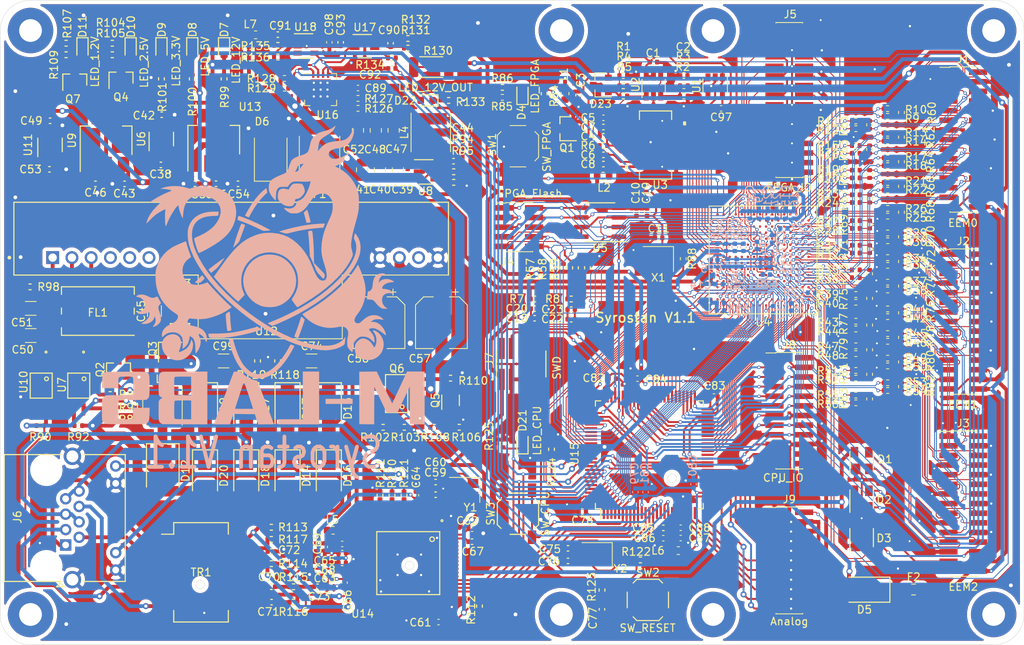
<source format=kicad_pcb>
(kicad_pcb (version 20171130) (host pcbnew 5.1.10-88a1d61d58~90~ubuntu20.04.1)

  (general
    (thickness 1.6)
    (drawings 21)
    (tracks 4457)
    (zones 0)
    (modules 318)
    (nets 446)
  )

  (page A4)
  (layers
    (0 F.Cu signal)
    (1 In1.Cu power)
    (2 In2.Cu power)
    (31 B.Cu signal)
    (32 B.Adhes user)
    (33 F.Adhes user)
    (34 B.Paste user)
    (35 F.Paste user)
    (36 B.SilkS user)
    (37 F.SilkS user)
    (38 B.Mask user)
    (39 F.Mask user)
    (40 Dwgs.User user)
    (41 Cmts.User user)
    (42 Eco1.User user)
    (43 Eco2.User user)
    (44 Edge.Cuts user)
    (45 Margin user)
    (46 B.CrtYd user)
    (47 F.CrtYd user)
    (48 B.Fab user)
    (49 F.Fab user)
  )

  (setup
    (last_trace_width 0.254)
    (user_trace_width 0.127)
    (user_trace_width 0.254)
    (user_trace_width 0.381)
    (user_trace_width 0.508)
    (user_trace_width 0.762)
    (user_trace_width 1.016)
    (user_trace_width 1.27)
    (trace_clearance 0.0889)
    (zone_clearance 0.508)
    (zone_45_only no)
    (trace_min 0.1143)
    (via_size 0.45)
    (via_drill 0.25)
    (via_min_size 0.45)
    (via_min_drill 0.2)
    (user_via 0.45 0.25)
    (user_via 0.5 0.3)
    (user_via 0.8 0.5)
    (user_via 1 0.7)
    (user_via 1.3 1.152)
    (uvia_size 0.3)
    (uvia_drill 0.1)
    (uvias_allowed no)
    (uvia_min_size 0.25)
    (uvia_min_drill 0.1)
    (edge_width 0.05)
    (segment_width 0.127)
    (pcb_text_width 0.3)
    (pcb_text_size 1.5 1.5)
    (mod_edge_width 0.1524)
    (mod_text_size 1.016 1.016)
    (mod_text_width 0.1524)
    (pad_size 2.7 2.7)
    (pad_drill 0)
    (pad_to_mask_clearance 0)
    (aux_axis_origin 0 0)
    (grid_origin 83 57)
    (visible_elements 7FFFFFFF)
    (pcbplotparams
      (layerselection 0x010fc_ffffffff)
      (usegerberextensions false)
      (usegerberattributes true)
      (usegerberadvancedattributes true)
      (creategerberjobfile true)
      (excludeedgelayer true)
      (linewidth 0.100000)
      (plotframeref false)
      (viasonmask false)
      (mode 1)
      (useauxorigin false)
      (hpglpennumber 1)
      (hpglpenspeed 20)
      (hpglpendiameter 15.000000)
      (psnegative false)
      (psa4output false)
      (plotreference true)
      (plotvalue true)
      (plotinvisibletext false)
      (padsonsilk false)
      (subtractmaskfromsilk false)
      (outputformat 1)
      (mirror false)
      (drillshape 0)
      (scaleselection 1)
      (outputdirectory "FabricationOutput/"))
  )

  (net 0 "")
  (net 1 GND)
  (net 2 "Net-(C2-Pad1)")
  (net 3 /HighSpeedADC/+5VA)
  (net 4 /FPGA/GNDPLL0)
  (net 5 /FPGA/VCCPLL0)
  (net 6 /FPGA/GNDPLL1)
  (net 7 /FPGA/VCCPLL1)
  (net 8 +12V_OUT)
  (net 9 /CurrentSenser/12V_CURRENT)
  (net 10 +12V)
  (net 11 +3V3)
  (net 12 +2V5)
  (net 13 +1V2)
  (net 14 +5V)
  (net 15 /Ethernet/+3V3A)
  (net 16 "Net-(C44-Pad2)")
  (net 17 /MCU/+3V3A)
  (net 18 +3V3MP)
  (net 19 "Net-(D4-Pad2)")
  (net 20 "Net-(D4-Pad1)")
  (net 21 "Net-(D9-Pad2)")
  (net 22 "Net-(D10-Pad2)")
  (net 23 "Net-(D11-Pad2)")
  (net 24 /Ethernet/POE_VC-)
  (net 25 /Ethernet/POE_VC+)
  (net 26 "Net-(D17-Pad2)")
  (net 27 "Net-(D19-Pad2)")
  (net 28 "Net-(D21-Pad2)")
  (net 29 /FPGA_IO1)
  (net 30 /FPGA_IO3)
  (net 31 /FPGA_IO5)
  (net 32 /FPGA_IO7)
  (net 33 /FPGA_IO9)
  (net 34 /FPGA_IO11)
  (net 35 /FPGA_IO13)
  (net 36 /FPGA_IO15)
  (net 37 /FPGA_IO14)
  (net 38 /FPGA_IO12)
  (net 39 /FPGA_IO10)
  (net 40 /FPGA_IO8)
  (net 41 /FPGA_IO6)
  (net 42 /FPGA_IO4)
  (net 43 /FPGA_IO2)
  (net 44 /FPGA_IO0)
  (net 45 /MCU/CPU_SWCLK)
  (net 46 /MCU/CPU_SWDIO)
  (net 47 /MCU/CPU_UART4_TX)
  (net 48 /MCU/CPU_UART4_RX)
  (net 49 /MCU/CPU_PWM_CH1)
  (net 50 /MCU/CPU_PWM_CH2)
  (net 51 /MCU/CPU_PWM_CH3)
  (net 52 /MCU/CPU_PWM_CH4)
  (net 53 /MCU/CPU_IIC2_SDA)
  (net 54 /MCU/CPU_IIC2_SCL)
  (net 55 /MCU/CPU_UART1_RX)
  (net 56 /MCU/CPU_UART1_TX)
  (net 57 /MCU/CPU_SPI2_MOSI)
  (net 58 /MCU/CPU_SPI2_MISO)
  (net 59 /MCU/CPU_SPI2_SCK)
  (net 60 /MCU/CPU_SPI2_CS)
  (net 61 /MCU/CPU_DAC1)
  (net 62 /MCU/CPU_DAC0)
  (net 63 /MCU/CPU_ADC5)
  (net 64 /MCU/CPU_ADC4)
  (net 65 /MCU/CPU_ADC3)
  (net 66 /MCU/CPU_ADC2)
  (net 67 /MCU/CPU_ADC1)
  (net 68 /MCU/CPU_ADC0)
  (net 69 /CurrentSenser/12V_SW)
  (net 70 "Net-(Q1-Pad1)")
  (net 71 "Net-(Q2-Pad3)")
  (net 72 /MCU/CPU_RESET)
  (net 73 "Net-(Q7-Pad1)")
  (net 74 /MCU/CPU_POE_AT_EVENT)
  (net 75 /MCU/CPU_POE_SRC_STATUS)
  (net 76 /Ethernet/RJ45_LED_G)
  (net 77 /Ethernet/RJ45_LED_Y)
  (net 78 /CurrentSenser/+3V3A)
  (net 79 /EEM0_IIC_SCL)
  (net 80 /EEM0_IIC_SDA)
  (net 81 /EEM1_IIC_SCL)
  (net 82 /EEM1_IIC_SDA)
  (net 83 /EEM2_IIC_SCL)
  (net 84 /EEM2_IIC_SDA)
  (net 85 /EEM0_7_N)
  (net 86 /EEM0_6_P)
  (net 87 /EEM0_5_N)
  (net 88 /EEM0_4_P)
  (net 89 /EEM0_3_N)
  (net 90 /EEM0_2_P)
  (net 91 /EEM0_1_N)
  (net 92 /EEM0_0_P)
  (net 93 /EEM0_7_P)
  (net 94 /EEM0_6_N)
  (net 95 /EEM0_5_P)
  (net 96 /EEM0_4_N)
  (net 97 /EEM0_3_P)
  (net 98 /EEM0_2_N)
  (net 99 /EEM0_1_P)
  (net 100 /EEM0_0_N)
  (net 101 /EEM1_7_N)
  (net 102 /EEM1_6_P)
  (net 103 /EEM1_5_N)
  (net 104 /EEM1_4_P)
  (net 105 /EEM1_3_N)
  (net 106 /EEM1_2_P)
  (net 107 /EEM1_1_N)
  (net 108 /EEM1_0_P)
  (net 109 /EEM1_7_P)
  (net 110 /EEM1_6_N)
  (net 111 /EEM1_5_P)
  (net 112 /EEM1_4_N)
  (net 113 /EEM1_3_P)
  (net 114 /EEM1_2_N)
  (net 115 /EEM1_1_P)
  (net 116 /EEM1_0_N)
  (net 117 /EEM2_7_N)
  (net 118 /EEM2_6_P)
  (net 119 /EEM2_5_N)
  (net 120 /EEM2_4_P)
  (net 121 /EEM2_3_N)
  (net 122 /EEM2_2_P)
  (net 123 /EEM2_1_N)
  (net 124 /EEM2_0_P)
  (net 125 /EEM2_7_P)
  (net 126 /EEM2_6_N)
  (net 127 /EEM2_5_P)
  (net 128 /EEM2_4_N)
  (net 129 /EEM2_3_P)
  (net 130 /EEM2_2_N)
  (net 131 /EEM2_1_P)
  (net 132 /EEM2_0_N)
  (net 133 /CDONE)
  (net 134 /CRESET)
  (net 135 /SPI_CS)
  (net 136 /ENC_INT)
  (net 137 /ADC_D0)
  (net 138 /ADC_D1)
  (net 139 /ADC_D2)
  (net 140 /ADC_D3)
  (net 141 /ADC_D4)
  (net 142 /ADC_D5)
  (net 143 /ADC_D6)
  (net 144 /ADC_D7)
  (net 145 /ADC_CLK)
  (net 146 /FSMC_CLK)
  (net 147 /FSMC_D15)
  (net 148 /FSMC_D9)
  (net 149 /FSMC_D10)
  (net 150 /FSMC_D0)
  (net 151 /FSMC_A7)
  (net 152 /FSMC_NL)
  (net 153 /FSMC_NBL0)
  (net 154 /FSMC_D6)
  (net 155 /FSMC_D7)
  (net 156 /FSMC_D5)
  (net 157 /FSMC_D1)
  (net 158 /FSMC_A3)
  (net 159 /FSMC_A1)
  (net 160 /FSMC_NWAIT)
  (net 161 /FSMC_NOE)
  (net 162 /FSMC_D12)
  (net 163 /FSMC_D8)
  (net 164 /FSMC_D3)
  (net 165 /FSMC_A4)
  (net 166 /FSMC_A6)
  (net 167 /FSMC_A0)
  (net 168 /FSMC_NBL1)
  (net 169 /FSMC_D14)
  (net 170 /FSMC_D11)
  (net 171 /FSMC_D4)
  (net 172 /FSMC_A2)
  (net 173 /FSMC_D13)
  (net 174 /FSMC_D2)
  (net 175 /FSMC_A5)
  (net 176 /FSMC_NE1)
  (net 177 /FSMC_NWE)
  (net 178 /CSBSEL0)
  (net 179 /SPI_MOSI)
  (net 180 /SPI_MISO)
  (net 181 /CSBSEL1)
  (net 182 /SPI_SCK)
  (net 183 /SPI_ENC_CS)
  (net 184 "Net-(C7-Pad2)")
  (net 185 "Net-(D8-Pad2)")
  (net 186 "Net-(D10-Pad1)")
  (net 187 "Net-(D11-Pad1)")
  (net 188 "Net-(D21-Pad1)")
  (net 189 "Net-(D22-Pad1)")
  (net 190 "Net-(Q3-Pad1)")
  (net 191 "Net-(Q4-Pad1)")
  (net 192 "Net-(Q5-Pad6)")
  (net 193 "Net-(Q5-Pad2)")
  (net 194 "Net-(Q5-Pad3)")
  (net 195 "Net-(D22-Pad2)")
  (net 196 HSADC_IN)
  (net 197 "Net-(J6-Pad12)")
  (net 198 "Net-(J6-Pad10)")
  (net 199 "Net-(J6-Pad6)")
  (net 200 "Net-(J6-Pad2)")
  (net 201 "Net-(J6-Pad3)")
  (net 202 "Net-(J6-Pad1)")
  (net 203 "Net-(SW3-Pad2)")
  (net 204 /FPGA/LVDS0_0_P)
  (net 205 /FPGA/LVDS0_0_N)
  (net 206 /FPGA/LVDS0_1_P)
  (net 207 /FPGA/LVDS0_1_N)
  (net 208 /FPGA/LVDS0_2_P)
  (net 209 /FPGA/LVDS0_2_N)
  (net 210 /FPGA/LVDS0_3_P)
  (net 211 /FPGA/LVDS0_3_N)
  (net 212 /FPGA/LVDS0_4_P)
  (net 213 /FPGA/LVDS0_4_N)
  (net 214 /FPGA/LVDS0_5_P)
  (net 215 /FPGA/LVDS0_5_N)
  (net 216 /FPGA/LVDS0_6_P)
  (net 217 /FPGA/LVDS0_6_N)
  (net 218 /FPGA/LVDS0_7_P)
  (net 219 /FPGA/LVDS0_7_N)
  (net 220 /FPGA/LVDS1_0_P)
  (net 221 /FPGA/LVDS1_0_N)
  (net 222 /FPGA/LVDS1_1_P)
  (net 223 /FPGA/LVDS1_1_N)
  (net 224 /FPGA/LVDS1_2_P)
  (net 225 /FPGA/LVDS1_2_N)
  (net 226 /FPGA/LVDS1_3_P)
  (net 227 /FPGA/LVDS1_3_N)
  (net 228 /FPGA/LVDS1_4_P)
  (net 229 /FPGA/LVDS1_4_N)
  (net 230 /FPGA/LVDS1_5_P)
  (net 231 /FPGA/LVDS1_5_N)
  (net 232 /FPGA/LVDS1_6_P)
  (net 233 /FPGA/LVDS1_6_N)
  (net 234 /FPGA/LVDS1_7_P)
  (net 235 /FPGA/LVDS1_7_N)
  (net 236 /FPGA/LVDS2_0_P)
  (net 237 /FPGA/LVDS2_0_N)
  (net 238 /FPGA/LVDS2_1_P)
  (net 239 /FPGA/LVDS2_1_N)
  (net 240 /FPGA/LVDS2_2_P)
  (net 241 /FPGA/LVDS2_2_N)
  (net 242 /FPGA/LVDS2_3_P)
  (net 243 /FPGA/LVDS2_3_N)
  (net 244 /FPGA/LVDS2_4_P)
  (net 245 /FPGA/LVDS2_4_N)
  (net 246 /FPGA/LVDS2_5_P)
  (net 247 /FPGA/LVDS2_5_N)
  (net 248 /FPGA/LVDS2_6_P)
  (net 249 /FPGA/LVDS2_6_N)
  (net 250 /FPGA/LVDS2_7_P)
  (net 251 /FPGA/LVDS2_7_N)
  (net 252 /FPGA/FPGA_LED)
  (net 253 /FPGA/FPGA_KEY)
  (net 254 /IIC_SCL)
  (net 255 /IIC_SDA)
  (net 256 "Net-(R135-Pad2)")
  (net 257 +6V)
  (net 258 "Net-(R126-Pad1)")
  (net 259 /CurrentSenser/12V_OUT_FAULT)
  (net 260 "Net-(C4-Pad1)")
  (net 261 "Net-(C5-Pad1)")
  (net 262 "Net-(C8-Pad2)")
  (net 263 "Net-(C44-Pad1)")
  (net 264 "Net-(C45-Pad2)")
  (net 265 "Net-(C45-Pad1)")
  (net 266 "Net-(C47-Pad1)")
  (net 267 "Net-(C50-Pad2)")
  (net 268 "Net-(C51-Pad1)")
  (net 269 "Net-(C57-Pad1)")
  (net 270 "Net-(C59-Pad1)")
  (net 271 "Net-(C60-Pad1)")
  (net 272 "Net-(C67-Pad2)")
  (net 273 "Net-(C70-Pad2)")
  (net 274 "Net-(C70-Pad1)")
  (net 275 "Net-(C71-Pad2)")
  (net 276 "Net-(C71-Pad1)")
  (net 277 "Net-(C72-Pad1)")
  (net 278 "Net-(C73-Pad1)")
  (net 279 "Net-(C74-Pad1)")
  (net 280 "Net-(C75-Pad1)")
  (net 281 "Net-(C76-Pad1)")
  (net 282 "Net-(C77-Pad2)")
  (net 283 "Net-(C89-Pad1)")
  (net 284 "Net-(C90-Pad2)")
  (net 285 "Net-(C90-Pad1)")
  (net 286 "Net-(D7-Pad2)")
  (net 287 "Net-(R2-Pad1)")
  (net 288 "Net-(R3-Pad1)")
  (net 289 "Net-(R5-Pad2)")
  (net 290 "Net-(R87-Pad2)")
  (net 291 "Net-(R89-Pad1)")
  (net 292 "Net-(R94-Pad1)")
  (net 293 "Net-(R98-Pad2)")
  (net 294 "Net-(R111-Pad1)")
  (net 295 "Net-(R113-Pad1)")
  (net 296 "Net-(R114-Pad2)")
  (net 297 "Net-(R124-Pad1)")
  (net 298 "Net-(R127-Pad1)")
  (net 299 "Net-(R134-Pad2)")
  (net 300 "Net-(U10-Pad2)")
  (net 301 /MCU/CPU_ADC7)
  (net 302 /MCU/CPU_ADC6)
  (net 303 /CurrentSenser/12V_CURRENT_REF)
  (net 304 "Net-(D5-Pad1)")
  (net 305 "Net-(D23-Pad1)")
  (net 306 "Net-(J7-Pad06)")
  (net 307 "Net-(J7-Pad07)")
  (net 308 "Net-(J7-Pad08)")
  (net 309 "Net-(J7-Pad09)")
  (net 310 "Net-(J7-Pad10)")
  (net 311 "Net-(U4-PadT7)")
  (net 312 "Net-(U4-PadT6)")
  (net 313 "Net-(U4-PadR16)")
  (net 314 "Net-(U4-PadR15)")
  (net 315 "Net-(U4-PadR14)")
  (net 316 "Net-(U4-PadR4)")
  (net 317 "Net-(U4-PadP14)")
  (net 318 "Net-(U4-PadP10)")
  (net 319 "Net-(U4-PadP9)")
  (net 320 "Net-(U4-PadP8)")
  (net 321 "Net-(U4-PadP7)")
  (net 322 "Net-(U4-PadP6)")
  (net 323 "Net-(U4-PadP5)")
  (net 324 "Net-(U4-PadP4)")
  (net 325 "Net-(U4-PadN12)")
  (net 326 "Net-(U4-PadN10)")
  (net 327 "Net-(U4-PadN9)")
  (net 328 "Net-(U4-PadN7)")
  (net 329 "Net-(U4-PadN6)")
  (net 330 "Net-(U4-PadN5)")
  (net 331 "Net-(U4-PadN3)")
  (net 332 "Net-(U4-PadM14)")
  (net 333 "Net-(U4-PadM13)")
  (net 334 "Net-(U4-PadM12)")
  (net 335 "Net-(U4-PadM11)")
  (net 336 "Net-(U4-PadM9)")
  (net 337 "Net-(U4-PadM8)")
  (net 338 "Net-(U4-PadM7)")
  (net 339 "Net-(U4-PadM6)")
  (net 340 "Net-(U4-PadM3)")
  (net 341 "Net-(U4-PadL14)")
  (net 342 "Net-(U4-PadL13)")
  (net 343 "Net-(U4-PadL12)")
  (net 344 "Net-(U4-PadL11)")
  (net 345 "Net-(U4-PadL10)")
  (net 346 "Net-(U4-PadL9)")
  (net 347 "Net-(U4-PadL5)")
  (net 348 "Net-(U4-PadK14)")
  (net 349 "Net-(U4-PadK13)")
  (net 350 "Net-(U4-PadK12)")
  (net 351 "Net-(U4-PadJ16)")
  (net 352 "Net-(U4-PadJ14)")
  (net 353 "Net-(U4-PadJ13)")
  (net 354 "Net-(U4-PadJ12)")
  (net 355 "Net-(U4-PadJ11)")
  (net 356 "Net-(U4-PadJ10)")
  (net 357 "Net-(U4-PadH16)")
  (net 358 "Net-(U4-PadH14)")
  (net 359 "Net-(U4-PadH13)")
  (net 360 "Net-(U4-PadH12)")
  (net 361 "Net-(U4-PadH11)")
  (net 362 "Net-(U4-PadG15)")
  (net 363 "Net-(U4-PadG13)")
  (net 364 "Net-(U4-PadG12)")
  (net 365 "Net-(U4-PadG11)")
  (net 366 "Net-(U4-PadG10)")
  (net 367 "Net-(U4-PadF15)")
  (net 368 "Net-(U4-PadF12)")
  (net 369 "Net-(U4-PadF9)")
  (net 370 "Net-(U4-PadF7)")
  (net 371 "Net-(U4-PadE16)")
  (net 372 "Net-(U4-PadE14)")
  (net 373 "Net-(U4-PadE13)")
  (net 374 "Net-(U4-PadE11)")
  (net 375 "Net-(U4-PadE10)")
  (net 376 "Net-(U4-PadE9)")
  (net 377 "Net-(U4-PadE6)")
  (net 378 "Net-(U4-PadE5)")
  (net 379 "Net-(U4-PadD16)")
  (net 380 "Net-(U4-PadD14)")
  (net 381 "Net-(U4-PadD13)")
  (net 382 "Net-(U4-PadD12)")
  (net 383 "Net-(U4-PadD11)")
  (net 384 "Net-(U4-PadD10)")
  (net 385 "Net-(U4-PadD9)")
  (net 386 "Net-(U4-PadD8)")
  (net 387 "Net-(U4-PadD7)")
  (net 388 "Net-(U4-PadD6)")
  (net 389 "Net-(U4-PadD5)")
  (net 390 "Net-(U4-PadD4)")
  (net 391 "Net-(U4-PadD3)")
  (net 392 "Net-(U4-PadC6)")
  (net 393 "Net-(U4-PadC5)")
  (net 394 "Net-(U4-PadC4)")
  (net 395 "Net-(U4-PadB16)")
  (net 396 "Net-(U6-Pad4)")
  (net 397 "Net-(U11-Pad4)")
  (net 398 "Net-(U12-Pad4)")
  (net 399 "Net-(U12-Pad5)")
  (net 400 "Net-(U12-Pad9)")
  (net 401 "Net-(U12-Pad6)")
  (net 402 "Net-(U13-Pad2)")
  (net 403 "Net-(U14-Pad61)")
  (net 404 "Net-(U14-Pad60)")
  (net 405 "Net-(U14-Pad59)")
  (net 406 "Net-(U14-Pad58)")
  (net 407 "Net-(U14-Pad57)")
  (net 408 "Net-(U14-Pad56)")
  (net 409 "Net-(U14-Pad55)")
  (net 410 "Net-(U14-Pad54)")
  (net 411 "Net-(U14-Pad53)")
  (net 412 "Net-(U14-Pad48)")
  (net 413 "Net-(U14-Pad45)")
  (net 414 "Net-(U14-Pad44)")
  (net 415 "Net-(U14-Pad43)")
  (net 416 "Net-(U14-Pad42)")
  (net 417 "Net-(U14-Pad41)")
  (net 418 "Net-(U14-Pad40)")
  (net 419 "Net-(U14-Pad39)")
  (net 420 "Net-(U14-Pad38)")
  (net 421 "Net-(U14-Pad37)")
  (net 422 "Net-(U14-Pad36)")
  (net 423 "Net-(U14-Pad35)")
  (net 424 "Net-(U14-Pad33)")
  (net 425 "Net-(U14-Pad20)")
  (net 426 "Net-(U14-Pad19)")
  (net 427 "Net-(U14-Pad13)")
  (net 428 "Net-(U14-Pad12)")
  (net 429 "Net-(U14-Pad11)")
  (net 430 "Net-(U14-Pad10)")
  (net 431 "Net-(U14-Pad9)")
  (net 432 "Net-(U14-Pad8)")
  (net 433 "Net-(U14-Pad7)")
  (net 434 "Net-(U14-Pad6)")
  (net 435 "Net-(U14-Pad5)")
  (net 436 "Net-(U15-Pad18)")
  (net 437 "Net-(U15-Pad73)")
  (net 438 "Net-(U15-Pad83)")
  (net 439 "Net-(U16-Pad6)")
  (net 440 "Net-(U17-Pad6)")
  (net 441 "Net-(C74-Pad2)")
  (net 442 "Net-(C99-Pad2)")
  (net 443 "Net-(C99-Pad1)")
  (net 444 "Net-(R88-Pad2)")
  (net 445 /FPGA/FPGA_Clock)

  (net_class Default "This is the default net class."
    (clearance 0.0889)
    (trace_width 0.254)
    (via_dia 0.45)
    (via_drill 0.25)
    (uvia_dia 0.3)
    (uvia_drill 0.1)
    (diff_pair_width 0.127)
    (diff_pair_gap 0.1016)
    (add_net +12V)
    (add_net +12V_OUT)
    (add_net +1V2)
    (add_net +2V5)
    (add_net +3V3)
    (add_net +3V3MP)
    (add_net +5V)
    (add_net +6V)
    (add_net /ADC_CLK)
    (add_net /ADC_D0)
    (add_net /ADC_D1)
    (add_net /ADC_D2)
    (add_net /ADC_D3)
    (add_net /ADC_D4)
    (add_net /ADC_D5)
    (add_net /ADC_D6)
    (add_net /ADC_D7)
    (add_net /CDONE)
    (add_net /CRESET)
    (add_net /CSBSEL0)
    (add_net /CSBSEL1)
    (add_net /CurrentSenser/+3V3A)
    (add_net /CurrentSenser/12V_CURRENT)
    (add_net /CurrentSenser/12V_CURRENT_REF)
    (add_net /CurrentSenser/12V_OUT_FAULT)
    (add_net /CurrentSenser/12V_SW)
    (add_net /ENC_INT)
    (add_net /Ethernet/+3V3A)
    (add_net /Ethernet/POE_VC+)
    (add_net /Ethernet/POE_VC-)
    (add_net /Ethernet/RJ45_LED_G)
    (add_net /Ethernet/RJ45_LED_Y)
    (add_net /FPGA/FPGA_Clock)
    (add_net /FPGA/FPGA_KEY)
    (add_net /FPGA/FPGA_LED)
    (add_net /FPGA/GNDPLL0)
    (add_net /FPGA/GNDPLL1)
    (add_net /FPGA/VCCPLL0)
    (add_net /FPGA/VCCPLL1)
    (add_net /FPGA_IO0)
    (add_net /FPGA_IO1)
    (add_net /FPGA_IO10)
    (add_net /FPGA_IO11)
    (add_net /FPGA_IO12)
    (add_net /FPGA_IO13)
    (add_net /FPGA_IO14)
    (add_net /FPGA_IO15)
    (add_net /FPGA_IO2)
    (add_net /FPGA_IO3)
    (add_net /FPGA_IO4)
    (add_net /FPGA_IO5)
    (add_net /FPGA_IO6)
    (add_net /FPGA_IO7)
    (add_net /FPGA_IO8)
    (add_net /FPGA_IO9)
    (add_net /FSMC_A0)
    (add_net /FSMC_A1)
    (add_net /FSMC_A2)
    (add_net /FSMC_A3)
    (add_net /FSMC_A4)
    (add_net /FSMC_A5)
    (add_net /FSMC_A6)
    (add_net /FSMC_A7)
    (add_net /FSMC_CLK)
    (add_net /FSMC_D0)
    (add_net /FSMC_D1)
    (add_net /FSMC_D10)
    (add_net /FSMC_D11)
    (add_net /FSMC_D12)
    (add_net /FSMC_D13)
    (add_net /FSMC_D14)
    (add_net /FSMC_D15)
    (add_net /FSMC_D2)
    (add_net /FSMC_D3)
    (add_net /FSMC_D4)
    (add_net /FSMC_D5)
    (add_net /FSMC_D6)
    (add_net /FSMC_D7)
    (add_net /FSMC_D8)
    (add_net /FSMC_D9)
    (add_net /FSMC_NBL0)
    (add_net /FSMC_NBL1)
    (add_net /FSMC_NE1)
    (add_net /FSMC_NL)
    (add_net /FSMC_NOE)
    (add_net /FSMC_NWAIT)
    (add_net /FSMC_NWE)
    (add_net /HighSpeedADC/+5VA)
    (add_net /IIC_SCL)
    (add_net /IIC_SDA)
    (add_net /MCU/+3V3A)
    (add_net /MCU/CPU_ADC0)
    (add_net /MCU/CPU_ADC1)
    (add_net /MCU/CPU_ADC2)
    (add_net /MCU/CPU_ADC3)
    (add_net /MCU/CPU_ADC4)
    (add_net /MCU/CPU_ADC5)
    (add_net /MCU/CPU_ADC6)
    (add_net /MCU/CPU_ADC7)
    (add_net /MCU/CPU_DAC0)
    (add_net /MCU/CPU_DAC1)
    (add_net /MCU/CPU_IIC2_SCL)
    (add_net /MCU/CPU_IIC2_SDA)
    (add_net /MCU/CPU_POE_AT_EVENT)
    (add_net /MCU/CPU_POE_SRC_STATUS)
    (add_net /MCU/CPU_PWM_CH1)
    (add_net /MCU/CPU_PWM_CH2)
    (add_net /MCU/CPU_PWM_CH3)
    (add_net /MCU/CPU_PWM_CH4)
    (add_net /MCU/CPU_RESET)
    (add_net /MCU/CPU_SPI2_CS)
    (add_net /MCU/CPU_SPI2_MISO)
    (add_net /MCU/CPU_SPI2_MOSI)
    (add_net /MCU/CPU_SPI2_SCK)
    (add_net /MCU/CPU_SWCLK)
    (add_net /MCU/CPU_SWDIO)
    (add_net /MCU/CPU_UART1_RX)
    (add_net /MCU/CPU_UART1_TX)
    (add_net /MCU/CPU_UART4_RX)
    (add_net /MCU/CPU_UART4_TX)
    (add_net /SPI_CS)
    (add_net /SPI_ENC_CS)
    (add_net /SPI_MISO)
    (add_net /SPI_MOSI)
    (add_net /SPI_SCK)
    (add_net GND)
    (add_net HSADC_IN)
    (add_net "Net-(C2-Pad1)")
    (add_net "Net-(C4-Pad1)")
    (add_net "Net-(C44-Pad1)")
    (add_net "Net-(C44-Pad2)")
    (add_net "Net-(C45-Pad1)")
    (add_net "Net-(C45-Pad2)")
    (add_net "Net-(C47-Pad1)")
    (add_net "Net-(C5-Pad1)")
    (add_net "Net-(C50-Pad2)")
    (add_net "Net-(C51-Pad1)")
    (add_net "Net-(C57-Pad1)")
    (add_net "Net-(C59-Pad1)")
    (add_net "Net-(C60-Pad1)")
    (add_net "Net-(C67-Pad2)")
    (add_net "Net-(C7-Pad2)")
    (add_net "Net-(C70-Pad1)")
    (add_net "Net-(C70-Pad2)")
    (add_net "Net-(C71-Pad1)")
    (add_net "Net-(C71-Pad2)")
    (add_net "Net-(C72-Pad1)")
    (add_net "Net-(C73-Pad1)")
    (add_net "Net-(C74-Pad1)")
    (add_net "Net-(C74-Pad2)")
    (add_net "Net-(C75-Pad1)")
    (add_net "Net-(C76-Pad1)")
    (add_net "Net-(C77-Pad2)")
    (add_net "Net-(C8-Pad2)")
    (add_net "Net-(C89-Pad1)")
    (add_net "Net-(C90-Pad1)")
    (add_net "Net-(C90-Pad2)")
    (add_net "Net-(C99-Pad1)")
    (add_net "Net-(C99-Pad2)")
    (add_net "Net-(D10-Pad1)")
    (add_net "Net-(D10-Pad2)")
    (add_net "Net-(D11-Pad1)")
    (add_net "Net-(D11-Pad2)")
    (add_net "Net-(D17-Pad2)")
    (add_net "Net-(D19-Pad2)")
    (add_net "Net-(D21-Pad1)")
    (add_net "Net-(D21-Pad2)")
    (add_net "Net-(D22-Pad1)")
    (add_net "Net-(D22-Pad2)")
    (add_net "Net-(D23-Pad1)")
    (add_net "Net-(D4-Pad1)")
    (add_net "Net-(D4-Pad2)")
    (add_net "Net-(D5-Pad1)")
    (add_net "Net-(D7-Pad2)")
    (add_net "Net-(D8-Pad2)")
    (add_net "Net-(D9-Pad2)")
    (add_net "Net-(J6-Pad1)")
    (add_net "Net-(J6-Pad10)")
    (add_net "Net-(J6-Pad12)")
    (add_net "Net-(J6-Pad2)")
    (add_net "Net-(J6-Pad3)")
    (add_net "Net-(J6-Pad6)")
    (add_net "Net-(J7-Pad06)")
    (add_net "Net-(J7-Pad07)")
    (add_net "Net-(J7-Pad08)")
    (add_net "Net-(J7-Pad09)")
    (add_net "Net-(J7-Pad10)")
    (add_net "Net-(Q1-Pad1)")
    (add_net "Net-(Q2-Pad3)")
    (add_net "Net-(Q3-Pad1)")
    (add_net "Net-(Q4-Pad1)")
    (add_net "Net-(Q5-Pad2)")
    (add_net "Net-(Q5-Pad3)")
    (add_net "Net-(Q5-Pad6)")
    (add_net "Net-(Q7-Pad1)")
    (add_net "Net-(R111-Pad1)")
    (add_net "Net-(R113-Pad1)")
    (add_net "Net-(R114-Pad2)")
    (add_net "Net-(R124-Pad1)")
    (add_net "Net-(R126-Pad1)")
    (add_net "Net-(R127-Pad1)")
    (add_net "Net-(R134-Pad2)")
    (add_net "Net-(R135-Pad2)")
    (add_net "Net-(R2-Pad1)")
    (add_net "Net-(R3-Pad1)")
    (add_net "Net-(R5-Pad2)")
    (add_net "Net-(R87-Pad2)")
    (add_net "Net-(R88-Pad2)")
    (add_net "Net-(R89-Pad1)")
    (add_net "Net-(R94-Pad1)")
    (add_net "Net-(R98-Pad2)")
    (add_net "Net-(SW3-Pad2)")
    (add_net "Net-(U10-Pad2)")
    (add_net "Net-(U11-Pad4)")
    (add_net "Net-(U12-Pad4)")
    (add_net "Net-(U12-Pad5)")
    (add_net "Net-(U12-Pad6)")
    (add_net "Net-(U12-Pad9)")
    (add_net "Net-(U13-Pad2)")
    (add_net "Net-(U14-Pad10)")
    (add_net "Net-(U14-Pad11)")
    (add_net "Net-(U14-Pad12)")
    (add_net "Net-(U14-Pad13)")
    (add_net "Net-(U14-Pad19)")
    (add_net "Net-(U14-Pad20)")
    (add_net "Net-(U14-Pad33)")
    (add_net "Net-(U14-Pad35)")
    (add_net "Net-(U14-Pad36)")
    (add_net "Net-(U14-Pad37)")
    (add_net "Net-(U14-Pad38)")
    (add_net "Net-(U14-Pad39)")
    (add_net "Net-(U14-Pad40)")
    (add_net "Net-(U14-Pad41)")
    (add_net "Net-(U14-Pad42)")
    (add_net "Net-(U14-Pad43)")
    (add_net "Net-(U14-Pad44)")
    (add_net "Net-(U14-Pad45)")
    (add_net "Net-(U14-Pad48)")
    (add_net "Net-(U14-Pad5)")
    (add_net "Net-(U14-Pad53)")
    (add_net "Net-(U14-Pad54)")
    (add_net "Net-(U14-Pad55)")
    (add_net "Net-(U14-Pad56)")
    (add_net "Net-(U14-Pad57)")
    (add_net "Net-(U14-Pad58)")
    (add_net "Net-(U14-Pad59)")
    (add_net "Net-(U14-Pad6)")
    (add_net "Net-(U14-Pad60)")
    (add_net "Net-(U14-Pad61)")
    (add_net "Net-(U14-Pad7)")
    (add_net "Net-(U14-Pad8)")
    (add_net "Net-(U14-Pad9)")
    (add_net "Net-(U15-Pad18)")
    (add_net "Net-(U15-Pad73)")
    (add_net "Net-(U15-Pad83)")
    (add_net "Net-(U16-Pad6)")
    (add_net "Net-(U17-Pad6)")
    (add_net "Net-(U4-PadB16)")
    (add_net "Net-(U4-PadC4)")
    (add_net "Net-(U4-PadC5)")
    (add_net "Net-(U4-PadC6)")
    (add_net "Net-(U4-PadD10)")
    (add_net "Net-(U4-PadD11)")
    (add_net "Net-(U4-PadD12)")
    (add_net "Net-(U4-PadD13)")
    (add_net "Net-(U4-PadD14)")
    (add_net "Net-(U4-PadD16)")
    (add_net "Net-(U4-PadD3)")
    (add_net "Net-(U4-PadD4)")
    (add_net "Net-(U4-PadD5)")
    (add_net "Net-(U4-PadD6)")
    (add_net "Net-(U4-PadD7)")
    (add_net "Net-(U4-PadD8)")
    (add_net "Net-(U4-PadD9)")
    (add_net "Net-(U4-PadE10)")
    (add_net "Net-(U4-PadE11)")
    (add_net "Net-(U4-PadE13)")
    (add_net "Net-(U4-PadE14)")
    (add_net "Net-(U4-PadE16)")
    (add_net "Net-(U4-PadE5)")
    (add_net "Net-(U4-PadE6)")
    (add_net "Net-(U4-PadE9)")
    (add_net "Net-(U4-PadF12)")
    (add_net "Net-(U4-PadF15)")
    (add_net "Net-(U4-PadF7)")
    (add_net "Net-(U4-PadF9)")
    (add_net "Net-(U4-PadG10)")
    (add_net "Net-(U4-PadG11)")
    (add_net "Net-(U4-PadG12)")
    (add_net "Net-(U4-PadG13)")
    (add_net "Net-(U4-PadG15)")
    (add_net "Net-(U4-PadH11)")
    (add_net "Net-(U4-PadH12)")
    (add_net "Net-(U4-PadH13)")
    (add_net "Net-(U4-PadH14)")
    (add_net "Net-(U4-PadH16)")
    (add_net "Net-(U4-PadJ10)")
    (add_net "Net-(U4-PadJ11)")
    (add_net "Net-(U4-PadJ12)")
    (add_net "Net-(U4-PadJ13)")
    (add_net "Net-(U4-PadJ14)")
    (add_net "Net-(U4-PadJ16)")
    (add_net "Net-(U4-PadK12)")
    (add_net "Net-(U4-PadK13)")
    (add_net "Net-(U4-PadK14)")
    (add_net "Net-(U4-PadL10)")
    (add_net "Net-(U4-PadL11)")
    (add_net "Net-(U4-PadL12)")
    (add_net "Net-(U4-PadL13)")
    (add_net "Net-(U4-PadL14)")
    (add_net "Net-(U4-PadL5)")
    (add_net "Net-(U4-PadL9)")
    (add_net "Net-(U4-PadM11)")
    (add_net "Net-(U4-PadM12)")
    (add_net "Net-(U4-PadM13)")
    (add_net "Net-(U4-PadM14)")
    (add_net "Net-(U4-PadM3)")
    (add_net "Net-(U4-PadM6)")
    (add_net "Net-(U4-PadM7)")
    (add_net "Net-(U4-PadM8)")
    (add_net "Net-(U4-PadM9)")
    (add_net "Net-(U4-PadN10)")
    (add_net "Net-(U4-PadN12)")
    (add_net "Net-(U4-PadN3)")
    (add_net "Net-(U4-PadN5)")
    (add_net "Net-(U4-PadN6)")
    (add_net "Net-(U4-PadN7)")
    (add_net "Net-(U4-PadN9)")
    (add_net "Net-(U4-PadP10)")
    (add_net "Net-(U4-PadP14)")
    (add_net "Net-(U4-PadP4)")
    (add_net "Net-(U4-PadP5)")
    (add_net "Net-(U4-PadP6)")
    (add_net "Net-(U4-PadP7)")
    (add_net "Net-(U4-PadP8)")
    (add_net "Net-(U4-PadP9)")
    (add_net "Net-(U4-PadR14)")
    (add_net "Net-(U4-PadR15)")
    (add_net "Net-(U4-PadR16)")
    (add_net "Net-(U4-PadR4)")
    (add_net "Net-(U4-PadT6)")
    (add_net "Net-(U4-PadT7)")
    (add_net "Net-(U6-Pad4)")
  )

  (net_class Diff_In ""
    (clearance 0.0889)
    (trace_width 0.1524)
    (via_dia 0.8)
    (via_drill 0.4)
    (uvia_dia 0.3)
    (uvia_drill 0.1)
    (diff_pair_width 0.1143)
    (diff_pair_gap 0.1524)
  )

  (net_class Diff_Out ""
    (clearance 0.0889)
    (trace_width 0.127)
    (via_dia 0.8)
    (via_drill 0.4)
    (uvia_dia 0.3)
    (uvia_drill 0.1)
    (diff_pair_width 0.127)
    (diff_pair_gap 0.127)
    (add_net /EEM0_0_N)
    (add_net /EEM0_0_P)
    (add_net /EEM0_1_N)
    (add_net /EEM0_1_P)
    (add_net /EEM0_2_N)
    (add_net /EEM0_2_P)
    (add_net /EEM0_3_N)
    (add_net /EEM0_3_P)
    (add_net /EEM0_4_N)
    (add_net /EEM0_4_P)
    (add_net /EEM0_5_N)
    (add_net /EEM0_5_P)
    (add_net /EEM0_6_N)
    (add_net /EEM0_6_P)
    (add_net /EEM0_7_N)
    (add_net /EEM0_7_P)
    (add_net /EEM0_IIC_SCL)
    (add_net /EEM0_IIC_SDA)
    (add_net /EEM1_0_N)
    (add_net /EEM1_0_P)
    (add_net /EEM1_1_N)
    (add_net /EEM1_1_P)
    (add_net /EEM1_2_N)
    (add_net /EEM1_2_P)
    (add_net /EEM1_3_N)
    (add_net /EEM1_3_P)
    (add_net /EEM1_4_N)
    (add_net /EEM1_4_P)
    (add_net /EEM1_5_N)
    (add_net /EEM1_5_P)
    (add_net /EEM1_6_N)
    (add_net /EEM1_6_P)
    (add_net /EEM1_7_N)
    (add_net /EEM1_7_P)
    (add_net /EEM1_IIC_SCL)
    (add_net /EEM1_IIC_SDA)
    (add_net /EEM2_0_N)
    (add_net /EEM2_0_P)
    (add_net /EEM2_1_N)
    (add_net /EEM2_1_P)
    (add_net /EEM2_2_N)
    (add_net /EEM2_2_P)
    (add_net /EEM2_3_N)
    (add_net /EEM2_3_P)
    (add_net /EEM2_4_N)
    (add_net /EEM2_4_P)
    (add_net /EEM2_5_N)
    (add_net /EEM2_5_P)
    (add_net /EEM2_6_N)
    (add_net /EEM2_6_P)
    (add_net /EEM2_7_N)
    (add_net /EEM2_7_P)
    (add_net /EEM2_IIC_SCL)
    (add_net /EEM2_IIC_SDA)
    (add_net /FPGA/LVDS0_0_N)
    (add_net /FPGA/LVDS0_0_P)
    (add_net /FPGA/LVDS0_1_N)
    (add_net /FPGA/LVDS0_1_P)
    (add_net /FPGA/LVDS0_2_N)
    (add_net /FPGA/LVDS0_2_P)
    (add_net /FPGA/LVDS0_3_N)
    (add_net /FPGA/LVDS0_3_P)
    (add_net /FPGA/LVDS0_4_N)
    (add_net /FPGA/LVDS0_4_P)
    (add_net /FPGA/LVDS0_5_N)
    (add_net /FPGA/LVDS0_5_P)
    (add_net /FPGA/LVDS0_6_N)
    (add_net /FPGA/LVDS0_6_P)
    (add_net /FPGA/LVDS0_7_N)
    (add_net /FPGA/LVDS0_7_P)
    (add_net /FPGA/LVDS1_0_N)
    (add_net /FPGA/LVDS1_0_P)
    (add_net /FPGA/LVDS1_1_N)
    (add_net /FPGA/LVDS1_1_P)
    (add_net /FPGA/LVDS1_2_N)
    (add_net /FPGA/LVDS1_2_P)
    (add_net /FPGA/LVDS1_3_N)
    (add_net /FPGA/LVDS1_3_P)
    (add_net /FPGA/LVDS1_4_N)
    (add_net /FPGA/LVDS1_4_P)
    (add_net /FPGA/LVDS1_5_N)
    (add_net /FPGA/LVDS1_5_P)
    (add_net /FPGA/LVDS1_6_N)
    (add_net /FPGA/LVDS1_6_P)
    (add_net /FPGA/LVDS1_7_N)
    (add_net /FPGA/LVDS1_7_P)
    (add_net /FPGA/LVDS2_0_N)
    (add_net /FPGA/LVDS2_0_P)
    (add_net /FPGA/LVDS2_1_N)
    (add_net /FPGA/LVDS2_1_P)
    (add_net /FPGA/LVDS2_2_N)
    (add_net /FPGA/LVDS2_2_P)
    (add_net /FPGA/LVDS2_3_N)
    (add_net /FPGA/LVDS2_3_P)
    (add_net /FPGA/LVDS2_4_N)
    (add_net /FPGA/LVDS2_4_P)
    (add_net /FPGA/LVDS2_5_N)
    (add_net /FPGA/LVDS2_5_P)
    (add_net /FPGA/LVDS2_6_N)
    (add_net /FPGA/LVDS2_6_P)
    (add_net /FPGA/LVDS2_7_N)
    (add_net /FPGA/LVDS2_7_P)
  )

  (module Crystal:Crystal_SMD_3225-4Pin_3.2x2.5mm (layer F.Cu) (tedit 5A0FD1B2) (tstamp 6114F25E)
    (at 165.78 87.14 180)
    (descr "SMD Crystal SERIES SMD3225/4 http://www.txccrystal.com/images/pdf/7m-accuracy.pdf, 3.2x2.5mm^2 package")
    (tags "SMD SMT crystal")
    (path /60C0E996/611ED7C3)
    (attr smd)
    (fp_text reference X1 (at 0 -2.45) (layer F.SilkS)
      (effects (font (size 1 1) (thickness 0.15)))
    )
    (fp_text value SG-8002CE (at 0 2.45) (layer F.Fab)
      (effects (font (size 1 1) (thickness 0.15)))
    )
    (fp_line (start 2.1 -1.7) (end -2.1 -1.7) (layer F.CrtYd) (width 0.05))
    (fp_line (start 2.1 1.7) (end 2.1 -1.7) (layer F.CrtYd) (width 0.05))
    (fp_line (start -2.1 1.7) (end 2.1 1.7) (layer F.CrtYd) (width 0.05))
    (fp_line (start -2.1 -1.7) (end -2.1 1.7) (layer F.CrtYd) (width 0.05))
    (fp_line (start -2 1.65) (end 2 1.65) (layer F.SilkS) (width 0.12))
    (fp_line (start -2 -1.65) (end -2 1.65) (layer F.SilkS) (width 0.12))
    (fp_line (start -1.6 0.25) (end -0.6 1.25) (layer F.Fab) (width 0.1))
    (fp_line (start 1.6 -1.25) (end -1.6 -1.25) (layer F.Fab) (width 0.1))
    (fp_line (start 1.6 1.25) (end 1.6 -1.25) (layer F.Fab) (width 0.1))
    (fp_line (start -1.6 1.25) (end 1.6 1.25) (layer F.Fab) (width 0.1))
    (fp_line (start -1.6 -1.25) (end -1.6 1.25) (layer F.Fab) (width 0.1))
    (fp_text user %R (at 0 0) (layer F.Fab)
      (effects (font (size 0.7 0.7) (thickness 0.105)))
    )
    (pad 4 smd rect (at -1.1 -0.85 180) (size 1.4 1.2) (layers F.Cu F.Paste F.Mask)
      (net 11 +3V3))
    (pad 3 smd rect (at 1.1 -0.85 180) (size 1.4 1.2) (layers F.Cu F.Paste F.Mask)
      (net 444 "Net-(R88-Pad2)"))
    (pad 2 smd rect (at 1.1 0.85 180) (size 1.4 1.2) (layers F.Cu F.Paste F.Mask)
      (net 1 GND))
    (pad 1 smd rect (at -1.1 0.85 180) (size 1.4 1.2) (layers F.Cu F.Paste F.Mask)
      (net 11 +3V3))
    (model ${KISYS3DMOD}/Crystal.3dshapes/Crystal_SMD_3225-4Pin_3.2x2.5mm.wrl
      (at (xyz 0 0 0))
      (scale (xyz 1 1 1))
      (rotate (xyz 0 0 0))
    )
  )

  (module Resistor_SMD:R_0402_1005Metric (layer F.Cu) (tedit 5F68FEEE) (tstamp 6114E320)
    (at 169.07 87.09 270)
    (descr "Resistor SMD 0402 (1005 Metric), square (rectangular) end terminal, IPC_7351 nominal, (Body size source: IPC-SM-782 page 72, https://www.pcb-3d.com/wordpress/wp-content/uploads/ipc-sm-782a_amendment_1_and_2.pdf), generated with kicad-footprint-generator")
    (tags resistor)
    (path /60C0E996/611F4FD3)
    (attr smd)
    (fp_text reference R88 (at 0 -1.17 90) (layer F.SilkS)
      (effects (font (size 1 1) (thickness 0.15)))
    )
    (fp_text value 22 (at 0 1.17 90) (layer F.Fab)
      (effects (font (size 1 1) (thickness 0.15)))
    )
    (fp_line (start -0.525 0.27) (end -0.525 -0.27) (layer F.Fab) (width 0.1))
    (fp_line (start -0.525 -0.27) (end 0.525 -0.27) (layer F.Fab) (width 0.1))
    (fp_line (start 0.525 -0.27) (end 0.525 0.27) (layer F.Fab) (width 0.1))
    (fp_line (start 0.525 0.27) (end -0.525 0.27) (layer F.Fab) (width 0.1))
    (fp_line (start -0.153641 -0.38) (end 0.153641 -0.38) (layer F.SilkS) (width 0.12))
    (fp_line (start -0.153641 0.38) (end 0.153641 0.38) (layer F.SilkS) (width 0.12))
    (fp_line (start -0.93 0.47) (end -0.93 -0.47) (layer F.CrtYd) (width 0.05))
    (fp_line (start -0.93 -0.47) (end 0.93 -0.47) (layer F.CrtYd) (width 0.05))
    (fp_line (start 0.93 -0.47) (end 0.93 0.47) (layer F.CrtYd) (width 0.05))
    (fp_line (start 0.93 0.47) (end -0.93 0.47) (layer F.CrtYd) (width 0.05))
    (fp_text user %R (at 0 0 90) (layer F.Fab)
      (effects (font (size 0.26 0.26) (thickness 0.04)))
    )
    (pad 2 smd roundrect (at 0.51 0 270) (size 0.54 0.64) (layers F.Cu F.Paste F.Mask) (roundrect_rratio 0.25)
      (net 444 "Net-(R88-Pad2)"))
    (pad 1 smd roundrect (at -0.51 0 270) (size 0.54 0.64) (layers F.Cu F.Paste F.Mask) (roundrect_rratio 0.25)
      (net 445 /FPGA/FPGA_Clock))
    (model ${KISYS3DMOD}/Resistor_SMD.3dshapes/R_0402_1005Metric.wrl
      (at (xyz 0 0 0))
      (scale (xyz 1 1 1))
      (rotate (xyz 0 0 0))
    )
  )

  (module TestAutomation:ScrewKeepout (layer F.Cu) (tedit 60FE66E7) (tstamp 60ECC450)
    (at 210 134)
    (fp_text reference M3 (at 0 0.5) (layer F.SilkS) hide
      (effects (font (size 1 1) (thickness 0.15)))
    )
    (fp_text value ScrewKeepout (at 0 -0.5) (layer F.Fab) hide
      (effects (font (size 1 1) (thickness 0.15)))
    )
    (pad "" thru_hole circle (at 0 0) (size 6 6) (drill 3) (layers *.Cu *.Mask))
  )

  (module TestAutomation:ScrewKeepout (layer F.Cu) (tedit 60FE66E7) (tstamp 60ECDB4A)
    (at 83 134)
    (fp_text reference M3 (at 0 0.5) (layer F.SilkS) hide
      (effects (font (size 1 1) (thickness 0.15)))
    )
    (fp_text value ScrewKeepout (at 0 -0.5) (layer F.Fab) hide
      (effects (font (size 1 1) (thickness 0.15)))
    )
    (pad "" thru_hole circle (at 0 0) (size 6 6) (drill 3) (layers *.Cu *.Mask))
  )

  (module TestAutomation:ScrewKeepout (layer F.Cu) (tedit 60FE66E7) (tstamp 60ECDB70)
    (at 83 57)
    (fp_text reference M3 (at 0 0.5) (layer F.SilkS) hide
      (effects (font (size 1 1) (thickness 0.15)))
    )
    (fp_text value ScrewKeepout (at 0 -0.5) (layer F.Fab) hide
      (effects (font (size 1 1) (thickness 0.15)))
    )
    (pad "" thru_hole circle (at 0 0) (size 6 6) (drill 3) (layers *.Cu *.Mask))
  )

  (module TestAutomation:ScrewKeepout (layer F.Cu) (tedit 60FE66E7) (tstamp 60ECDB8E)
    (at 210 57)
    (fp_text reference M3 (at 0 0.5) (layer F.SilkS) hide
      (effects (font (size 1 1) (thickness 0.15)))
    )
    (fp_text value ScrewKeepout (at 0 -0.5) (layer F.Fab) hide
      (effects (font (size 1 1) (thickness 0.15)))
    )
    (pad "" thru_hole circle (at 0 0) (size 6 6) (drill 3) (layers *.Cu *.Mask))
  )

  (module TestAutomation:ScrewKeepout (layer F.Cu) (tedit 60FE66E7) (tstamp 60ECDBFC)
    (at 173 134)
    (fp_text reference M3 (at 0 0.5) (layer F.SilkS) hide
      (effects (font (size 1 1) (thickness 0.15)))
    )
    (fp_text value ScrewKeepout (at 0 -0.5) (layer F.Fab) hide
      (effects (font (size 1 1) (thickness 0.15)))
    )
    (pad "" thru_hole circle (at 0 0) (size 6 6) (drill 3) (layers *.Cu *.Mask))
  )

  (module TestAutomation:ScrewKeepout (layer F.Cu) (tedit 60FE66E7) (tstamp 60ECDC1B)
    (at 173 57)
    (fp_text reference M3 (at 0 0.5) (layer F.SilkS) hide
      (effects (font (size 1 1) (thickness 0.15)))
    )
    (fp_text value ScrewKeepout (at 0 -0.5) (layer F.Fab) hide
      (effects (font (size 1 1) (thickness 0.15)))
    )
    (pad "" thru_hole circle (at 0 0) (size 6 6) (drill 3) (layers *.Cu *.Mask))
  )

  (module TestAutomation:ScrewKeepout (layer F.Cu) (tedit 60FE66E7) (tstamp 60EFD1F4)
    (at 153 134)
    (fp_text reference M3 (at 0 0.5) (layer F.SilkS) hide
      (effects (font (size 1 1) (thickness 0.15)))
    )
    (fp_text value ScrewKeepout (at 0 -0.5) (layer F.Fab) hide
      (effects (font (size 1 1) (thickness 0.15)))
    )
    (pad "" thru_hole circle (at 0 0) (size 6 6) (drill 3) (layers *.Cu *.Mask))
  )

  (module TestAutomation:ScrewKeepout (layer F.Cu) (tedit 60FE66E7) (tstamp 60EFD1F4)
    (at 153 57)
    (fp_text reference M3 (at 0 0.5) (layer F.SilkS) hide
      (effects (font (size 1 1) (thickness 0.15)))
    )
    (fp_text value ScrewKeepout (at 0 -0.5) (layer F.Fab) hide
      (effects (font (size 1 1) (thickness 0.15)))
    )
    (pad "" thru_hole circle (at 0 0) (size 6 6) (drill 3) (layers *.Cu *.Mask))
  )

  (module Capacitor_SMD:C_1206_3216Metric (layer F.Cu) (tedit 5F68FEEE) (tstamp 60D13CA6)
    (at 99.34 93.99 90)
    (descr "Capacitor SMD 1206 (3216 Metric), square (rectangular) end terminal, IPC_7351 nominal, (Body size source: IPC-SM-782 page 76, https://www.pcb-3d.com/wordpress/wp-content/uploads/ipc-sm-782a_amendment_1_and_2.pdf), generated with kicad-footprint-generator")
    (tags capacitor)
    (path /60C2FE2A/6101658E)
    (attr smd)
    (fp_text reference C45 (at -0.02 -1.75 90) (layer F.SilkS)
      (effects (font (size 1 1) (thickness 0.15)))
    )
    (fp_text value 4.7nF/2kV (at 0 1.85 90) (layer F.Fab)
      (effects (font (size 1 1) (thickness 0.15)))
    )
    (fp_line (start 2.3 1.15) (end -2.3 1.15) (layer F.CrtYd) (width 0.05))
    (fp_line (start 2.3 -1.15) (end 2.3 1.15) (layer F.CrtYd) (width 0.05))
    (fp_line (start -2.3 -1.15) (end 2.3 -1.15) (layer F.CrtYd) (width 0.05))
    (fp_line (start -2.3 1.15) (end -2.3 -1.15) (layer F.CrtYd) (width 0.05))
    (fp_line (start -0.711252 0.91) (end 0.711252 0.91) (layer F.SilkS) (width 0.12))
    (fp_line (start -0.711252 -0.91) (end 0.711252 -0.91) (layer F.SilkS) (width 0.12))
    (fp_line (start 1.6 0.8) (end -1.6 0.8) (layer F.Fab) (width 0.1))
    (fp_line (start 1.6 -0.8) (end 1.6 0.8) (layer F.Fab) (width 0.1))
    (fp_line (start -1.6 -0.8) (end 1.6 -0.8) (layer F.Fab) (width 0.1))
    (fp_line (start -1.6 0.8) (end -1.6 -0.8) (layer F.Fab) (width 0.1))
    (fp_text user %R (at 0 0 90) (layer F.Fab)
      (effects (font (size 0.8 0.8) (thickness 0.12)))
    )
    (pad 2 smd roundrect (at 1.475 0 90) (size 1.15 1.8) (layers F.Cu F.Paste F.Mask) (roundrect_rratio 0.217391)
      (net 264 "Net-(C45-Pad2)"))
    (pad 1 smd roundrect (at -1.475 0 90) (size 1.15 1.8) (layers F.Cu F.Paste F.Mask) (roundrect_rratio 0.217391)
      (net 265 "Net-(C45-Pad1)"))
    (model ${KISYS3DMOD}/Capacitor_SMD.3dshapes/C_1206_3216Metric.wrl
      (at (xyz 0 0 0))
      (scale (xyz 1 1 1))
      (rotate (xyz 0 0 0))
    )
  )

  (module Capacitor_SMD:C_1206_3216Metric (layer F.Cu) (tedit 5F68FEEE) (tstamp 60FF406B)
    (at 108.46 100.57)
    (descr "Capacitor SMD 1206 (3216 Metric), square (rectangular) end terminal, IPC_7351 nominal, (Body size source: IPC-SM-782 page 76, https://www.pcb-3d.com/wordpress/wp-content/uploads/ipc-sm-782a_amendment_1_and_2.pdf), generated with kicad-footprint-generator")
    (tags capacitor)
    (path /60E4702B/611CD3A8)
    (attr smd)
    (fp_text reference C99 (at -0.01 -1.95) (layer F.SilkS)
      (effects (font (size 1 1) (thickness 0.15)))
    )
    (fp_text value "1nF 2kV" (at 0 1.85) (layer F.Fab) hide
      (effects (font (size 1 1) (thickness 0.15)))
    )
    (fp_line (start 2.3 1.15) (end -2.3 1.15) (layer F.CrtYd) (width 0.05))
    (fp_line (start 2.3 -1.15) (end 2.3 1.15) (layer F.CrtYd) (width 0.05))
    (fp_line (start -2.3 -1.15) (end 2.3 -1.15) (layer F.CrtYd) (width 0.05))
    (fp_line (start -2.3 1.15) (end -2.3 -1.15) (layer F.CrtYd) (width 0.05))
    (fp_line (start -0.711252 0.91) (end 0.711252 0.91) (layer F.SilkS) (width 0.12))
    (fp_line (start -0.711252 -0.91) (end 0.711252 -0.91) (layer F.SilkS) (width 0.12))
    (fp_line (start 1.6 0.8) (end -1.6 0.8) (layer F.Fab) (width 0.1))
    (fp_line (start 1.6 -0.8) (end 1.6 0.8) (layer F.Fab) (width 0.1))
    (fp_line (start -1.6 -0.8) (end 1.6 -0.8) (layer F.Fab) (width 0.1))
    (fp_line (start -1.6 0.8) (end -1.6 -0.8) (layer F.Fab) (width 0.1))
    (fp_text user %R (at 0 0) (layer F.Fab) hide
      (effects (font (size 0.8 0.8) (thickness 0.12)))
    )
    (pad 2 smd roundrect (at 1.475 0) (size 1.15 1.8) (layers F.Cu F.Paste F.Mask) (roundrect_rratio 0.217391)
      (net 442 "Net-(C99-Pad2)"))
    (pad 1 smd roundrect (at -1.475 0) (size 1.15 1.8) (layers F.Cu F.Paste F.Mask) (roundrect_rratio 0.217391)
      (net 443 "Net-(C99-Pad1)"))
    (model ${KISYS3DMOD}/Capacitor_SMD.3dshapes/C_1206_3216Metric.wrl
      (at (xyz 0 0 0))
      (scale (xyz 1 1 1))
      (rotate (xyz 0 0 0))
    )
  )

  (module Capacitor_SMD:C_1206_3216Metric (layer F.Cu) (tedit 5F68FEEE) (tstamp 60D13D0C)
    (at 83.03 93.64 180)
    (descr "Capacitor SMD 1206 (3216 Metric), square (rectangular) end terminal, IPC_7351 nominal, (Body size source: IPC-SM-782 page 76, https://www.pcb-3d.com/wordpress/wp-content/uploads/ipc-sm-782a_amendment_1_and_2.pdf), generated with kicad-footprint-generator")
    (tags capacitor)
    (path /60C2FE2A/610484DB)
    (attr smd)
    (fp_text reference C51 (at 1.15 -1.86 180) (layer F.SilkS)
      (effects (font (size 1 1) (thickness 0.15)))
    )
    (fp_text value 4.7nF/2kV (at 0 1.85) (layer F.Fab) hide
      (effects (font (size 1 1) (thickness 0.15)))
    )
    (fp_line (start 2.3 1.15) (end -2.3 1.15) (layer F.CrtYd) (width 0.05))
    (fp_line (start 2.3 -1.15) (end 2.3 1.15) (layer F.CrtYd) (width 0.05))
    (fp_line (start -2.3 -1.15) (end 2.3 -1.15) (layer F.CrtYd) (width 0.05))
    (fp_line (start -2.3 1.15) (end -2.3 -1.15) (layer F.CrtYd) (width 0.05))
    (fp_line (start -0.711252 0.91) (end 0.711252 0.91) (layer F.SilkS) (width 0.12))
    (fp_line (start -0.711252 -0.91) (end 0.711252 -0.91) (layer F.SilkS) (width 0.12))
    (fp_line (start 1.6 0.8) (end -1.6 0.8) (layer F.Fab) (width 0.1))
    (fp_line (start 1.6 -0.8) (end 1.6 0.8) (layer F.Fab) (width 0.1))
    (fp_line (start -1.6 -0.8) (end 1.6 -0.8) (layer F.Fab) (width 0.1))
    (fp_line (start -1.6 0.8) (end -1.6 -0.8) (layer F.Fab) (width 0.1))
    (fp_text user %R (at 0 0) (layer F.Fab) hide
      (effects (font (size 0.8 0.8) (thickness 0.12)))
    )
    (pad 2 smd roundrect (at 1.475 0 180) (size 1.15 1.8) (layers F.Cu F.Paste F.Mask) (roundrect_rratio 0.217391)
      (net 1 GND))
    (pad 1 smd roundrect (at -1.475 0 180) (size 1.15 1.8) (layers F.Cu F.Paste F.Mask) (roundrect_rratio 0.217391)
      (net 268 "Net-(C51-Pad1)"))
    (model ${KISYS3DMOD}/Capacitor_SMD.3dshapes/C_1206_3216Metric.wrl
      (at (xyz 0 0 0))
      (scale (xyz 1 1 1))
      (rotate (xyz 0 0 0))
    )
  )

  (module Capacitor_SMD:C_1206_3216Metric (layer F.Cu) (tedit 5F68FEEE) (tstamp 60D13CFB)
    (at 83.03 97.22)
    (descr "Capacitor SMD 1206 (3216 Metric), square (rectangular) end terminal, IPC_7351 nominal, (Body size source: IPC-SM-782 page 76, https://www.pcb-3d.com/wordpress/wp-content/uploads/ipc-sm-782a_amendment_1_and_2.pdf), generated with kicad-footprint-generator")
    (tags capacitor)
    (path /60C2FE2A/6104520B)
    (attr smd)
    (fp_text reference C50 (at -1.07 1.86 180) (layer F.SilkS)
      (effects (font (size 1 1) (thickness 0.15)))
    )
    (fp_text value 4.7nF/2kV (at 0 1.85) (layer F.Fab) hide
      (effects (font (size 1 1) (thickness 0.15)))
    )
    (fp_line (start 2.3 1.15) (end -2.3 1.15) (layer F.CrtYd) (width 0.05))
    (fp_line (start 2.3 -1.15) (end 2.3 1.15) (layer F.CrtYd) (width 0.05))
    (fp_line (start -2.3 -1.15) (end 2.3 -1.15) (layer F.CrtYd) (width 0.05))
    (fp_line (start -2.3 1.15) (end -2.3 -1.15) (layer F.CrtYd) (width 0.05))
    (fp_line (start -0.711252 0.91) (end 0.711252 0.91) (layer F.SilkS) (width 0.12))
    (fp_line (start -0.711252 -0.91) (end 0.711252 -0.91) (layer F.SilkS) (width 0.12))
    (fp_line (start 1.6 0.8) (end -1.6 0.8) (layer F.Fab) (width 0.1))
    (fp_line (start 1.6 -0.8) (end 1.6 0.8) (layer F.Fab) (width 0.1))
    (fp_line (start -1.6 -0.8) (end 1.6 -0.8) (layer F.Fab) (width 0.1))
    (fp_line (start -1.6 0.8) (end -1.6 -0.8) (layer F.Fab) (width 0.1))
    (fp_text user %R (at 0 0) (layer F.Fab) hide
      (effects (font (size 0.8 0.8) (thickness 0.12)))
    )
    (pad 2 smd roundrect (at 1.475 0) (size 1.15 1.8) (layers F.Cu F.Paste F.Mask) (roundrect_rratio 0.217391)
      (net 267 "Net-(C50-Pad2)"))
    (pad 1 smd roundrect (at -1.475 0) (size 1.15 1.8) (layers F.Cu F.Paste F.Mask) (roundrect_rratio 0.217391)
      (net 1 GND))
    (model ${KISYS3DMOD}/Capacitor_SMD.3dshapes/C_1206_3216Metric.wrl
      (at (xyz 0 0 0))
      (scale (xyz 1 1 1))
      (rotate (xyz 0 0 0))
    )
  )

  (module Package_BGA:BGA-256_14.0x14.0mm_Layout16x16_P0.8mm_Ball0.45mm_Pad0.32mm_NSMD (layer F.Cu) (tedit 5B6330C4) (tstamp 60D2846B)
    (at 179.592 87.249 180)
    (descr "BGA-256, dimensions: https://www.xilinx.com/support/documentation/package_specs/ft256.pdf, design rules: https://www.xilinx.com/support/documentation/user_guides/ug1099-bga-device-design-rules.pdf")
    (tags BGA-256)
    (path /60C0E996/623CB106)
    (solder_mask_margin 0.075)
    (attr smd)
    (fp_text reference U4 (at 0 -8.2) (layer F.SilkS)
      (effects (font (size 1 1) (thickness 0.15)))
    )
    (fp_text value ICE40HX8K-CT256 (at 0 8.2) (layer F.Fab) hide
      (effects (font (size 1 1) (thickness 0.15)))
    )
    (fp_line (start 8 8) (end -8 8) (layer F.CrtYd) (width 0.05))
    (fp_line (start 8 8) (end 8 -8) (layer F.CrtYd) (width 0.05))
    (fp_line (start -8 -8) (end -8 8) (layer F.CrtYd) (width 0.05))
    (fp_line (start -8 -8) (end 8 -8) (layer F.CrtYd) (width 0.05))
    (fp_line (start -7 -6) (end -7 7) (layer F.Fab) (width 0.1))
    (fp_line (start -6 -7) (end -7 -6) (layer F.Fab) (width 0.1))
    (fp_line (start 7 -7) (end -6 -7) (layer F.Fab) (width 0.1))
    (fp_line (start 7 7) (end 7 -7) (layer F.Fab) (width 0.1))
    (fp_line (start -7 7) (end 7 7) (layer F.Fab) (width 0.1))
    (fp_line (start 7.1 7.1) (end 7.1 -7.1) (layer F.SilkS) (width 0.12))
    (fp_line (start -7.1 7.1) (end 7.1 7.1) (layer F.SilkS) (width 0.12))
    (fp_line (start -7.1 -7.1) (end -7.1 7.1) (layer F.SilkS) (width 0.12))
    (fp_line (start 7.1 -7.1) (end -7.1 -7.1) (layer F.SilkS) (width 0.12))
    (fp_line (start -7.3 -7.3) (end -7.3 -6.6) (layer F.SilkS) (width 0.12))
    (fp_line (start -6.6 -7.3) (end -7.3 -7.3) (layer F.SilkS) (width 0.12))
    (fp_text user %R (at 0 0) (layer F.Fab) hide
      (effects (font (size 1 1) (thickness 0.15)))
    )
    (pad T16 smd circle (at 6 6 180) (size 0.32 0.32) (layers F.Cu F.Paste F.Mask)
      (net 253 /FPGA/FPGA_KEY))
    (pad R16 smd circle (at 6 5.2 180) (size 0.32 0.32) (layers F.Cu F.Paste F.Mask)
      (net 313 "Net-(U4-PadR16)"))
    (pad P16 smd circle (at 6 4.4 180) (size 0.32 0.32) (layers F.Cu F.Paste F.Mask)
      (net 144 /ADC_D7))
    (pad N16 smd circle (at 6 3.6 180) (size 0.32 0.32) (layers F.Cu F.Paste F.Mask)
      (net 143 /ADC_D6))
    (pad M16 smd circle (at 6 2.8 180) (size 0.32 0.32) (layers F.Cu F.Paste F.Mask)
      (net 141 /ADC_D4))
    (pad L16 smd circle (at 6 2 180) (size 0.32 0.32) (layers F.Cu F.Paste F.Mask)
      (net 140 /ADC_D3))
    (pad K16 smd circle (at 6 1.2 180) (size 0.32 0.32) (layers F.Cu F.Paste F.Mask)
      (net 138 /ADC_D1))
    (pad J16 smd circle (at 6 0.4 180) (size 0.32 0.32) (layers F.Cu F.Paste F.Mask)
      (net 351 "Net-(U4-PadJ16)"))
    (pad H16 smd circle (at 6 -0.4 180) (size 0.32 0.32) (layers F.Cu F.Paste F.Mask)
      (net 357 "Net-(U4-PadH16)"))
    (pad G16 smd circle (at 6 -1.2 180) (size 0.32 0.32) (layers F.Cu F.Paste F.Mask)
      (net 84 /EEM2_IIC_SDA))
    (pad F16 smd circle (at 6 -2 180) (size 0.32 0.32) (layers F.Cu F.Paste F.Mask)
      (net 83 /EEM2_IIC_SCL))
    (pad E16 smd circle (at 6 -2.8 180) (size 0.32 0.32) (layers F.Cu F.Paste F.Mask)
      (net 371 "Net-(U4-PadE16)"))
    (pad D16 smd circle (at 6 -3.6 180) (size 0.32 0.32) (layers F.Cu F.Paste F.Mask)
      (net 379 "Net-(U4-PadD16)"))
    (pad C16 smd circle (at 6 -4.4 180) (size 0.32 0.32) (layers F.Cu F.Paste F.Mask)
      (net 255 /IIC_SDA))
    (pad B16 smd circle (at 6 -5.2 180) (size 0.32 0.32) (layers F.Cu F.Paste F.Mask)
      (net 395 "Net-(U4-PadB16)"))
    (pad A16 smd circle (at 6 -6 180) (size 0.32 0.32) (layers F.Cu F.Paste F.Mask)
      (net 176 /FSMC_NE1))
    (pad T15 smd circle (at 5.2 6 180) (size 0.32 0.32) (layers F.Cu F.Paste F.Mask)
      (net 252 /FPGA/FPGA_LED))
    (pad R15 smd circle (at 5.2 5.2 180) (size 0.32 0.32) (layers F.Cu F.Paste F.Mask)
      (net 314 "Net-(U4-PadR15)"))
    (pad P15 smd circle (at 5.2 4.4 180) (size 0.32 0.32) (layers F.Cu F.Paste F.Mask)
      (net 145 /ADC_CLK))
    (pad N15 smd circle (at 5.2 3.6 180) (size 0.32 0.32) (layers F.Cu F.Paste F.Mask)
      (net 11 +3V3))
    (pad M15 smd circle (at 5.2 2.8 180) (size 0.32 0.32) (layers F.Cu F.Paste F.Mask)
      (net 142 /ADC_D5))
    (pad L15 smd circle (at 5.2 2 180) (size 0.32 0.32) (layers F.Cu F.Paste F.Mask)
      (net 1 GND))
    (pad K15 smd circle (at 5.2 1.2 180) (size 0.32 0.32) (layers F.Cu F.Paste F.Mask)
      (net 139 /ADC_D2))
    (pad J15 smd circle (at 5.2 0.4 180) (size 0.32 0.32) (layers F.Cu F.Paste F.Mask)
      (net 137 /ADC_D0))
    (pad H15 smd circle (at 5.2 -0.4 180) (size 0.32 0.32) (layers F.Cu F.Paste F.Mask)
      (net 11 +3V3))
    (pad G15 smd circle (at 5.2 -1.2 180) (size 0.32 0.32) (layers F.Cu F.Paste F.Mask)
      (net 362 "Net-(U4-PadG15)"))
    (pad F15 smd circle (at 5.2 -2 180) (size 0.32 0.32) (layers F.Cu F.Paste F.Mask)
      (net 367 "Net-(U4-PadF15)"))
    (pad E15 smd circle (at 5.2 -2.8 180) (size 0.32 0.32) (layers F.Cu F.Paste F.Mask)
      (net 1 GND))
    (pad D15 smd circle (at 5.2 -3.6 180) (size 0.32 0.32) (layers F.Cu F.Paste F.Mask)
      (net 254 /IIC_SCL))
    (pad C15 smd circle (at 5.2 -4.4 180) (size 0.32 0.32) (layers F.Cu F.Paste F.Mask)
      (net 11 +3V3))
    (pad B15 smd circle (at 5.2 -5.2 180) (size 0.32 0.32) (layers F.Cu F.Paste F.Mask)
      (net 160 /FSMC_NWAIT))
    (pad A15 smd circle (at 5.2 -6 180) (size 0.32 0.32) (layers F.Cu F.Paste F.Mask)
      (net 177 /FSMC_NWE))
    (pad T14 smd circle (at 4.4 6 180) (size 0.32 0.32) (layers F.Cu F.Paste F.Mask)
      (net 36 /FPGA_IO15))
    (pad R14 smd circle (at 4.4 5.2 180) (size 0.32 0.32) (layers F.Cu F.Paste F.Mask)
      (net 315 "Net-(U4-PadR14)"))
    (pad P14 smd circle (at 4.4 4.4 180) (size 0.32 0.32) (layers F.Cu F.Paste F.Mask)
      (net 317 "Net-(U4-PadP14)"))
    (pad N14 smd circle (at 4.4 3.6 180) (size 0.32 0.32) (layers F.Cu F.Paste F.Mask))
    (pad M14 smd circle (at 4.4 2.8 180) (size 0.32 0.32) (layers F.Cu F.Paste F.Mask)
      (net 332 "Net-(U4-PadM14)"))
    (pad L14 smd circle (at 4.4 2 180) (size 0.32 0.32) (layers F.Cu F.Paste F.Mask)
      (net 341 "Net-(U4-PadL14)"))
    (pad K14 smd circle (at 4.4 1.2 180) (size 0.32 0.32) (layers F.Cu F.Paste F.Mask)
      (net 348 "Net-(U4-PadK14)"))
    (pad J14 smd circle (at 4.4 0.4 180) (size 0.32 0.32) (layers F.Cu F.Paste F.Mask)
      (net 352 "Net-(U4-PadJ14)"))
    (pad H14 smd circle (at 4.4 -0.4 180) (size 0.32 0.32) (layers F.Cu F.Paste F.Mask)
      (net 358 "Net-(U4-PadH14)"))
    (pad G14 smd circle (at 4.4 -1.2 180) (size 0.32 0.32) (layers F.Cu F.Paste F.Mask)
      (net 80 /EEM0_IIC_SDA))
    (pad F14 smd circle (at 4.4 -2 180) (size 0.32 0.32) (layers F.Cu F.Paste F.Mask)
      (net 82 /EEM1_IIC_SDA))
    (pad E14 smd circle (at 4.4 -2.8 180) (size 0.32 0.32) (layers F.Cu F.Paste F.Mask)
      (net 372 "Net-(U4-PadE14)"))
    (pad D14 smd circle (at 4.4 -3.6 180) (size 0.32 0.32) (layers F.Cu F.Paste F.Mask)
      (net 380 "Net-(U4-PadD14)"))
    (pad C14 smd circle (at 4.4 -4.4 180) (size 0.32 0.32) (layers F.Cu F.Paste F.Mask)
      (net 152 /FSMC_NL))
    (pad B14 smd circle (at 4.4 -5.2 180) (size 0.32 0.32) (layers F.Cu F.Paste F.Mask)
      (net 161 /FSMC_NOE))
    (pad A14 smd circle (at 4.4 -6 180) (size 0.32 0.32) (layers F.Cu F.Paste F.Mask)
      (net 13 +1V2))
    (pad T13 smd circle (at 3.6 6 180) (size 0.32 0.32) (layers F.Cu F.Paste F.Mask)
      (net 35 /FPGA_IO13))
    (pad R13 smd circle (at 3.6 5.2 180) (size 0.32 0.32) (layers F.Cu F.Paste F.Mask)
      (net 11 +3V3))
    (pad P13 smd circle (at 3.6 4.4 180) (size 0.32 0.32) (layers F.Cu F.Paste F.Mask)
      (net 181 /CSBSEL1))
    (pad N13 smd circle (at 3.6 3.6 180) (size 0.32 0.32) (layers F.Cu F.Paste F.Mask)
      (net 11 +3V3))
    (pad M13 smd circle (at 3.6 2.8 180) (size 0.32 0.32) (layers F.Cu F.Paste F.Mask)
      (net 333 "Net-(U4-PadM13)"))
    (pad L13 smd circle (at 3.6 2 180) (size 0.32 0.32) (layers F.Cu F.Paste F.Mask)
      (net 342 "Net-(U4-PadL13)"))
    (pad K13 smd circle (at 3.6 1.2 180) (size 0.32 0.32) (layers F.Cu F.Paste F.Mask)
      (net 349 "Net-(U4-PadK13)"))
    (pad J13 smd circle (at 3.6 0.4 180) (size 0.32 0.32) (layers F.Cu F.Paste F.Mask)
      (net 353 "Net-(U4-PadJ13)"))
    (pad H13 smd circle (at 3.6 -0.4 180) (size 0.32 0.32) (layers F.Cu F.Paste F.Mask)
      (net 359 "Net-(U4-PadH13)"))
    (pad G13 smd circle (at 3.6 -1.2 180) (size 0.32 0.32) (layers F.Cu F.Paste F.Mask)
      (net 363 "Net-(U4-PadG13)"))
    (pad F13 smd circle (at 3.6 -2 180) (size 0.32 0.32) (layers F.Cu F.Paste F.Mask)
      (net 81 /EEM1_IIC_SCL))
    (pad E13 smd circle (at 3.6 -2.8 180) (size 0.32 0.32) (layers F.Cu F.Paste F.Mask)
      (net 373 "Net-(U4-PadE13)"))
    (pad D13 smd circle (at 3.6 -3.6 180) (size 0.32 0.32) (layers F.Cu F.Paste F.Mask)
      (net 381 "Net-(U4-PadD13)"))
    (pad C13 smd circle (at 3.6 -4.4 180) (size 0.32 0.32) (layers F.Cu F.Paste F.Mask)
      (net 153 /FSMC_NBL0))
    (pad B13 smd circle (at 3.6 -5.2 180) (size 0.32 0.32) (layers F.Cu F.Paste F.Mask)
      (net 146 /FSMC_CLK))
    (pad A13 smd circle (at 3.6 -6 180) (size 0.32 0.32) (layers F.Cu F.Paste F.Mask)
      (net 11 +3V3))
    (pad T12 smd circle (at 2.8 6 180) (size 0.32 0.32) (layers F.Cu F.Paste F.Mask)
      (net 1 GND))
    (pad R12 smd circle (at 2.8 5.2 180) (size 0.32 0.32) (layers F.Cu F.Paste F.Mask)
      (net 135 /SPI_CS))
    (pad P12 smd circle (at 2.8 4.4 180) (size 0.32 0.32) (layers F.Cu F.Paste F.Mask)
      (net 180 /SPI_MISO))
    (pad N12 smd circle (at 2.8 3.6 180) (size 0.32 0.32) (layers F.Cu F.Paste F.Mask)
      (net 325 "Net-(U4-PadN12)"))
    (pad M12 smd circle (at 2.8 2.8 180) (size 0.32 0.32) (layers F.Cu F.Paste F.Mask)
      (net 334 "Net-(U4-PadM12)"))
    (pad L12 smd circle (at 2.8 2 180) (size 0.32 0.32) (layers F.Cu F.Paste F.Mask)
      (net 343 "Net-(U4-PadL12)"))
    (pad K12 smd circle (at 2.8 1.2 180) (size 0.32 0.32) (layers F.Cu F.Paste F.Mask)
      (net 350 "Net-(U4-PadK12)"))
    (pad J12 smd circle (at 2.8 0.4 180) (size 0.32 0.32) (layers F.Cu F.Paste F.Mask)
      (net 354 "Net-(U4-PadJ12)"))
    (pad H12 smd circle (at 2.8 -0.4 180) (size 0.32 0.32) (layers F.Cu F.Paste F.Mask)
      (net 360 "Net-(U4-PadH12)"))
    (pad G12 smd circle (at 2.8 -1.2 180) (size 0.32 0.32) (layers F.Cu F.Paste F.Mask)
      (net 364 "Net-(U4-PadG12)"))
    (pad F12 smd circle (at 2.8 -2 180) (size 0.32 0.32) (layers F.Cu F.Paste F.Mask)
      (net 368 "Net-(U4-PadF12)"))
    (pad E12 smd circle (at 2.8 -2.8 180) (size 0.32 0.32) (layers F.Cu F.Paste F.Mask)
      (net 12 +2V5))
    (pad D12 smd circle (at 2.8 -3.6 180) (size 0.32 0.32) (layers F.Cu F.Paste F.Mask)
      (net 382 "Net-(U4-PadD12)"))
    (pad C12 smd circle (at 2.8 -4.4 180) (size 0.32 0.32) (layers F.Cu F.Paste F.Mask)
      (net 168 /FSMC_NBL1))
    (pad B12 smd circle (at 2.8 -5.2 180) (size 0.32 0.32) (layers F.Cu F.Paste F.Mask)
      (net 164 /FSMC_D3))
    (pad A12 smd circle (at 2.8 -6 180) (size 0.32 0.32) (layers F.Cu F.Paste F.Mask)
      (net 1 GND))
    (pad T11 smd circle (at 2 6 180) (size 0.32 0.32) (layers F.Cu F.Paste F.Mask)
      (net 34 /FPGA_IO11))
    (pad R11 smd circle (at 2 5.2 180) (size 0.32 0.32) (layers F.Cu F.Paste F.Mask)
      (net 182 /SPI_SCK))
    (pad P11 smd circle (at 2 4.4 180) (size 0.32 0.32) (layers F.Cu F.Paste F.Mask)
      (net 179 /SPI_MOSI))
    (pad N11 smd circle (at 2 3.6 180) (size 0.32 0.32) (layers F.Cu F.Paste F.Mask)
      (net 134 /CRESET))
    (pad M11 smd circle (at 2 2.8 180) (size 0.32 0.32) (layers F.Cu F.Paste F.Mask)
      (net 335 "Net-(U4-PadM11)"))
    (pad L11 smd circle (at 2 2 180) (size 0.32 0.32) (layers F.Cu F.Paste F.Mask)
      (net 344 "Net-(U4-PadL11)"))
    (pad K11 smd circle (at 2 1.2 180) (size 0.32 0.32) (layers F.Cu F.Paste F.Mask)
      (net 178 /CSBSEL0))
    (pad J11 smd circle (at 2 0.4 180) (size 0.32 0.32) (layers F.Cu F.Paste F.Mask)
      (net 355 "Net-(U4-PadJ11)"))
    (pad H11 smd circle (at 2 -0.4 180) (size 0.32 0.32) (layers F.Cu F.Paste F.Mask)
      (net 361 "Net-(U4-PadH11)"))
    (pad G11 smd circle (at 2 -1.2 180) (size 0.32 0.32) (layers F.Cu F.Paste F.Mask)
      (net 365 "Net-(U4-PadG11)"))
    (pad F11 smd circle (at 2 -2 180) (size 0.32 0.32) (layers F.Cu F.Paste F.Mask)
      (net 79 /EEM0_IIC_SCL))
    (pad E11 smd circle (at 2 -2.8 180) (size 0.32 0.32) (layers F.Cu F.Paste F.Mask)
      (net 374 "Net-(U4-PadE11)"))
    (pad D11 smd circle (at 2 -3.6 180) (size 0.32 0.32) (layers F.Cu F.Paste F.Mask)
      (net 383 "Net-(U4-PadD11)"))
    (pad C11 smd circle (at 2 -4.4 180) (size 0.32 0.32) (layers F.Cu F.Paste F.Mask)
      (net 151 /FSMC_A7))
    (pad B11 smd circle (at 2 -5.2 180) (size 0.32 0.32) (layers F.Cu F.Paste F.Mask)
      (net 174 /FSMC_D2))
    (pad A11 smd circle (at 2 -6 180) (size 0.32 0.32) (layers F.Cu F.Paste F.Mask)
      (net 157 /FSMC_D1))
    (pad T10 smd circle (at 1.2 6 180) (size 0.32 0.32) (layers F.Cu F.Paste F.Mask)
      (net 33 /FPGA_IO9))
    (pad R10 smd circle (at 1.2 5.2 180) (size 0.32 0.32) (layers F.Cu F.Paste F.Mask)
      (net 32 /FPGA_IO7))
    (pad P10 smd circle (at 1.2 4.4 180) (size 0.32 0.32) (layers F.Cu F.Paste F.Mask)
      (net 318 "Net-(U4-PadP10)"))
    (pad N10 smd circle (at 1.2 3.6 180) (size 0.32 0.32) (layers F.Cu F.Paste F.Mask)
      (net 326 "Net-(U4-PadN10)"))
    (pad M10 smd circle (at 1.2 2.8 180) (size 0.32 0.32) (layers F.Cu F.Paste F.Mask)
      (net 133 /CDONE))
    (pad L10 smd circle (at 1.2 2 180) (size 0.32 0.32) (layers F.Cu F.Paste F.Mask)
      (net 345 "Net-(U4-PadL10)"))
    (pad K10 smd circle (at 1.2 1.2 180) (size 0.32 0.32) (layers F.Cu F.Paste F.Mask)
      (net 13 +1V2))
    (pad J10 smd circle (at 1.2 0.4 180) (size 0.32 0.32) (layers F.Cu F.Paste F.Mask)
      (net 356 "Net-(U4-PadJ10)"))
    (pad H10 smd circle (at 1.2 -0.4 180) (size 0.32 0.32) (layers F.Cu F.Paste F.Mask)
      (net 11 +3V3))
    (pad G10 smd circle (at 1.2 -1.2 180) (size 0.32 0.32) (layers F.Cu F.Paste F.Mask)
      (net 366 "Net-(U4-PadG10)"))
    (pad F10 smd circle (at 1.2 -2 180) (size 0.32 0.32) (layers F.Cu F.Paste F.Mask)
      (net 13 +1V2))
    (pad E10 smd circle (at 1.2 -2.8 180) (size 0.32 0.32) (layers F.Cu F.Paste F.Mask)
      (net 375 "Net-(U4-PadE10)"))
    (pad D10 smd circle (at 1.2 -3.6 180) (size 0.32 0.32) (layers F.Cu F.Paste F.Mask)
      (net 384 "Net-(U4-PadD10)"))
    (pad C10 smd circle (at 1.2 -4.4 180) (size 0.32 0.32) (layers F.Cu F.Paste F.Mask)
      (net 158 /FSMC_A3))
    (pad B10 smd circle (at 1.2 -5.2 180) (size 0.32 0.32) (layers F.Cu F.Paste F.Mask)
      (net 150 /FSMC_D0))
    (pad A10 smd circle (at 1.2 -6 180) (size 0.32 0.32) (layers F.Cu F.Paste F.Mask)
      (net 172 /FSMC_A2))
    (pad T9 smd circle (at 0.4 6 180) (size 0.32 0.32) (layers F.Cu F.Paste F.Mask)
      (net 31 /FPGA_IO5))
    (pad R9 smd circle (at 0.4 5.2 180) (size 0.32 0.32) (layers F.Cu F.Paste F.Mask)
      (net 30 /FPGA_IO3))
    (pad P9 smd circle (at 0.4 4.4 180) (size 0.32 0.32) (layers F.Cu F.Paste F.Mask)
      (net 319 "Net-(U4-PadP9)"))
    (pad N9 smd circle (at 0.4 3.6 180) (size 0.32 0.32) (layers F.Cu F.Paste F.Mask)
      (net 327 "Net-(U4-PadN9)"))
    (pad M9 smd circle (at 0.4 2.8 180) (size 0.32 0.32) (layers F.Cu F.Paste F.Mask)
      (net 336 "Net-(U4-PadM9)"))
    (pad L9 smd circle (at 0.4 2 180) (size 0.32 0.32) (layers F.Cu F.Paste F.Mask)
      (net 346 "Net-(U4-PadL9)"))
    (pad K9 smd circle (at 0.4 1.2 180) (size 0.32 0.32) (layers F.Cu F.Paste F.Mask)
      (net 445 /FPGA/FPGA_Clock))
    (pad J9 smd circle (at 0.4 0.4 180) (size 0.32 0.32) (layers F.Cu F.Paste F.Mask)
      (net 1 GND))
    (pad H9 smd circle (at 0.4 -0.4 180) (size 0.32 0.32) (layers F.Cu F.Paste F.Mask)
      (net 1 GND))
    (pad G9 smd circle (at 0.4 -1.2 180) (size 0.32 0.32) (layers F.Cu F.Paste F.Mask)
      (net 1 GND))
    (pad F9 smd circle (at 0.4 -2 180) (size 0.32 0.32) (layers F.Cu F.Paste F.Mask)
      (net 369 "Net-(U4-PadF9)"))
    (pad E9 smd circle (at 0.4 -2.8 180) (size 0.32 0.32) (layers F.Cu F.Paste F.Mask)
      (net 376 "Net-(U4-PadE9)"))
    (pad D9 smd circle (at 0.4 -3.6 180) (size 0.32 0.32) (layers F.Cu F.Paste F.Mask)
      (net 385 "Net-(U4-PadD9)"))
    (pad C9 smd circle (at 0.4 -4.4 180) (size 0.32 0.32) (layers F.Cu F.Paste F.Mask)
      (net 165 /FSMC_A4))
    (pad B9 smd circle (at 0.4 -5.2 180) (size 0.32 0.32) (layers F.Cu F.Paste F.Mask)
      (net 159 /FSMC_A1))
    (pad A9 smd circle (at 0.4 -6 180) (size 0.32 0.32) (layers F.Cu F.Paste F.Mask)
      (net 167 /FSMC_A0))
    (pad T8 smd circle (at -0.4 6 180) (size 0.32 0.32) (layers F.Cu F.Paste F.Mask)
      (net 29 /FPGA_IO1))
    (pad R8 smd circle (at -0.4 5.2 180) (size 0.32 0.32) (layers F.Cu F.Paste F.Mask)
      (net 11 +3V3))
    (pad P8 smd circle (at -0.4 4.4 180) (size 0.32 0.32) (layers F.Cu F.Paste F.Mask)
      (net 320 "Net-(U4-PadP8)"))
    (pad N8 smd circle (at -0.4 3.6 180) (size 0.32 0.32) (layers F.Cu F.Paste F.Mask)
      (net 4 /FPGA/GNDPLL0))
    (pad M8 smd circle (at -0.4 2.8 180) (size 0.32 0.32) (layers F.Cu F.Paste F.Mask)
      (net 337 "Net-(U4-PadM8)"))
    (pad L8 smd circle (at -0.4 2 180) (size 0.32 0.32) (layers F.Cu F.Paste F.Mask)
      (net 5 /FPGA/VCCPLL0))
    (pad K8 smd circle (at -0.4 1.2 180) (size 0.32 0.32) (layers F.Cu F.Paste F.Mask)
      (net 11 +3V3))
    (pad J8 smd circle (at -0.4 0.4 180) (size 0.32 0.32) (layers F.Cu F.Paste F.Mask)
      (net 1 GND))
    (pad H8 smd circle (at -0.4 -0.4 180) (size 0.32 0.32) (layers F.Cu F.Paste F.Mask)
      (net 1 GND))
    (pad G8 smd circle (at -0.4 -1.2 180) (size 0.32 0.32) (layers F.Cu F.Paste F.Mask)
      (net 1 GND))
    (pad F8 smd circle (at -0.4 -2 180) (size 0.32 0.32) (layers F.Cu F.Paste F.Mask)
      (net 11 +3V3))
    (pad E8 smd circle (at -0.4 -2.8 180) (size 0.32 0.32) (layers F.Cu F.Paste F.Mask)
      (net 7 /FPGA/VCCPLL1))
    (pad D8 smd circle (at -0.4 -3.6 180) (size 0.32 0.32) (layers F.Cu F.Paste F.Mask)
      (net 386 "Net-(U4-PadD8)"))
    (pad C8 smd circle (at -0.4 -4.4 180) (size 0.32 0.32) (layers F.Cu F.Paste F.Mask)
      (net 175 /FSMC_A5))
    (pad B8 smd circle (at -0.4 -5.2 180) (size 0.32 0.32) (layers F.Cu F.Paste F.Mask)
      (net 147 /FSMC_D15))
    (pad A8 smd circle (at -0.4 -6 180) (size 0.32 0.32) (layers F.Cu F.Paste F.Mask)
      (net 11 +3V3))
    (pad T7 smd circle (at -1.2 6 180) (size 0.32 0.32) (layers F.Cu F.Paste F.Mask)
      (net 311 "Net-(U4-PadT7)"))
    (pad R7 smd circle (at -1.2 5.2 180) (size 0.32 0.32) (layers F.Cu F.Paste F.Mask)
      (net 1 GND))
    (pad P7 smd circle (at -1.2 4.4 180) (size 0.32 0.32) (layers F.Cu F.Paste F.Mask)
      (net 321 "Net-(U4-PadP7)"))
    (pad N7 smd circle (at -1.2 3.6 180) (size 0.32 0.32) (layers F.Cu F.Paste F.Mask)
      (net 328 "Net-(U4-PadN7)"))
    (pad M7 smd circle (at -1.2 2.8 180) (size 0.32 0.32) (layers F.Cu F.Paste F.Mask)
      (net 338 "Net-(U4-PadM7)"))
    (pad L7 smd circle (at -1.2 2 180) (size 0.32 0.32) (layers F.Cu F.Paste F.Mask)
      (net 206 /FPGA/LVDS0_1_P))
    (pad K7 smd circle (at -1.2 1.2 180) (size 0.32 0.32) (layers F.Cu F.Paste F.Mask)
      (net 1 GND))
    (pad J7 smd circle (at -1.2 0.4 180) (size 0.32 0.32) (layers F.Cu F.Paste F.Mask)
      (net 1 GND))
    (pad H7 smd circle (at -1.2 -0.4 180) (size 0.32 0.32) (layers F.Cu F.Paste F.Mask)
      (net 1 GND))
    (pad G7 smd circle (at -1.2 -1.2 180) (size 0.32 0.32) (layers F.Cu F.Paste F.Mask)
      (net 1 GND))
    (pad F7 smd circle (at -1.2 -2 180) (size 0.32 0.32) (layers F.Cu F.Paste F.Mask)
      (net 370 "Net-(U4-PadF7)"))
    (pad E7 smd circle (at -1.2 -2.8 180) (size 0.32 0.32) (layers F.Cu F.Paste F.Mask)
      (net 6 /FPGA/GNDPLL1))
    (pad D7 smd circle (at -1.2 -3.6 180) (size 0.32 0.32) (layers F.Cu F.Paste F.Mask)
      (net 387 "Net-(U4-PadD7)"))
    (pad C7 smd circle (at -1.2 -4.4 180) (size 0.32 0.32) (layers F.Cu F.Paste F.Mask)
      (net 166 /FSMC_A6))
    (pad B7 smd circle (at -1.2 -5.2 180) (size 0.32 0.32) (layers F.Cu F.Paste F.Mask)
      (net 169 /FSMC_D14))
    (pad A7 smd circle (at -1.2 -6 180) (size 0.32 0.32) (layers F.Cu F.Paste F.Mask)
      (net 173 /FSMC_D13))
    (pad T6 smd circle (at -2 6 180) (size 0.32 0.32) (layers F.Cu F.Paste F.Mask)
      (net 312 "Net-(U4-PadT6)"))
    (pad R6 smd circle (at -2 5.2 180) (size 0.32 0.32) (layers F.Cu F.Paste F.Mask)
      (net 44 /FPGA_IO0))
    (pad P6 smd circle (at -2 4.4 180) (size 0.32 0.32) (layers F.Cu F.Paste F.Mask)
      (net 322 "Net-(U4-PadP6)"))
    (pad N6 smd circle (at -2 3.6 180) (size 0.32 0.32) (layers F.Cu F.Paste F.Mask)
      (net 329 "Net-(U4-PadN6)"))
    (pad M6 smd circle (at -2 2.8 180) (size 0.32 0.32) (layers F.Cu F.Paste F.Mask)
      (net 339 "Net-(U4-PadM6)"))
    (pad L6 smd circle (at -2 2 180) (size 0.32 0.32) (layers F.Cu F.Paste F.Mask)
      (net 210 /FPGA/LVDS0_3_P))
    (pad K6 smd circle (at -2 1.2 180) (size 0.32 0.32) (layers F.Cu F.Paste F.Mask)
      (net 13 +1V2))
    (pad J6 smd circle (at -2 0.4 180) (size 0.32 0.32) (layers F.Cu F.Paste F.Mask)
      (net 12 +2V5))
    (pad H6 smd circle (at -2 -0.4 180) (size 0.32 0.32) (layers F.Cu F.Paste F.Mask)
      (net 236 /FPGA/LVDS2_0_P))
    (pad G6 smd circle (at -2 -1.2 180) (size 0.32 0.32) (layers F.Cu F.Paste F.Mask)
      (net 12 +2V5))
    (pad F6 smd circle (at -2 -2 180) (size 0.32 0.32) (layers F.Cu F.Paste F.Mask)
      (net 13 +1V2))
    (pad E6 smd circle (at -2 -2.8 180) (size 0.32 0.32) (layers F.Cu F.Paste F.Mask)
      (net 377 "Net-(U4-PadE6)"))
    (pad D6 smd circle (at -2 -3.6 180) (size 0.32 0.32) (layers F.Cu F.Paste F.Mask)
      (net 388 "Net-(U4-PadD6)"))
    (pad C6 smd circle (at -2 -4.4 180) (size 0.32 0.32) (layers F.Cu F.Paste F.Mask)
      (net 392 "Net-(U4-PadC6)"))
    (pad B6 smd circle (at -2 -5.2 180) (size 0.32 0.32) (layers F.Cu F.Paste F.Mask)
      (net 162 /FSMC_D12))
    (pad A6 smd circle (at -2 -6 180) (size 0.32 0.32) (layers F.Cu F.Paste F.Mask)
      (net 170 /FSMC_D11))
    (pad T5 smd circle (at -2.8 6 180) (size 0.32 0.32) (layers F.Cu F.Paste F.Mask)
      (net 43 /FPGA_IO2))
    (pad R5 smd circle (at -2.8 5.2 180) (size 0.32 0.32) (layers F.Cu F.Paste F.Mask)
      (net 42 /FPGA_IO4))
    (pad P5 smd circle (at -2.8 4.4 180) (size 0.32 0.32) (layers F.Cu F.Paste F.Mask)
      (net 323 "Net-(U4-PadP5)"))
    (pad N5 smd circle (at -2.8 3.6 180) (size 0.32 0.32) (layers F.Cu F.Paste F.Mask)
      (net 330 "Net-(U4-PadN5)"))
    (pad M5 smd circle (at -2.8 2.8 180) (size 0.32 0.32) (layers F.Cu F.Paste F.Mask)
      (net 221 /FPGA/LVDS1_0_N))
    (pad L5 smd circle (at -2.8 2 180) (size 0.32 0.32) (layers F.Cu F.Paste F.Mask)
      (net 347 "Net-(U4-PadL5)"))
    (pad K5 smd circle (at -2.8 1.2 180) (size 0.32 0.32) (layers F.Cu F.Paste F.Mask)
      (net 224 /FPGA/LVDS1_2_P))
    (pad J5 smd circle (at -2.8 0.4 180) (size 0.32 0.32) (layers F.Cu F.Paste F.Mask)
      (net 234 /FPGA/LVDS1_7_P))
    (pad H5 smd circle (at -2.8 -0.4 180) (size 0.32 0.32) (layers F.Cu F.Paste F.Mask)
      (net 238 /FPGA/LVDS2_1_P))
    (pad G5 smd circle (at -2.8 -1.2 180) (size 0.32 0.32) (layers F.Cu F.Paste F.Mask)
      (net 242 /FPGA/LVDS2_3_P))
    (pad F5 smd circle (at -2.8 -2 180) (size 0.32 0.32) (layers F.Cu F.Paste F.Mask)
      (net 246 /FPGA/LVDS2_5_P))
    (pad E5 smd circle (at -2.8 -2.8 180) (size 0.32 0.32) (layers F.Cu F.Paste F.Mask)
      (net 378 "Net-(U4-PadE5)"))
    (pad D5 smd circle (at -2.8 -3.6 180) (size 0.32 0.32) (layers F.Cu F.Paste F.Mask)
      (net 389 "Net-(U4-PadD5)"))
    (pad C5 smd circle (at -2.8 -4.4 180) (size 0.32 0.32) (layers F.Cu F.Paste F.Mask)
      (net 393 "Net-(U4-PadC5)"))
    (pad B5 smd circle (at -2.8 -5.2 180) (size 0.32 0.32) (layers F.Cu F.Paste F.Mask)
      (net 149 /FSMC_D10))
    (pad A5 smd circle (at -2.8 -6 180) (size 0.32 0.32) (layers F.Cu F.Paste F.Mask)
      (net 148 /FSMC_D9))
    (pad T4 smd circle (at -3.6 6 180) (size 0.32 0.32) (layers F.Cu F.Paste F.Mask)
      (net 1 GND))
    (pad R4 smd circle (at -3.6 5.2 180) (size 0.32 0.32) (layers F.Cu F.Paste F.Mask)
      (net 316 "Net-(U4-PadR4)"))
    (pad P4 smd circle (at -3.6 4.4 180) (size 0.32 0.32) (layers F.Cu F.Paste F.Mask)
      (net 324 "Net-(U4-PadP4)"))
    (pad N4 smd circle (at -3.6 3.6 180) (size 0.32 0.32) (layers F.Cu F.Paste F.Mask)
      (net 205 /FPGA/LVDS0_0_N))
    (pad M4 smd circle (at -3.6 2.8 180) (size 0.32 0.32) (layers F.Cu F.Paste F.Mask)
      (net 223 /FPGA/LVDS1_1_N))
    (pad L4 smd circle (at -3.6 2 180) (size 0.32 0.32) (layers F.Cu F.Paste F.Mask)
      (net 214 /FPGA/LVDS0_5_P))
    (pad K4 smd circle (at -3.6 1.2 180) (size 0.32 0.32) (layers F.Cu F.Paste F.Mask)
      (net 226 /FPGA/LVDS1_3_P))
    (pad J4 smd circle (at -3.6 0.4 180) (size 0.32 0.32) (layers F.Cu F.Paste F.Mask)
      (net 218 /FPGA/LVDS0_7_P))
    (pad H4 smd circle (at -3.6 -0.4 180) (size 0.32 0.32) (layers F.Cu F.Paste F.Mask)
      (net 208 /FPGA/LVDS0_2_P))
    (pad G4 smd circle (at -3.6 -1.2 180) (size 0.32 0.32) (layers F.Cu F.Paste F.Mask)
      (net 216 /FPGA/LVDS0_6_P))
    (pad F4 smd circle (at -3.6 -2 180) (size 0.32 0.32) (layers F.Cu F.Paste F.Mask)
      (net 240 /FPGA/LVDS2_2_P))
    (pad E4 smd circle (at -3.6 -2.8 180) (size 0.32 0.32) (layers F.Cu F.Paste F.Mask)
      (net 250 /FPGA/LVDS2_7_P))
    (pad D4 smd circle (at -3.6 -3.6 180) (size 0.32 0.32) (layers F.Cu F.Paste F.Mask)
      (net 390 "Net-(U4-PadD4)"))
    (pad C4 smd circle (at -3.6 -4.4 180) (size 0.32 0.32) (layers F.Cu F.Paste F.Mask)
      (net 394 "Net-(U4-PadC4)"))
    (pad B4 smd circle (at -3.6 -5.2 180) (size 0.32 0.32) (layers F.Cu F.Paste F.Mask)
      (net 163 /FSMC_D8))
    (pad A4 smd circle (at -3.6 -6 180) (size 0.32 0.32) (layers F.Cu F.Paste F.Mask)
      (net 1 GND))
    (pad T3 smd circle (at -4.4 6 180) (size 0.32 0.32) (layers F.Cu F.Paste F.Mask)
      (net 41 /FPGA_IO6))
    (pad R3 smd circle (at -4.4 5.2 180) (size 0.32 0.32) (layers F.Cu F.Paste F.Mask)
      (net 40 /FPGA_IO8))
    (pad P3 smd circle (at -4.4 4.4 180) (size 0.32 0.32) (layers F.Cu F.Paste F.Mask)
      (net 11 +3V3))
    (pad N3 smd circle (at -4.4 3.6 180) (size 0.32 0.32) (layers F.Cu F.Paste F.Mask)
      (net 331 "Net-(U4-PadN3)"))
    (pad M3 smd circle (at -4.4 2.8 180) (size 0.32 0.32) (layers F.Cu F.Paste F.Mask)
      (net 340 "Net-(U4-PadM3)"))
    (pad L3 smd circle (at -4.4 2 180) (size 0.32 0.32) (layers F.Cu F.Paste F.Mask)
      (net 211 /FPGA/LVDS0_3_N))
    (pad K3 smd circle (at -4.4 1.2 180) (size 0.32 0.32) (layers F.Cu F.Paste F.Mask)
      (net 229 /FPGA/LVDS1_4_N))
    (pad J3 smd circle (at -4.4 0.4 180) (size 0.32 0.32) (layers F.Cu F.Paste F.Mask)
      (net 232 /FPGA/LVDS1_6_P))
    (pad H3 smd circle (at -4.4 -0.4 180) (size 0.32 0.32) (layers F.Cu F.Paste F.Mask)
      (net 212 /FPGA/LVDS0_4_P))
    (pad G3 smd circle (at -4.4 -1.2 180) (size 0.32 0.32) (layers F.Cu F.Paste F.Mask)
      (net 248 /FPGA/LVDS2_6_P))
    (pad F3 smd circle (at -4.4 -2 180) (size 0.32 0.32) (layers F.Cu F.Paste F.Mask)
      (net 249 /FPGA/LVDS2_6_N))
    (pad E3 smd circle (at -4.4 -2.8 180) (size 0.32 0.32) (layers F.Cu F.Paste F.Mask)
      (net 217 /FPGA/LVDS0_6_N))
    (pad D3 smd circle (at -4.4 -3.6 180) (size 0.32 0.32) (layers F.Cu F.Paste F.Mask)
      (net 391 "Net-(U4-PadD3)"))
    (pad C3 smd circle (at -4.4 -4.4 180) (size 0.32 0.32) (layers F.Cu F.Paste F.Mask)
      (net 154 /FSMC_D6))
    (pad B3 smd circle (at -4.4 -5.2 180) (size 0.32 0.32) (layers F.Cu F.Paste F.Mask)
      (net 155 /FSMC_D7))
    (pad A3 smd circle (at -4.4 -6 180) (size 0.32 0.32) (layers F.Cu F.Paste F.Mask)
      (net 11 +3V3))
    (pad T2 smd circle (at -5.2 6 180) (size 0.32 0.32) (layers F.Cu F.Paste F.Mask)
      (net 39 /FPGA_IO10))
    (pad R2 smd circle (at -5.2 5.2 180) (size 0.32 0.32) (layers F.Cu F.Paste F.Mask)
      (net 38 /FPGA_IO12))
    (pad P2 smd circle (at -5.2 4.4 180) (size 0.32 0.32) (layers F.Cu F.Paste F.Mask)
      (net 220 /FPGA/LVDS1_0_P))
    (pad N2 smd circle (at -5.2 3.6 180) (size 0.32 0.32) (layers F.Cu F.Paste F.Mask)
      (net 207 /FPGA/LVDS0_1_N))
    (pad M2 smd circle (at -5.2 2.8 180) (size 0.32 0.32) (layers F.Cu F.Paste F.Mask)
      (net 225 /FPGA/LVDS1_2_N))
    (pad L2 smd circle (at -5.2 2 180) (size 0.32 0.32) (layers F.Cu F.Paste F.Mask)
      (net 13 +1V2))
    (pad K2 smd circle (at -5.2 1.2 180) (size 0.32 0.32) (layers F.Cu F.Paste F.Mask)
      (net 1 GND))
    (pad J2 smd circle (at -5.2 0.4 180) (size 0.32 0.32) (layers F.Cu F.Paste F.Mask)
      (net 230 /FPGA/LVDS1_5_P))
    (pad H2 smd circle (at -5.2 -0.4 180) (size 0.32 0.32) (layers F.Cu F.Paste F.Mask)
      (net 219 /FPGA/LVDS0_7_N))
    (pad G2 smd circle (at -5.2 -1.2 180) (size 0.32 0.32) (layers F.Cu F.Paste F.Mask)
      (net 209 /FPGA/LVDS0_2_N))
    (pad F2 smd circle (at -5.2 -2 180) (size 0.32 0.32) (layers F.Cu F.Paste F.Mask)
      (net 213 /FPGA/LVDS0_4_N))
    (pad E2 smd circle (at -5.2 -2.8 180) (size 0.32 0.32) (layers F.Cu F.Paste F.Mask)
      (net 239 /FPGA/LVDS2_1_N))
    (pad D2 smd circle (at -5.2 -3.6 180) (size 0.32 0.32) (layers F.Cu F.Paste F.Mask)
      (net 241 /FPGA/LVDS2_2_N))
    (pad C2 smd circle (at -5.2 -4.4 180) (size 0.32 0.32) (layers F.Cu F.Paste F.Mask)
      (net 245 /FPGA/LVDS2_4_N))
    (pad B2 smd circle (at -5.2 -5.2 180) (size 0.32 0.32) (layers F.Cu F.Paste F.Mask)
      (net 251 /FPGA/LVDS2_7_N))
    (pad A2 smd circle (at -5.2 -6 180) (size 0.32 0.32) (layers F.Cu F.Paste F.Mask)
      (net 156 /FSMC_D5))
    (pad T1 smd circle (at -6 6 180) (size 0.32 0.32) (layers F.Cu F.Paste F.Mask)
      (net 37 /FPGA_IO14))
    (pad R1 smd circle (at -6 5.2 180) (size 0.32 0.32) (layers F.Cu F.Paste F.Mask)
      (net 204 /FPGA/LVDS0_0_P))
    (pad P1 smd circle (at -6 4.4 180) (size 0.32 0.32) (layers F.Cu F.Paste F.Mask)
      (net 222 /FPGA/LVDS1_1_P))
    (pad N1 smd circle (at -6 3.6 180) (size 0.32 0.32) (layers F.Cu F.Paste F.Mask)
      (net 12 +2V5))
    (pad M1 smd circle (at -6 2.8 180) (size 0.32 0.32) (layers F.Cu F.Paste F.Mask)
      (net 227 /FPGA/LVDS1_3_N))
    (pad L1 smd circle (at -6 2 180) (size 0.32 0.32) (layers F.Cu F.Paste F.Mask)
      (net 215 /FPGA/LVDS0_5_N))
    (pad K1 smd circle (at -6 1.2 180) (size 0.32 0.32) (layers F.Cu F.Paste F.Mask)
      (net 228 /FPGA/LVDS1_4_P))
    (pad J1 smd circle (at -6 0.4 180) (size 0.32 0.32) (layers F.Cu F.Paste F.Mask)
      (net 231 /FPGA/LVDS1_5_N))
    (pad H1 smd circle (at -6 -0.4 180) (size 0.32 0.32) (layers F.Cu F.Paste F.Mask)
      (net 233 /FPGA/LVDS1_6_N))
    (pad G1 smd circle (at -6 -1.2 180) (size 0.32 0.32) (layers F.Cu F.Paste F.Mask)
      (net 235 /FPGA/LVDS1_7_N))
    (pad F1 smd circle (at -6 -2 180) (size 0.32 0.32) (layers F.Cu F.Paste F.Mask)
      (net 237 /FPGA/LVDS2_0_N))
    (pad E1 smd circle (at -6 -2.8 180) (size 0.32 0.32) (layers F.Cu F.Paste F.Mask)
      (net 12 +2V5))
    (pad D1 smd circle (at -6 -3.6 180) (size 0.32 0.32) (layers F.Cu F.Paste F.Mask)
      (net 243 /FPGA/LVDS2_3_N))
    (pad C1 smd circle (at -6 -4.4 180) (size 0.32 0.32) (layers F.Cu F.Paste F.Mask)
      (net 244 /FPGA/LVDS2_4_P))
    (pad B1 smd circle (at -6 -5.2 180) (size 0.32 0.32) (layers F.Cu F.Paste F.Mask)
      (net 247 /FPGA/LVDS2_5_N))
    (pad A1 smd circle (at -6 -6 180) (size 0.32 0.32) (layers F.Cu F.Paste F.Mask)
      (net 171 /FSMC_D4))
    (model ${KISYS3DMOD}/Package_BGA.3dshapes/BGA-256_14.0x14.0mm_Layout16x16_P0.8mm_Ball0.45mm_Pad0.32mm_NSMD.wrl
      (at (xyz 0 0 0))
      (scale (xyz 1 1 1))
      (rotate (xyz 0 0 0))
    )
  )

  (module TestAutomation:logo (layer B.Cu) (tedit 0) (tstamp 60EDE59C)
    (at 113.73 89.42 180)
    (attr smd)
    (fp_text reference G*** (at 0 0) (layer B.SilkS) hide
      (effects (font (size 1.524 1.524) (thickness 0.3)) (justify mirror))
    )
    (fp_text value LOGO (at 0.75 0) (layer B.SilkS) hide
      (effects (font (size 1.524 1.524) (thickness 0.3)) (justify mirror))
    )
    (fp_poly (pts (xy -13.770847 -12.559368) (xy -12.6238 -12.573) (xy -12.6238 -19.4818) (xy -13.601217 -19.495595)
      (xy -14.578633 -19.50939) (xy -14.591817 -17.034246) (xy -14.605 -14.559102) (xy -15.421605 -16.258451)
      (xy -16.238209 -17.9578) (xy -17.646082 -17.9578) (xy -19.2786 -14.52137) (xy -19.304958 -19.5072)
      (xy -21.2344 -19.5072) (xy -21.2344 -12.5476) (xy -18.923 -12.548294) (xy -17.963722 -14.618047)
      (xy -17.764652 -15.046767) (xy -17.577998 -15.44722) (xy -17.408219 -15.80995) (xy -17.259771 -16.125504)
      (xy -17.137114 -16.384427) (xy -17.044706 -16.577264) (xy -16.987005 -16.69456) (xy -16.969055 -16.727427)
      (xy -16.940721 -16.691244) (xy -16.873492 -16.572024) (xy -16.771823 -16.378617) (xy -16.640173 -16.119871)
      (xy -16.483 -15.804636) (xy -16.30476 -15.441759) (xy -16.109912 -15.040091) (xy -15.92578 -14.656395)
      (xy -14.917893 -12.545736) (xy -13.770847 -12.559368)) (layer B.SilkS) (width 0.01))
    (fp_poly (pts (xy -5.1816 -18.8468) (xy -1.9304 -18.8468) (xy -1.9304 -19.5072) (xy -7.3152 -19.5072)
      (xy -7.3152 -12.5476) (xy -5.1816 -12.5476) (xy -5.1816 -18.8468)) (layer B.SilkS) (width 0.01))
    (fp_poly (pts (xy 3.474217 -12.558189) (xy 3.918623 -12.573) (xy 5.235905 -16.0274) (xy 5.450765 -16.591012)
      (xy 5.654731 -17.126377) (xy 5.84496 -17.626012) (xy 6.018607 -18.082432) (xy 6.17283 -18.488152)
      (xy 6.304784 -18.835687) (xy 6.411626 -19.117554) (xy 6.490512 -19.326267) (xy 6.538598 -19.454342)
      (xy 6.553193 -19.4945) (xy 6.504881 -19.498289) (xy 6.369885 -19.501628) (xy 6.16312 -19.504337)
      (xy 5.899501 -19.506236) (xy 5.593944 -19.507146) (xy 5.496992 -19.5072) (xy 4.440785 -19.5072)
      (xy 3.991509 -18.134054) (xy 2.571467 -18.147527) (xy 1.151424 -18.161) (xy 0.927079 -18.8341)
      (xy 0.702733 -19.5072) (xy -0.339869 -19.5072) (xy -0.690235 -19.506684) (xy -0.951347 -19.50441)
      (xy -1.135551 -19.499288) (xy -1.255192 -19.490227) (xy -1.322613 -19.476137) (xy -1.350159 -19.455929)
      (xy -1.350176 -19.428511) (xy -1.34649 -19.4183) (xy -1.322273 -19.355588) (xy -1.265329 -19.206618)
      (xy -1.178983 -18.980123) (xy -1.066555 -18.684834) (xy -0.931368 -18.329484) (xy -0.776745 -17.922805)
      (xy -0.606644 -17.4752) (xy 1.381062 -17.4752) (xy 2.570131 -17.4752) (xy 2.905518 -17.473939)
      (xy 3.20427 -17.470403) (xy 3.452331 -17.464955) (xy 3.635643 -17.457961) (xy 3.740148 -17.449788)
      (xy 3.7592 -17.444276) (xy 3.744032 -17.391689) (xy 3.7014 -17.255807) (xy 3.635614 -17.04984)
      (xy 3.55098 -16.786996) (xy 3.451808 -16.480484) (xy 3.342405 -16.143515) (xy 3.22708 -15.789298)
      (xy 3.110141 -15.431042) (xy 2.995896 -15.081956) (xy 2.888653 -14.755251) (xy 2.792722 -14.464134)
      (xy 2.712409 -14.221815) (xy 2.652024 -14.041505) (xy 2.615875 -13.936412) (xy 2.60949 -13.9192)
      (xy 2.586657 -13.94594) (xy 2.536483 -14.058766) (xy 2.462703 -14.247032) (xy 2.369054 -14.500094)
      (xy 2.259273 -14.807308) (xy 2.137095 -15.158028) (xy 2.006259 -15.54161) (xy 1.870498 -15.947408)
      (xy 1.733551 -16.364779) (xy 1.599154 -16.783078) (xy 1.552978 -16.9291) (xy 1.381062 -17.4752)
      (xy -0.606644 -17.4752) (xy -0.606008 -17.473528) (xy -0.422478 -16.990386) (xy -0.268996 -16.5862)
      (xy -0.077647 -16.083316) (xy 0.103917 -15.608274) (xy 0.272351 -15.169682) (xy 0.424312 -14.776148)
      (xy 0.556454 -14.43628) (xy 0.665434 -14.158688) (xy 0.747906 -13.951978) (xy 0.800527 -13.82476)
      (xy 0.818945 -13.785927) (xy 0.892952 -13.746938) (xy 1.030841 -13.710226) (xy 1.126378 -13.69423)
      (xy 1.559656 -13.588172) (xy 1.996846 -13.387337) (xy 2.427278 -13.097493) (xy 2.746805 -12.817859)
      (xy 3.029811 -12.543379) (xy 3.474217 -12.558189)) (layer B.SilkS) (width 0.01))
    (fp_poly (pts (xy 10.3759 -12.558733) (xy 13.335 -12.573) (xy 13.519523 -12.687749) (xy 13.613509 -12.751725)
      (xy 13.687349 -12.821551) (xy 13.743457 -12.909708) (xy 13.784247 -13.028675) (xy 13.812133 -13.190933)
      (xy 13.82953 -13.408963) (xy 13.838851 -13.695245) (xy 13.842512 -14.062261) (xy 13.843 -14.359974)
      (xy 13.842565 -14.746267) (xy 13.840575 -15.044355) (xy 13.836004 -15.267633) (xy 13.827822 -15.429494)
      (xy 13.815004 -15.543333) (xy 13.79652 -15.622543) (xy 13.771344 -15.680518) (xy 13.738448 -15.730653)
      (xy 13.737773 -15.731574) (xy 13.614447 -15.855829) (xy 13.474049 -15.946388) (xy 13.315552 -16.017777)
      (xy 13.474065 -16.098788) (xy 13.620231 -16.200963) (xy 13.737788 -16.323225) (xy 13.770829 -16.373345)
      (xy 13.796133 -16.431069) (xy 13.814726 -16.509792) (xy 13.827637 -16.622907) (xy 13.835892 -16.783808)
      (xy 13.840519 -17.005889) (xy 13.842546 -17.302545) (xy 13.842999 -17.687169) (xy 13.843 -17.694825)
      (xy 13.841784 -18.123) (xy 13.836527 -18.462069) (xy 13.824814 -18.724513) (xy 13.804232 -18.922811)
      (xy 13.772366 -19.069444) (xy 13.726801 -19.176894) (xy 13.665125 -19.25764) (xy 13.584921 -19.324163)
      (xy 13.519523 -19.36705) (xy 13.335 -19.4818) (xy 7.4168 -19.510332) (xy 7.4168 -16.3576)
      (xy 9.5504 -16.3576) (xy 9.5504 -18.852502) (xy 10.619129 -18.836951) (xy 10.985717 -18.830509)
      (xy 11.263064 -18.822592) (xy 11.463526 -18.812186) (xy 11.59946 -18.798276) (xy 11.683224 -18.779845)
      (xy 11.727174 -18.75588) (xy 11.735951 -18.7452) (xy 11.754023 -18.666596) (xy 11.768021 -18.506754)
      (xy 11.778033 -18.283895) (xy 11.784148 -18.016244) (xy 11.786453 -17.722024) (xy 11.785039 -17.419457)
      (xy 11.779992 -17.126766) (xy 11.771403 -16.862175) (xy 11.759359 -16.643907) (xy 11.743949 -16.490185)
      (xy 11.725262 -16.419231) (xy 11.72464 -16.41856) (xy 11.66533 -16.395772) (xy 11.534084 -16.37868)
      (xy 11.323624 -16.366887) (xy 11.026676 -16.359995) (xy 10.63596 -16.357608) (xy 10.607039 -16.3576)
      (xy 9.5504 -16.3576) (xy 7.4168 -16.3576) (xy 7.4168 -13.208) (xy 9.5504 -13.208)
      (xy 9.5504 -15.6972) (xy 10.569739 -15.6972) (xy 10.923967 -15.694559) (xy 11.226252 -15.687042)
      (xy 11.463646 -15.67526) (xy 11.623201 -15.65982) (xy 11.687339 -15.644612) (xy 11.719178 -15.622236)
      (xy 11.743296 -15.585075) (xy 11.760759 -15.520192) (xy 11.772633 -15.414649) (xy 11.779986 -15.255509)
      (xy 11.783884 -15.029833) (xy 11.785393 -14.724685) (xy 11.7856 -14.4526) (xy 11.785139 -14.083151)
      (xy 11.783048 -13.802364) (xy 11.778258 -13.597301) (xy 11.769705 -13.455023) (xy 11.75632 -13.362593)
      (xy 11.737039 -13.307075) (xy 11.710793 -13.27553) (xy 11.687339 -13.260587) (xy 11.602479 -13.242567)
      (xy 11.428999 -13.227697) (xy 11.179847 -13.216585) (xy 10.867969 -13.209842) (xy 10.569739 -13.208)
      (xy 9.5504 -13.208) (xy 7.4168 -13.208) (xy 7.4168 -12.544467) (xy 10.3759 -12.558733)) (layer B.SilkS) (width 0.01))
    (fp_poly (pts (xy 18.741234 -12.573129) (xy 19.228643 -12.573732) (xy 19.631999 -12.575132) (xy 19.960078 -12.577651)
      (xy 20.221654 -12.581613) (xy 20.425499 -12.587338) (xy 20.580389 -12.595151) (xy 20.695097 -12.605374)
      (xy 20.778398 -12.618329) (xy 20.839065 -12.634339) (xy 20.885872 -12.653728) (xy 20.923854 -12.6746)
      (xy 21.048611 -12.759888) (xy 21.14143 -12.858259) (xy 21.206834 -12.985438) (xy 21.249347 -13.157151)
      (xy 21.27349 -13.389127) (xy 21.283786 -13.69709) (xy 21.2852 -13.931107) (xy 21.2852 -14.732)
      (xy 19.1516 -14.732) (xy 19.1516 -14.082903) (xy 19.151825 -13.782338) (xy 19.143689 -13.559751)
      (xy 19.113972 -13.403469) (xy 19.049456 -13.301815) (xy 18.936922 -13.243116) (xy 18.763151 -13.215696)
      (xy 18.514925 -13.207881) (xy 18.179025 -13.207995) (xy 18.161 -13.208) (xy 17.852068 -13.208595)
      (xy 17.628815 -13.211696) (xy 17.475321 -13.219273) (xy 17.375667 -13.2333) (xy 17.313931 -13.255748)
      (xy 17.274195 -13.288589) (xy 17.24948 -13.320903) (xy 17.221624 -13.376897) (xy 17.200921 -13.463394)
      (xy 17.186412 -13.594167) (xy 17.177134 -13.782989) (xy 17.172126 -14.043635) (xy 17.170428 -14.389878)
      (xy 17.1704 -14.454193) (xy 17.172546 -14.842792) (xy 17.179319 -15.138569) (xy 17.191218 -15.35022)
      (xy 17.208743 -15.486437) (xy 17.232396 -15.555917) (xy 17.2339 -15.557995) (xy 17.260316 -15.58074)
      (xy 17.308225 -15.599246) (xy 17.387829 -15.614075) (xy 17.509327 -15.625788) (xy 17.682924 -15.634947)
      (xy 17.918819 -15.642114) (xy 18.227216 -15.647851) (xy 18.618316 -15.652719) (xy 19.0246 -15.656604)
      (xy 19.491264 -15.660999) (xy 19.867458 -15.665572) (xy 20.164311 -15.671019) (xy 20.39295 -15.678031)
      (xy 20.564504 -15.687302) (xy 20.690101 -15.699527) (xy 20.78087 -15.715397) (xy 20.847939 -15.735608)
      (xy 20.902436 -15.760851) (xy 20.927802 -15.775197) (xy 21.075195 -15.892709) (xy 21.198602 -16.040553)
      (xy 21.207202 -16.054597) (xy 21.238082 -16.112575) (xy 21.262133 -16.177307) (xy 21.280205 -16.261562)
      (xy 21.293144 -16.378106) (xy 21.301799 -16.539708) (xy 21.307017 -16.759136) (xy 21.309649 -17.049156)
      (xy 21.31054 -17.422538) (xy 21.3106 -17.611174) (xy 21.310254 -18.022936) (xy 21.308645 -18.345544)
      (xy 21.304917 -18.591443) (xy 21.298211 -18.773079) (xy 21.287672 -18.902896) (xy 21.272441 -18.993341)
      (xy 21.251662 -19.056858) (xy 21.224478 -19.105893) (xy 21.205861 -19.132035) (xy 21.084883 -19.267666)
      (xy 20.960889 -19.377061) (xy 20.926625 -19.400672) (xy 20.886648 -19.420484) (xy 20.83221 -19.436865)
      (xy 20.754567 -19.450188) (xy 20.644971 -19.460822) (xy 20.494676 -19.469139) (xy 20.294936 -19.475508)
      (xy 20.037004 -19.480302) (xy 19.712134 -19.483889) (xy 19.311579 -19.486642) (xy 18.826593 -19.488931)
      (xy 18.271628 -19.491043) (xy 17.76758 -19.491992) (xy 17.290882 -19.491201) (xy 16.851878 -19.488804)
      (xy 16.46091 -19.484937) (xy 16.128322 -19.479734) (xy 15.864456 -19.47333) (xy 15.679657 -19.465861)
      (xy 15.584268 -19.457461) (xy 15.577441 -19.455876) (xy 15.353331 -19.335166) (xy 15.175407 -19.12414)
      (xy 15.147707 -19.075519) (xy 15.113142 -18.985022) (xy 15.087083 -18.850015) (xy 15.06791 -18.655307)
      (xy 15.053999 -18.385706) (xy 15.045985 -18.1229) (xy 15.026154 -17.3228) (xy 17.2212 -17.3228)
      (xy 17.2212 -18.032212) (xy 17.222283 -18.315676) (xy 17.226977 -18.514352) (xy 17.237448 -18.645041)
      (xy 17.255863 -18.724546) (xy 17.284388 -18.769666) (xy 17.31946 -18.794212) (xy 17.404978 -18.813291)
      (xy 17.572705 -18.829117) (xy 17.803271 -18.840516) (xy 18.077306 -18.846311) (xy 18.1864 -18.8468)
      (xy 18.471659 -18.843388) (xy 18.720653 -18.833936) (xy 18.914011 -18.81962) (xy 19.032365 -18.801613)
      (xy 19.053339 -18.794212) (xy 19.084883 -18.772077) (xy 19.108857 -18.735329) (xy 19.126293 -18.671176)
      (xy 19.138226 -18.566828) (xy 19.145689 -18.409493) (xy 19.149715 -18.18638) (xy 19.151337 -17.884698)
      (xy 19.1516 -17.57801) (xy 19.150131 -17.177347) (xy 19.145396 -16.868928) (xy 19.136906 -16.643433)
      (xy 19.124167 -16.491545) (xy 19.10669 -16.403945) (xy 19.0881 -16.373298) (xy 19.024039 -16.363023)
      (xy 18.8704 -16.352249) (xy 18.639199 -16.341406) (xy 18.342452 -16.330926) (xy 17.992178 -16.321241)
      (xy 17.600393 -16.312784) (xy 17.237898 -16.3068) (xy 15.451196 -16.2814) (xy 15.313651 -16.1544)
      (xy 15.233424 -16.074818) (xy 15.170344 -15.992741) (xy 15.122364 -15.895302) (xy 15.087434 -15.769632)
      (xy 15.063507 -15.602864) (xy 15.048534 -15.382131) (xy 15.040466 -15.094564) (xy 15.037254 -14.727297)
      (xy 15.0368 -14.415339) (xy 15.038007 -13.978568) (xy 15.043331 -13.631102) (xy 15.055319 -13.360658)
      (xy 15.076522 -13.154955) (xy 15.10949 -13.001707) (xy 15.156772 -12.888634) (xy 15.220918 -12.803453)
      (xy 15.304477 -12.733879) (xy 15.398145 -12.6746) (xy 15.439964 -12.651854) (xy 15.48765 -12.63278)
      (xy 15.549979 -12.617055) (xy 15.635723 -12.604356) (xy 15.753656 -12.594362) (xy 15.912554 -12.586748)
      (xy 16.121189 -12.581193) (xy 16.388336 -12.577373) (xy 16.722769 -12.574967) (xy 17.133262 -12.573651)
      (xy 17.628589 -12.573103) (xy 18.161 -12.573) (xy 18.741234 -12.573129)) (layer B.SilkS) (width 0.01))
    (fp_poly (pts (xy -8.1788 -16.8148) (xy -11.7348 -16.8148) (xy -11.7348 -16.1544) (xy -8.1788 -16.1544)
      (xy -8.1788 -16.8148)) (layer B.SilkS) (width 0.01))
    (fp_poly (pts (xy 4.284556 -8.260749) (xy 4.435784 -8.282296) (xy 4.538805 -8.301231) (xy 4.564355 -8.309271)
      (xy 4.564229 -8.366452) (xy 4.539698 -8.502248) (xy 4.495589 -8.697969) (xy 4.436727 -8.934928)
      (xy 4.367939 -9.194434) (xy 4.29405 -9.457798) (xy 4.219888 -9.706331) (xy 4.150279 -9.921344)
      (xy 4.141484 -9.946811) (xy 3.838517 -10.718258) (xy 3.499986 -11.396731) (xy 3.126325 -11.981709)
      (xy 2.717969 -12.472673) (xy 2.275352 -12.869102) (xy 1.798907 -13.170476) (xy 1.289071 -13.376276)
      (xy 1.273479 -13.380905) (xy 0.932746 -13.445099) (xy 0.544254 -13.460097) (xy 0.148526 -13.426991)
      (xy -0.213914 -13.34687) (xy -0.23453 -13.340329) (xy -0.773092 -13.114102) (xy -1.303606 -12.787362)
      (xy -1.825255 -12.36094) (xy -2.337221 -11.835665) (xy -2.838686 -11.212367) (xy -3.328833 -10.491876)
      (xy -3.758124 -9.763711) (xy -3.875409 -9.548017) (xy -3.970204 -9.366525) (xy -4.033856 -9.236353)
      (xy -4.057713 -9.174617) (xy -4.057179 -9.17215) (xy -3.989555 -9.134977) (xy -3.866359 -9.082994)
      (xy -3.728908 -9.031962) (xy -3.618522 -8.997643) (xy -3.58388 -8.9916) (xy -3.530961 -9.03416)
      (xy -3.457705 -9.144206) (xy -3.399584 -9.257013) (xy -3.304744 -9.439942) (xy -3.164523 -9.68283)
      (xy -2.993107 -9.963334) (xy -2.804684 -10.259109) (xy -2.613442 -10.547809) (xy -2.433568 -10.807089)
      (xy -2.303294 -10.98365) (xy -1.847448 -11.527607) (xy -1.385528 -11.983351) (xy -0.920962 -12.349342)
      (xy -0.457183 -12.624042) (xy 0.002379 -12.805912) (xy 0.454294 -12.893413) (xy 0.89513 -12.885006)
      (xy 1.321456 -12.779152) (xy 1.514441 -12.695991) (xy 1.773614 -12.536966) (xy 2.055806 -12.311098)
      (xy 2.336656 -12.041419) (xy 2.591802 -11.750962) (xy 2.763965 -11.514647) (xy 3.081207 -10.96373)
      (xy 3.378182 -10.313653) (xy 3.654985 -9.564208) (xy 3.68369 -9.477274) (xy 3.775964 -9.188498)
      (xy 3.85898 -8.916959) (xy 3.926373 -8.684379) (xy 3.97178 -8.512476) (xy 3.986357 -8.444368)
      (xy 4.022512 -8.227336) (xy 4.284556 -8.260749)) (layer B.SilkS) (width 0.01))
    (fp_poly (pts (xy 12.218516 -7.646311) (xy 12.56284 -7.750515) (xy 12.870661 -7.941063) (xy 13.12916 -8.210617)
      (xy 13.27964 -8.453635) (xy 13.354416 -8.612925) (xy 13.395202 -8.745399) (xy 13.409221 -8.89139)
      (xy 13.4037 -9.091234) (xy 13.401356 -9.133139) (xy 13.328743 -9.573304) (xy 13.171304 -9.971769)
      (xy 12.940038 -10.320604) (xy 12.645941 -10.611882) (xy 12.300012 -10.837674) (xy 11.913247 -10.990051)
      (xy 11.496645 -11.061085) (xy 11.061202 -11.042848) (xy 10.821631 -10.992962) (xy 10.407432 -10.831802)
      (xy 10.044447 -10.590936) (xy 9.742768 -10.282442) (xy 9.512487 -9.918396) (xy 9.363697 -9.510874)
      (xy 9.311828 -9.186301) (xy 9.301034 -8.969251) (xy 9.311797 -8.811414) (xy 9.349764 -8.671657)
      (xy 9.398245 -8.556666) (xy 9.513309 -8.3058) (xy 9.557856 -8.503018) (xy 9.647811 -8.766092)
      (xy 9.793264 -9.048156) (xy 9.970249 -9.308548) (xy 10.143668 -9.496969) (xy 10.258756 -9.58099)
      (xy 10.421451 -9.678338) (xy 10.609285 -9.778215) (xy 10.799788 -9.869825) (xy 10.970494 -9.94237)
      (xy 11.098932 -9.985055) (xy 11.162636 -9.987082) (xy 11.162962 -9.98677) (xy 11.156364 -9.933088)
      (xy 11.121832 -9.8053) (xy 11.06556 -9.624998) (xy 11.021425 -9.493266) (xy 10.942196 -9.249117)
      (xy 10.896293 -9.063401) (xy 10.877704 -8.900874) (xy 10.88042 -8.726293) (xy 10.883258 -8.68307)
      (xy 10.948563 -8.329943) (xy 11.087426 -8.045228) (xy 11.2972 -7.831789) (xy 11.57524 -7.692492)
      (xy 11.850513 -7.635787) (xy 12.218516 -7.646311)) (layer B.SilkS) (width 0.01))
    (fp_poly (pts (xy -14.457556 -7.11991) (xy -14.421431 -7.144277) (xy -14.434919 -7.204153) (xy -14.504294 -7.317207)
      (xy -14.551539 -7.384705) (xy -14.66892 -7.574502) (xy -14.772457 -7.783824) (xy -14.812462 -7.886831)
      (xy -14.881132 -8.211114) (xy -14.888147 -8.556984) (xy -14.836882 -8.892808) (xy -14.730713 -9.186951)
      (xy -14.661237 -9.304053) (xy -14.616245 -9.359222) (xy -14.57866 -9.360256) (xy -14.530611 -9.29453)
      (xy -14.460934 -9.162549) (xy -14.220479 -8.789642) (xy -13.922507 -8.50009) (xy -13.6561 -8.334671)
      (xy -13.358415 -8.216697) (xy -13.097095 -8.18358) (xy -12.854434 -8.234162) (xy -12.761477 -8.276095)
      (xy -12.539126 -8.42757) (xy -12.329276 -8.633767) (xy -12.165696 -8.858937) (xy -12.114436 -8.961069)
      (xy -12.052722 -9.200516) (xy -12.033829 -9.495525) (xy -12.057811 -9.809498) (xy -12.112815 -10.066944)
      (xy -12.220261 -10.309245) (xy -12.397495 -10.520109) (xy -12.655756 -10.710319) (xy -12.939667 -10.860217)
      (xy -13.231056 -10.957005) (xy -13.575256 -11.010514) (xy -13.933783 -11.019039) (xy -14.26815 -10.980873)
      (xy -14.461295 -10.92767) (xy -14.865501 -10.729561) (xy -15.203377 -10.465466) (xy -15.472121 -10.147879)
      (xy -15.668931 -9.789293) (xy -15.791007 -9.4022) (xy -15.835548 -8.999095) (xy -15.799752 -8.592469)
      (xy -15.680818 -8.194817) (xy -15.475945 -7.81863) (xy -15.225675 -7.518589) (xy -15.034744 -7.355179)
      (xy -14.830048 -7.224852) (xy -14.637153 -7.140877) (xy -14.481624 -7.116523) (xy -14.457556 -7.11991)) (layer B.SilkS) (width 0.01))
    (fp_poly (pts (xy 10.291138 4.605462) (xy 10.421385 4.561929) (xy 10.609245 4.489274) (xy 10.837725 4.394905)
      (xy 11.089827 4.286234) (xy 11.348556 4.17067) (xy 11.596916 4.055623) (xy 11.817912 3.948504)
      (xy 11.994548 3.856723) (xy 12.074531 3.810648) (xy 12.642795 3.404889) (xy 13.131166 2.936385)
      (xy 13.539242 2.405654) (xy 13.866623 1.813218) (xy 14.105671 1.183467) (xy 14.15929 0.998762)
      (xy 14.19679 0.837365) (xy 14.220971 0.673838) (xy 14.234637 0.482747) (xy 14.240591 0.238654)
      (xy 14.241669 -0.0508) (xy 14.21326 -0.739465) (xy 14.125197 -1.364489) (xy 13.971559 -1.948456)
      (xy 13.746426 -2.513952) (xy 13.448983 -3.074936) (xy 13.179078 -3.469217) (xy 12.837754 -3.870412)
      (xy 12.449893 -4.253041) (xy 12.040372 -4.591624) (xy 11.811 -4.7524) (xy 11.59029 -4.897692)
      (xy 11.441027 -5.002379) (xy 11.349206 -5.080815) (xy 11.300824 -5.147358) (xy 11.281876 -5.216363)
      (xy 11.278377 -5.298422) (xy 11.327201 -5.553028) (xy 11.476393 -5.793054) (xy 11.725741 -6.018266)
      (xy 12.075031 -6.22843) (xy 12.1666 -6.273254) (xy 12.393055 -6.386348) (xy 12.611375 -6.505789)
      (xy 12.786873 -6.612214) (xy 12.842143 -6.650337) (xy 13.081792 -6.876071) (xy 13.262349 -7.145991)
      (xy 13.373564 -7.437252) (xy 13.405189 -7.727011) (xy 13.387548 -7.866039) (xy 13.353766 -8.019849)
      (xy 13.150977 -7.823049) (xy 12.873286 -7.599943) (xy 12.573261 -7.457773) (xy 12.224231 -7.385414)
      (xy 12.074136 -7.373954) (xy 11.710202 -7.383964) (xy 11.408573 -7.457026) (xy 11.147019 -7.599829)
      (xy 11.040666 -7.684931) (xy 10.863548 -7.867345) (xy 10.745067 -8.063169) (xy 10.67585 -8.297269)
      (xy 10.646525 -8.594512) (xy 10.643862 -8.7376) (xy 10.64785 -8.970645) (xy 10.659584 -9.184249)
      (xy 10.676904 -9.344737) (xy 10.685718 -9.389773) (xy 10.710067 -9.50086) (xy 10.695419 -9.533296)
      (xy 10.629876 -9.50635) (xy 10.617724 -9.49988) (xy 10.418962 -9.360069) (xy 10.216664 -9.163505)
      (xy 10.046363 -8.947227) (xy 9.980278 -8.835408) (xy 9.912309 -8.66423) (xy 9.845478 -8.436268)
      (xy 9.790539 -8.195347) (xy 9.75825 -7.985292) (xy 9.753983 -7.913357) (xy 9.716252 -7.898489)
      (xy 9.624025 -7.926442) (xy 9.507483 -7.983889) (xy 9.396805 -8.0575) (xy 9.364005 -8.085582)
      (xy 9.236263 -8.236122) (xy 9.139597 -8.426614) (xy 9.070013 -8.671716) (xy 9.023518 -8.986088)
      (xy 8.996117 -9.384388) (xy 8.993682 -9.444891) (xy 8.9662 -10.177582) (xy 8.809293 -9.998555)
      (xy 8.619761 -9.728773) (xy 8.464531 -9.404381) (xy 8.354115 -9.057342) (xy 8.299025 -8.719621)
      (xy 8.303831 -8.461622) (xy 8.37358 -8.154629) (xy 8.490956 -7.87652) (xy 8.641227 -7.661421)
      (xy 8.6558 -7.646381) (xy 8.732371 -7.561449) (xy 8.736291 -7.525012) (xy 8.69719 -7.519515)
      (xy 8.546815 -7.554209) (xy 8.360854 -7.642175) (xy 8.17462 -7.763913) (xy 8.039028 -7.882988)
      (xy 7.92823 -8.020305) (xy 7.802546 -8.206635) (xy 7.699798 -8.382558) (xy 7.610004 -8.5476)
      (xy 7.55511 -8.633216) (xy 7.522978 -8.650036) (xy 7.501468 -8.608688) (xy 7.490065 -8.566195)
      (xy 7.464928 -8.326054) (xy 7.487784 -8.042631) (xy 7.552183 -7.758422) (xy 7.648641 -7.521453)
      (xy 7.848879 -7.226901) (xy 8.10375 -6.987744) (xy 8.424405 -6.79709) (xy 8.821999 -6.648051)
      (xy 9.219849 -6.550728) (xy 9.444086 -6.499958) (xy 9.642195 -6.444927) (xy 9.784696 -6.394277)
      (xy 9.826402 -6.372954) (xy 9.963582 -6.22872) (xy 10.024435 -6.044218) (xy 10.007097 -5.848302)
      (xy 9.909703 -5.669829) (xy 9.874225 -5.632811) (xy 9.809179 -5.576989) (xy 9.744581 -5.546806)
      (xy 9.65423 -5.53962) (xy 9.511926 -5.552789) (xy 9.330644 -5.577999) (xy 8.847739 -5.625616)
      (xy 8.346505 -5.635531) (xy 7.863795 -5.6085) (xy 7.436462 -5.545279) (xy 7.4051 -5.538532)
      (xy 6.742715 -5.363151) (xy 6.094339 -5.136221) (xy 5.482855 -4.867562) (xy 4.931145 -4.566994)
      (xy 4.555694 -4.315729) (xy 4.209189 -4.059224) (xy 4.581094 -3.723925) (xy 4.851012 -3.472972)
      (xy 5.168847 -3.165157) (xy 5.51552 -2.820001) (xy 5.871953 -2.457023) (xy 6.219066 -2.095742)
      (xy 6.537781 -1.755678) (xy 6.809019 -1.45635) (xy 6.906346 -1.344973) (xy 7.07839 -1.147509)
      (xy 7.227069 -0.98124) (xy 7.339959 -0.859726) (xy 7.404635 -0.796526) (xy 7.414346 -0.79062)
      (xy 7.474108 -0.811817) (xy 7.589446 -0.860835) (xy 7.63247 -0.880105) (xy 7.998837 -1.009895)
      (xy 8.4 -1.090363) (xy 8.806393 -1.119403) (xy 9.188447 -1.094911) (xy 9.516596 -1.01478)
      (xy 9.517751 -1.014349) (xy 9.904156 -0.826266) (xy 10.209613 -0.579279) (xy 10.439451 -0.26814)
      (xy 10.569297 0.021437) (xy 10.680585 0.475127) (xy 10.694422 0.915027) (xy 10.613381 1.332498)
      (xy 10.440036 1.718902) (xy 10.176961 2.0656) (xy 9.883503 2.323516) (xy 9.734152 2.433626)
      (xy 9.620758 2.517933) (xy 9.56454 2.560647) (xy 9.562209 2.562623) (xy 9.574342 2.611984)
      (xy 9.617725 2.735476) (xy 9.685102 2.913213) (xy 9.75085 3.079712) (xy 9.857359 3.364061)
      (xy 9.966646 3.686795) (xy 10.060272 3.992518) (xy 10.087347 4.090588) (xy 10.144361 4.302404)
      (xy 10.192208 4.473851) (xy 10.224838 4.58361) (xy 10.235501 4.612462) (xy 10.291138 4.605462)) (layer B.SilkS) (width 0.01))
    (fp_poly (pts (xy -12.420218 1.513317) (xy -12.412009 1.49369) (xy -12.364543 1.403307) (xy -12.268035 1.248829)
      (xy -12.134419 1.047431) (xy -11.97563 0.816284) (xy -11.803606 0.572562) (xy -11.630281 0.333436)
      (xy -11.467591 0.116079) (xy -11.34901 -0.035712) (xy -10.832883 -0.631806) (xy -10.231117 -1.245337)
      (xy -9.555914 -1.866368) (xy -8.819478 -2.484958) (xy -8.03401 -3.09117) (xy -7.211715 -3.675064)
      (xy -6.364794 -4.226701) (xy -5.748214 -4.5974) (xy -5.526807 -4.727797) (xy -5.340661 -4.841208)
      (xy -5.205708 -4.927634) (xy -5.137881 -4.977075) (xy -5.132947 -4.98355) (xy -5.167107 -5.04031)
      (xy -5.262384 -5.147148) (xy -5.40238 -5.288456) (xy -5.5707 -5.448627) (xy -5.750947 -5.612056)
      (xy -5.926725 -5.763135) (xy -6.08017 -5.885159) (xy -6.584554 -6.208336) (xy -7.137771 -6.465317)
      (xy -7.720882 -6.651421) (xy -8.314948 -6.761968) (xy -8.901028 -6.792276) (xy -9.460182 -6.737665)
      (xy -9.4996 -6.730194) (xy -9.86627 -6.663941) (xy -10.152323 -6.627024) (xy -10.374364 -6.61927)
      (xy -10.548998 -6.640506) (xy -10.69283 -6.69056) (xy -10.743165 -6.717276) (xy -10.962621 -6.893516)
      (xy -11.102245 -7.123191) (xy -11.163118 -7.4102) (xy -11.14632 -7.758446) (xy -11.098784 -8.001)
      (xy -11.052566 -8.271184) (xy -11.029536 -8.578932) (xy -11.030269 -8.885948) (xy -11.055339 -9.153938)
      (xy -11.079756 -9.271) (xy -11.139233 -9.398909) (xy -11.244924 -9.552336) (xy -11.375844 -9.707954)
      (xy -11.511008 -9.842437) (xy -11.629431 -9.932456) (xy -11.696711 -9.9568) (xy -11.729972 -9.924406)
      (xy -11.750339 -9.819451) (xy -11.759482 -9.630278) (xy -11.76038 -9.5123) (xy -11.764942 -9.275882)
      (xy -11.783731 -9.10305) (xy -11.824056 -8.956024) (xy -11.893229 -8.797026) (xy -11.902459 -8.778107)
      (xy -12.047486 -8.545206) (xy -12.24043 -8.320982) (xy -12.455127 -8.130812) (xy -12.665411 -8.000073)
      (xy -12.732183 -7.973361) (xy -12.969697 -7.932131) (xy -13.253154 -7.938209) (xy -13.540793 -7.987606)
      (xy -13.78597 -8.073951) (xy -13.951382 -8.174466) (xy -14.140564 -8.319221) (xy -14.301169 -8.465863)
      (xy -14.433525 -8.596461) (xy -14.538385 -8.69273) (xy -14.595951 -8.736638) (xy -14.599499 -8.7376)
      (xy -14.616476 -8.691663) (xy -14.6277 -8.573243) (xy -14.6304 -8.460105) (xy -14.580961 -8.07715)
      (xy -14.432454 -7.715272) (xy -14.18459 -7.373807) (xy -14.143879 -7.329636) (xy -14.01666 -7.184956)
      (xy -13.926744 -7.062946) (xy -13.889659 -6.985311) (xy -13.890441 -6.975437) (xy -13.959679 -6.915771)
      (xy -14.097779 -6.86614) (xy -14.272045 -6.833683) (xy -14.449781 -6.825541) (xy -14.537693 -6.834102)
      (xy -14.767261 -6.901014) (xy -15.043431 -7.025756) (xy -15.340706 -7.194577) (xy -15.633589 -7.393723)
      (xy -15.765412 -7.49628) (xy -15.922596 -7.619697) (xy -16.048944 -7.709853) (xy -16.12538 -7.753541)
      (xy -16.138412 -7.754522) (xy -16.145504 -7.684146) (xy -16.113535 -7.548328) (xy -16.051556 -7.371114)
      (xy -15.968618 -7.176546) (xy -15.873773 -6.988671) (xy -15.809426 -6.8806) (xy -15.536043 -6.526297)
      (xy -15.233053 -6.259549) (xy -14.906827 -6.084246) (xy -14.563738 -6.004275) (xy -14.37016 -6.002335)
      (xy -14.114024 -6.0198) (xy -14.282448 -5.879219) (xy -14.436518 -5.775038) (xy -14.60099 -5.697983)
      (xy -14.629536 -5.689003) (xy -14.850408 -5.652358) (xy -15.121593 -5.642361) (xy -15.395347 -5.659063)
      (xy -15.568774 -5.688004) (xy -15.701266 -5.711185) (xy -15.786378 -5.712097) (xy -15.797374 -5.707128)
      (xy -15.7774 -5.661697) (xy -15.698125 -5.572368) (xy -15.605212 -5.484391) (xy -15.295402 -5.274955)
      (xy -14.930583 -5.150085) (xy -14.509457 -5.109341) (xy -14.5034 -5.109364) (xy -14.143808 -5.152469)
      (xy -13.790929 -5.281226) (xy -13.434626 -5.500402) (xy -13.126079 -5.757127) (xy -12.959157 -5.906655)
      (xy -12.808183 -6.033802) (xy -12.696618 -6.119134) (xy -12.66524 -6.138863) (xy -12.461323 -6.194171)
      (xy -12.251837 -6.163542) (xy -12.122651 -6.092312) (xy -12.009922 -5.944409) (xy -11.982983 -5.75011)
      (xy -12.040445 -5.515199) (xy -12.180923 -5.245462) (xy -12.395132 -4.956084) (xy -12.745259 -4.463338)
      (xy -13.033514 -3.900395) (xy -13.253242 -3.282341) (xy -13.382402 -2.7178) (xy -13.443916 -2.217318)
      (xy -13.451177 -1.719144) (xy -13.401693 -1.208903) (xy -13.292972 -0.672221) (xy -13.122523 -0.094721)
      (xy -12.887852 0.53797) (xy -12.767749 0.827828) (xy -12.647742 1.108596) (xy -12.560837 1.307281)
      (xy -12.500834 1.435489) (xy -12.46153 1.504826) (xy -12.436725 1.5269) (xy -12.420218 1.513317)) (layer B.SilkS) (width 0.01))
    (fp_poly (pts (xy 6.4897 8.534017) (xy 6.964149 8.520203) (xy 7.377122 8.47589) (xy 7.765594 8.395685)
      (xy 8.086968 8.300937) (xy 8.584716 8.087718) (xy 9.017597 7.799518) (xy 9.380195 7.442159)
      (xy 9.667095 7.02146) (xy 9.872881 6.543244) (xy 9.937328 6.311901) (xy 9.98536 5.995956)
      (xy 10.002 5.613713) (xy 9.988618 5.195051) (xy 9.946586 4.769844) (xy 9.877274 4.367968)
      (xy 9.841164 4.2164) (xy 9.600274 3.457428) (xy 9.267969 2.668121) (xy 8.84786 1.854104)
      (xy 8.343556 1.021005) (xy 7.758666 0.174451) (xy 7.096798 -0.679933) (xy 6.361562 -1.53652)
      (xy 5.693197 -2.250254) (xy 4.792139 -3.13643) (xy 3.852434 -3.984231) (xy 2.881128 -4.789691)
      (xy 1.885266 -5.548843) (xy 0.871893 -6.257723) (xy -0.151946 -6.912365) (xy -1.179207 -7.508802)
      (xy -2.202844 -8.043069) (xy -3.215813 -8.5112) (xy -4.211069 -8.90923) (xy -5.181567 -9.233192)
      (xy -6.120262 -9.479122) (xy -7.020108 -9.643053) (xy -7.542005 -9.700692) (xy -7.791859 -9.720129)
      (xy -8.006549 -9.735234) (xy -8.164957 -9.744636) (xy -8.245965 -9.746962) (xy -8.249678 -9.746677)
      (xy -8.323511 -9.738864) (xy -8.470891 -9.724128) (xy -8.664223 -9.705217) (xy -8.732025 -9.698661)
      (xy -9.205822 -9.624084) (xy -9.670365 -9.497247) (xy -10.098098 -9.327769) (xy -10.461465 -9.12527)
      (xy -10.545966 -9.065431) (xy -10.629108 -8.994321) (xy -10.680246 -8.915715) (xy -10.710872 -8.800042)
      (xy -10.73248 -8.617732) (xy -10.736276 -8.575813) (xy -10.756707 -8.372887) (xy -10.778915 -8.194672)
      (xy -10.798174 -8.078985) (xy -10.798582 -8.0772) (xy -10.813494 -8.000281) (xy -10.797689 -7.996276)
      (xy -10.738097 -8.069047) (xy -10.712622 -8.1026) (xy -10.385568 -8.451354) (xy -9.984798 -8.733411)
      (xy -9.515988 -8.945468) (xy -9.043702 -9.073127) (xy -8.680892 -9.120877) (xy -8.246705 -9.13944)
      (xy -7.766775 -9.129812) (xy -7.26674 -9.092988) (xy -6.772236 -9.029962) (xy -6.4516 -8.972522)
      (xy -5.473963 -8.732342) (xy -4.462109 -8.404597) (xy -3.424118 -7.994101) (xy -2.368067 -7.505667)
      (xy -1.302036 -6.944109) (xy -0.234104 -6.31424) (xy 0.827652 -5.620873) (xy 1.875152 -4.868822)
      (xy 2.900318 -4.0629) (xy 3.895071 -3.207921) (xy 4.851333 -2.308697) (xy 5.0292 -2.132043)
      (xy 5.903525 -1.215731) (xy 6.681653 -0.314744) (xy 7.367022 0.575479) (xy 7.963068 1.459497)
      (xy 8.47323 2.341873) (xy 8.627375 2.6416) (xy 8.90633 3.233446) (xy 9.121914 3.766808)
      (xy 9.278927 4.258532) (xy 9.382174 4.725467) (xy 9.436456 5.184459) (xy 9.447917 5.519975)
      (xy 9.408079 6.045918) (xy 9.287466 6.510832) (xy 9.087289 6.913699) (xy 8.808755 7.253504)
      (xy 8.453071 7.529229) (xy 8.021446 7.739859) (xy 7.515087 7.884378) (xy 6.935203 7.961768)
      (xy 6.529256 7.9756) (xy 6.279003 7.977697) (xy 6.112991 7.991775) (xy 6.01386 8.029519)
      (xy 5.964249 8.102611) (xy 5.9468 8.222737) (xy 5.944293 8.3693) (xy 5.9436 8.5344)
      (xy 6.4897 8.534017)) (layer B.SilkS) (width 0.01))
    (fp_poly (pts (xy -4.956977 -5.337879) (xy -4.932855 -5.411043) (xy -4.884294 -5.560788) (xy -4.817816 -5.76693)
      (xy -4.739942 -6.009282) (xy -4.720279 -6.0706) (xy -4.61612 -6.385575) (xy -4.495991 -6.73334)
      (xy -4.375918 -7.068218) (xy -4.286292 -7.307518) (xy -4.200471 -7.533236) (xy -4.130044 -7.724445)
      (xy -4.082171 -7.861277) (xy -4.064012 -7.923864) (xy -4.064 -7.924302) (xy -4.106097 -7.962628)
      (xy -4.208723 -8.018095) (xy -4.336381 -8.074655) (xy -4.453574 -8.116257) (xy -4.514523 -8.128)
      (xy -4.55689 -8.085241) (xy -4.615764 -7.977023) (xy -4.644006 -7.9121) (xy -4.747501 -7.6474)
      (xy -4.870122 -7.319768) (xy -4.999719 -6.962936) (xy -5.124142 -6.610638) (xy -5.231243 -6.296608)
      (xy -5.282849 -6.138341) (xy -5.42269 -5.698083) (xy -5.202336 -5.481821) (xy -5.069608 -5.361863)
      (xy -4.990252 -5.317192) (xy -4.956977 -5.337879)) (layer B.SilkS) (width 0.01))
    (fp_poly (pts (xy 1.591905 -6.851388) (xy 2.350232 -7.048062) (xy 3.036049 -7.206773) (xy 3.66979 -7.330598)
      (xy 4.271888 -7.42261) (xy 4.862777 -7.485887) (xy 5.462891 -7.523502) (xy 6.092662 -7.538533)
      (xy 6.159958 -7.53892) (xy 6.554007 -7.541978) (xy 6.854787 -7.547727) (xy 7.070607 -7.556641)
      (xy 7.209774 -7.569194) (xy 7.280596 -7.585863) (xy 7.293237 -7.603692) (xy 7.268998 -7.691287)
      (xy 7.239793 -7.826844) (xy 7.236066 -7.846369) (xy 7.189178 -7.981595) (xy 7.119473 -8.072264)
      (xy 7.109427 -8.078576) (xy 7.031271 -8.093482) (xy 6.871958 -8.105142) (xy 6.651886 -8.113383)
      (xy 6.391451 -8.118033) (xy 6.111051 -8.11892) (xy 5.831082 -8.115873) (xy 5.571941 -8.108719)
      (xy 5.354025 -8.097287) (xy 5.3086 -8.093759) (xy 4.470063 -8.000969) (xy 3.581395 -7.862561)
      (xy 2.67941 -7.685483) (xy 1.800924 -7.47668) (xy 1.284407 -7.334396) (xy 1.006352 -7.25372)
      (xy 0.755606 -7.181831) (xy 0.551459 -7.124192) (xy 0.413199 -7.086268) (xy 0.3683 -7.074888)
      (xy 0.279959 -7.043031) (xy 0.25544 -7.017177) (xy 0.296285 -6.976418) (xy 0.401633 -6.901352)
      (xy 0.539246 -6.814058) (xy 0.82161 -6.643116) (xy 1.591905 -6.851388)) (layer B.SilkS) (width 0.01))
    (fp_poly (pts (xy 4.629266 -4.714872) (xy 4.737641 -4.777934) (xy 4.875331 -4.868739) (xy 4.947015 -4.943369)
      (xy 4.9742 -5.037257) (xy 4.9784 -5.174576) (xy 4.973217 -5.313201) (xy 4.959094 -5.522717)
      (xy 4.938169 -5.780935) (xy 4.912582 -6.065668) (xy 4.88447 -6.35473) (xy 4.855971 -6.625933)
      (xy 4.829225 -6.857089) (xy 4.80637 -7.026012) (xy 4.792899 -7.099195) (xy 4.749175 -7.185216)
      (xy 4.706192 -7.206391) (xy 4.62158 -7.194557) (xy 4.483937 -7.174182) (xy 4.445 -7.168291)
      (xy 4.312419 -7.138267) (xy 4.257665 -7.091785) (xy 4.253419 -7.0358) (xy 4.264709 -6.939868)
      (xy 4.284529 -6.773968) (xy 4.309184 -6.568996) (xy 4.317225 -6.5024) (xy 4.340769 -6.274306)
      (xy 4.364926 -5.984121) (xy 4.386659 -5.671287) (xy 4.401291 -5.4102) (xy 4.415604 -5.157762)
      (xy 4.43193 -4.940034) (xy 4.448391 -4.778241) (xy 4.463113 -4.693612) (xy 4.465026 -4.688941)
      (xy 4.517186 -4.67063) (xy 4.629266 -4.714872)) (layer B.SilkS) (width 0.01))
    (fp_poly (pts (xy 16.344263 -2.411235) (xy 16.574077 -2.488835) (xy 16.709546 -2.559262) (xy 16.796863 -2.617613)
      (xy 16.8148 -2.640649) (xy 16.769297 -2.668778) (xy 16.653 -2.698199) (xy 16.562803 -2.712739)
      (xy 16.287516 -2.794065) (xy 16.045259 -2.949497) (xy 15.847323 -3.160846) (xy 15.704996 -3.409925)
      (xy 15.629567 -3.678545) (xy 15.632326 -3.948517) (xy 15.685662 -4.125948) (xy 15.851592 -4.379746)
      (xy 16.093709 -4.569087) (xy 16.388615 -4.684822) (xy 16.535307 -4.730441) (xy 16.63352 -4.776249)
      (xy 16.656162 -4.798602) (xy 16.622038 -4.844267) (xy 16.520176 -4.899445) (xy 16.475605 -4.916842)
      (xy 16.251472 -4.960876) (xy 15.975312 -4.962584) (xy 15.686017 -4.924975) (xy 15.422485 -4.851059)
      (xy 15.37511 -4.831668) (xy 15.228481 -4.776046) (xy 15.118566 -4.74984) (xy 15.08301 -4.752636)
      (xy 15.045106 -4.828642) (xy 15.03786 -4.967974) (xy 15.058487 -5.138016) (xy 15.104207 -5.306153)
      (xy 15.136647 -5.381365) (xy 15.277327 -5.583052) (xy 15.484621 -5.788409) (xy 15.728372 -5.970162)
      (xy 15.8877 -6.060576) (xy 16.014477 -6.129643) (xy 16.092127 -6.184566) (xy 16.1036 -6.201178)
      (xy 16.057753 -6.236919) (xy 15.938833 -6.260468) (xy 15.774769 -6.270638) (xy 15.593487 -6.266242)
      (xy 15.422918 -6.246095) (xy 15.361391 -6.232703) (xy 14.999501 -6.100392) (xy 14.713551 -5.913249)
      (xy 14.509475 -5.676334) (xy 14.396947 -5.4102) (xy 14.358775 -5.2578) (xy 14.293679 -5.4102)
      (xy 14.224328 -5.696032) (xy 14.245253 -5.994512) (xy 14.351706 -6.282325) (xy 14.518703 -6.5151)
      (xy 14.589522 -6.602937) (xy 14.588775 -6.643979) (xy 14.510162 -6.639607) (xy 14.347385 -6.591199)
      (xy 14.279144 -6.567571) (xy 14.064193 -6.454897) (xy 13.85483 -6.283133) (xy 13.680122 -6.081201)
      (xy 13.569134 -5.878023) (xy 13.560829 -5.852785) (xy 13.532079 -5.630446) (xy 13.553144 -5.346629)
      (xy 13.620215 -5.026155) (xy 13.729486 -4.693845) (xy 13.744309 -4.656671) (xy 13.811816 -4.454094)
      (xy 13.856885 -4.249046) (xy 13.8684 -4.126361) (xy 13.855905 -3.972586) (xy 13.80444 -3.854732)
      (xy 13.693034 -3.726106) (xy 13.68503 -3.71807) (xy 13.57836 -3.602967) (xy 13.537189 -3.526119)
      (xy 13.549578 -3.460014) (xy 13.562889 -3.436659) (xy 13.616778 -3.344502) (xy 13.70109 -3.194056)
      (xy 13.798308 -3.016607) (xy 13.80578 -3.002808) (xy 13.894036 -2.840062) (xy 13.961322 -2.716742)
      (xy 13.995061 -2.655877) (xy 13.996557 -2.653397) (xy 14.043496 -2.664411) (xy 14.152901 -2.707647)
      (xy 14.229136 -2.741181) (xy 14.441001 -2.817818) (xy 14.637986 -2.838747) (xy 14.846843 -2.801134)
      (xy 15.094325 -2.702146) (xy 15.228232 -2.635364) (xy 15.632962 -2.464515) (xy 16.004946 -2.389808)
      (xy 16.344263 -2.411235)) (layer B.SilkS) (width 0.01))
    (fp_poly (pts (xy -12.030502 5.61007) (xy -11.99632 5.480626) (xy -11.962775 5.331003) (xy -11.929341 5.151032)
      (xy -11.923532 5.03287) (xy -11.947451 4.939986) (xy -11.989964 4.858361) (xy -12.145657 4.492891)
      (xy -12.224203 4.070686) (xy -12.227442 3.659288) (xy -12.181209 3.272278) (xy -12.090573 2.893989)
      (xy -11.947427 2.498496) (xy -11.743668 2.059876) (xy -11.701779 1.97792) (xy -11.353302 1.38319)
      (xy -10.914346 0.767516) (xy -10.392093 0.137982) (xy -9.793722 -0.498326) (xy -9.126413 -1.134325)
      (xy -8.397347 -1.76293) (xy -7.613701 -2.377057) (xy -6.782658 -2.969622) (xy -6.487562 -3.166909)
      (xy -5.674093 -3.677194) (xy -4.787922 -4.188726) (xy -3.856721 -4.687023) (xy -2.908164 -5.157607)
      (xy -1.969922 -5.585999) (xy -1.4224 -5.817183) (xy -1.151968 -5.927954) (xy -0.916112 -6.025271)
      (xy -0.730127 -6.102766) (xy -0.609307 -6.154069) (xy -0.568957 -6.172558) (xy -0.59408 -6.205973)
      (xy -0.683933 -6.26806) (xy -0.811557 -6.343724) (xy -0.949989 -6.41787) (xy -1.072271 -6.475404)
      (xy -1.151441 -6.501232) (xy -1.156464 -6.501488) (xy -1.230465 -6.48195) (xy -1.380443 -6.428369)
      (xy -1.589261 -6.347355) (xy -1.839784 -6.245515) (xy -2.058537 -6.153567) (xy -3.319617 -5.582052)
      (xy -4.542476 -4.960503) (xy -5.717445 -4.295167) (xy -6.83486 -3.59229) (xy -7.885053 -2.858117)
      (xy -8.858356 -2.098895) (xy -9.745105 -1.32087) (xy -10.162193 -0.917559) (xy -10.806312 -0.234677)
      (xy -11.361456 0.433765) (xy -11.826961 1.085757) (xy -12.202162 1.719285) (xy -12.486396 2.332337)
      (xy -12.678996 2.9229) (xy -12.7793 3.488963) (xy -12.786642 4.028512) (xy -12.700359 4.539535)
      (xy -12.519785 5.02002) (xy -12.262419 5.443476) (xy -12.162612 5.570688) (xy -12.086325 5.651818)
      (xy -12.053196 5.66933) (xy -12.030502 5.61007)) (layer B.SilkS) (width 0.01))
    (fp_poly (pts (xy -15.334122 0.366689) (xy -15.043696 0.261272) (xy -14.804538 0.093413) (xy -14.765916 0.053537)
      (xy -14.612962 -0.165218) (xy -14.501745 -0.442871) (xy -14.427399 -0.794087) (xy -14.397527 -1.057103)
      (xy -14.370997 -1.27193) (xy -14.332631 -1.469077) (xy -14.290426 -1.608007) (xy -14.287637 -1.614281)
      (xy -14.17295 -1.790421) (xy -14.023966 -1.920092) (xy -13.869209 -1.979722) (xy -13.843644 -1.9812)
      (xy -13.787685 -1.988823) (xy -13.751296 -2.025139) (xy -13.727455 -2.110316) (xy -13.709142 -2.264522)
      (xy -13.697749 -2.4003) (xy -13.678437 -2.611076) (xy -13.657021 -2.794314) (xy -13.637474 -2.917025)
      (xy -13.63353 -2.9337) (xy -13.622771 -2.994475) (xy -13.645668 -3.028693) (xy -13.722707 -3.043962)
      (xy -13.87437 -3.047893) (xy -13.941198 -3.048) (xy -14.211314 -3.065051) (xy -14.416511 -3.127151)
      (xy -14.589355 -3.250713) (xy -14.762409 -3.452155) (xy -14.774096 -3.46787) (xy -14.98676 -3.725637)
      (xy -15.213575 -3.949282) (xy -15.432095 -4.118381) (xy -15.574179 -4.195936) (xy -15.681942 -4.225314)
      (xy -15.83493 -4.249127) (xy -16.003508 -4.265249) (xy -16.158037 -4.27155) (xy -16.26888 -4.265902)
      (xy -16.3068 -4.24855) (xy -16.268443 -4.212226) (xy -16.171003 -4.141034) (xy -16.106409 -4.097288)
      (xy -15.895678 -3.905674) (xy -15.740292 -3.659484) (xy -15.6443 -3.38107) (xy -15.611756 -3.092787)
      (xy -15.646709 -2.816991) (xy -15.753212 -2.576034) (xy -15.816043 -2.495198) (xy -16.037892 -2.322507)
      (xy -16.313084 -2.220108) (xy -16.617058 -2.193075) (xy -16.925252 -2.246481) (xy -16.96153 -2.258599)
      (xy -17.089324 -2.301025) (xy -17.141622 -2.305893) (xy -17.137925 -2.271686) (xy -17.124689 -2.245899)
      (xy -16.958786 -2.038091) (xy -16.716385 -1.865459) (xy -16.419755 -1.739353) (xy -16.091162 -1.671121)
      (xy -15.981578 -1.663314) (xy -15.802832 -1.654653) (xy -15.702778 -1.638459) (xy -15.658546 -1.604465)
      (xy -15.647267 -1.542406) (xy -15.646875 -1.513067) (xy -15.694576 -1.333335) (xy -15.829052 -1.163868)
      (xy -16.035483 -1.013768) (xy -16.29905 -0.892138) (xy -16.604934 -0.808082) (xy -16.847393 -0.775606)
      (xy -17.047882 -0.754055) (xy -17.153627 -0.722968) (xy -17.164442 -0.676468) (xy -17.080141 -0.608678)
      (xy -16.900538 -0.513721) (xy -16.838146 -0.483829) (xy -16.540479 -0.383555) (xy -16.227071 -0.34761)
      (xy -15.920099 -0.372512) (xy -15.641737 -0.454779) (xy -15.414161 -0.590931) (xy -15.289716 -0.726952)
      (xy -15.18092 -0.889) (xy -15.209608 -0.646824) (xy -15.283617 -0.33203) (xy -15.428677 -0.083079)
      (xy -15.654466 0.113116) (xy -15.8496 0.21878) (xy -15.981146 0.28152) (xy -16.029876 0.31789)
      (xy -16.006085 0.342179) (xy -15.9512 0.359814) (xy -15.646421 0.402069) (xy -15.334122 0.366689)) (layer B.SilkS) (width 0.01))
    (fp_poly (pts (xy -9.462804 19.829861) (xy -9.367224 19.771634) (xy -9.2583 19.695706) (xy -9.042439 19.548653)
      (xy -8.832861 19.431912) (xy -8.602188 19.333651) (xy -8.323042 19.242035) (xy -8.009515 19.155944)
      (xy -7.757107 19.086334) (xy -7.522078 19.014259) (xy -7.332835 18.948852) (xy -7.227864 18.904643)
      (xy -6.976792 18.742563) (xy -6.721557 18.521009) (xy -6.498582 18.273649) (xy -6.407899 18.146663)
      (xy -6.34459 18.040065) (xy -6.290045 17.925371) (xy -6.238986 17.785536) (xy -6.186133 17.603517)
      (xy -6.126205 17.362268) (xy -6.053923 17.044745) (xy -6.022657 16.902997) (xy -5.963252 16.676459)
      (xy -5.887022 16.497395) (xy -5.779583 16.353698) (xy -5.626552 16.23326) (xy -5.413545 16.123972)
      (xy -5.126179 16.013729) (xy -4.861926 15.925928) (xy -4.471663 15.789464) (xy -4.168082 15.655798)
      (xy -3.936831 15.517026) (xy -3.763558 15.365245) (xy -3.695256 15.283443) (xy -3.629418 15.167979)
      (xy -3.545984 14.981227) (xy -3.455865 14.749419) (xy -3.373451 14.509663) (xy -3.269036 14.203138)
      (xy -3.172206 13.976486) (xy -3.067683 13.810585) (xy -2.940187 13.686314) (xy -2.774439 13.584552)
      (xy -2.555845 13.486458) (xy -2.072337 13.28176) (xy -1.677668 13.098078) (xy -1.363311 12.92741)
      (xy -1.120737 12.761755) (xy -0.941419 12.593109) (xy -0.816828 12.41347) (xy -0.738436 12.214836)
      (xy -0.697716 11.989204) (xy -0.68614 11.731977) (xy -0.690042 11.505587) (xy -0.708424 11.338445)
      (xy -0.751016 11.188309) (xy -0.827545 11.012939) (xy -0.873347 10.919177) (xy -1.045143 10.625878)
      (xy -1.25058 10.356163) (xy -1.330454 10.270238) (xy -1.6002 9.999476) (xy -1.626462 10.600438)
      (xy -1.651708 10.953379) (xy -1.69644 11.223251) (xy -1.766638 11.427685) (xy -1.868282 11.584311)
      (xy -2.001617 11.706521) (xy -2.080294 11.755047) (xy -2.174534 11.785766) (xy -2.308177 11.802352)
      (xy -2.505064 11.808473) (xy -2.664817 11.808644) (xy -3.187572 11.806288) (xy -3.326246 12.025486)
      (xy -3.468421 12.197798) (xy -3.649506 12.350346) (xy -3.698237 12.381415) (xy -3.788162 12.431247)
      (xy -3.875173 12.468558) (xy -3.974293 12.494538) (xy -4.100544 12.510375) (xy -4.26895 12.517259)
      (xy -4.494534 12.51638) (xy -4.792319 12.508925) (xy -5.1562 12.496822) (xy -5.41934 12.491798)
      (xy -5.667701 12.49438) (xy -5.871 12.503834) (xy -5.986911 12.51694) (xy -6.208021 12.558292)
      (xy -6.173761 12.387846) (xy -6.055809 11.933205) (xy -5.887763 11.468574) (xy -5.683892 11.027281)
      (xy -5.458464 10.642658) (xy -5.377754 10.528455) (xy -5.221626 10.354751) (xy -5.030436 10.192998)
      (xy -4.830611 10.061259) (xy -4.648579 9.977603) (xy -4.542229 9.957277) (xy -4.475506 9.93782)
      (xy -4.422958 9.866114) (xy -4.371103 9.7211) (xy -4.35493 9.6647) (xy -4.228136 9.365652)
      (xy -4.037583 9.144754) (xy -3.785943 9.003281) (xy -3.475887 8.942512) (xy -3.110088 8.963722)
      (xy -2.952396 8.994605) (xy -2.812712 9.019798) (xy -2.719002 9.023705) (xy -2.701697 9.01783)
      (xy -2.713287 8.9647) (xy -2.788638 8.870334) (xy -2.908666 8.752306) (xy -3.054284 8.628196)
      (xy -3.20641 8.515578) (xy -3.3274 8.441579) (xy -3.467988 8.374226) (xy -3.600256 8.333557)
      (xy -3.758097 8.313134) (xy -3.975403 8.306517) (xy -4.039669 8.306268) (xy -4.272477 8.309631)
      (xy -4.441872 8.325608) (xy -4.585935 8.362183) (xy -4.742748 8.42734) (xy -4.83953 8.473966)
      (xy -5.092866 8.618152) (xy -5.324771 8.795823) (xy -5.549963 9.021875) (xy -5.783157 9.311199)
      (xy -6.039073 9.678692) (xy -6.057325 9.70637) (xy -6.2188 9.942102) (xy -6.382719 10.164515)
      (xy -6.53112 10.350253) (xy -6.646041 10.475957) (xy -6.657025 10.486167) (xy -6.987091 10.72508)
      (xy -7.346743 10.877942) (xy -7.718186 10.937351) (xy -7.742881 10.937807) (xy -8.086009 10.900553)
      (xy -8.385841 10.778989) (xy -8.648758 10.568762) (xy -8.881139 10.265522) (xy -8.978995 10.094625)
      (xy -9.040094 9.970934) (xy -9.080206 9.859319) (xy -9.103657 9.733345) (xy -9.114769 9.566576)
      (xy -9.117869 9.332577) (xy -9.117883 9.2456) (xy -9.113648 8.998021) (xy -9.098188 8.780309)
      (xy -9.066378 8.574595) (xy -9.013095 8.363011) (xy -8.933213 8.127688) (xy -8.821609 7.850757)
      (xy -8.673159 7.514349) (xy -8.535179 7.2136) (xy -8.249956 6.561919) (xy -8.026083 5.965432)
      (xy -7.857852 5.403004) (xy -7.739558 4.8535) (xy -7.665492 4.295784) (xy -7.636766 3.8862)
      (xy -7.629169 3.521174) (xy -7.645129 3.177777) (xy -7.688414 2.833464) (xy -7.762793 2.465689)
      (xy -7.872035 2.051906) (xy -8.019909 1.569571) (xy -8.028499 1.542895) (xy -8.186346 1.00533)
      (xy -8.286132 0.549735) (xy -8.327695 0.174591) (xy -8.310875 -0.121619) (xy -8.23551 -0.340413)
      (xy -8.101439 -0.483309) (xy -7.908501 -0.551825) (xy -7.805193 -0.5588) (xy -7.610568 -0.531832)
      (xy -7.427874 -0.446487) (xy -7.252067 -0.296103) (xy -7.078102 -0.074016) (xy -6.900936 0.226435)
      (xy -6.715525 0.611913) (xy -6.516823 1.08908) (xy -6.473465 1.200187) (xy -6.146063 1.968737)
      (xy -5.789865 2.650507) (xy -5.397623 3.258006) (xy -4.970451 3.794281) (xy -4.42426 4.352115)
      (xy -3.853957 4.812482) (xy -3.254566 5.177697) (xy -2.621108 5.450076) (xy -1.948607 5.631933)
      (xy -1.232084 5.725583) (xy -0.786258 5.7404) (xy -0.256319 5.722196) (xy 0.225986 5.662895)
      (xy 0.690731 5.555467) (xy 1.167989 5.392882) (xy 1.687834 5.168108) (xy 1.713664 5.155969)
      (xy 2.169733 4.91478) (xy 2.617809 4.622851) (xy 3.064087 4.274043) (xy 3.514763 3.862219)
      (xy 3.976034 3.38124) (xy 4.454094 2.824968) (xy 4.95514 2.187267) (xy 5.485367 1.461997)
      (xy 5.585 1.3208) (xy 5.775831 1.049421) (xy 5.962373 0.784883) (xy 6.130581 0.54705)
      (xy 6.266408 0.355789) (xy 6.345527 0.245201) (xy 6.553205 -0.042998) (xy 6.415002 -0.211999)
      (xy 6.151662 -0.523285) (xy 5.840712 -0.873183) (xy 5.496554 -1.246887) (xy 5.13359 -1.629594)
      (xy 4.76622 -2.006499) (xy 4.408846 -2.362796) (xy 4.075868 -2.683683) (xy 3.781689 -2.954354)
      (xy 3.57197 -3.134645) (xy 3.337759 -3.326563) (xy 2.499003 -2.429263) (xy 2.62197 -2.160668)
      (xy 2.694735 -1.978005) (xy 2.773759 -1.74274) (xy 2.843541 -1.501513) (xy 2.852098 -1.468309)
      (xy 2.926671 -1.026091) (xy 2.945714 -0.538856) (xy 2.910738 -0.045662) (xy 2.823255 0.414434)
      (xy 2.77264 0.5842) (xy 2.528388 1.156535) (xy 2.203394 1.672277) (xy 1.804617 2.124481)
      (xy 1.339015 2.506201) (xy 0.813544 2.810492) (xy 0.361459 2.991308) (xy -0.221236 3.130849)
      (xy -0.811094 3.174189) (xy -1.396488 3.124924) (xy -1.965792 2.986653) (xy -2.50738 2.762972)
      (xy -3.009627 2.45748) (xy -3.460906 2.073773) (xy -3.77972 1.709907) (xy -4.084774 1.260887)
      (xy -4.306238 0.811984) (xy -4.451613 0.340485) (xy -4.528395 -0.176321) (xy -4.545483 -0.6096)
      (xy -4.542466 -0.909531) (xy -4.529788 -1.139112) (xy -4.503833 -1.329415) (xy -4.460983 -1.511511)
      (xy -4.42737 -1.624318) (xy -4.241299 -2.12246) (xy -4.011479 -2.558115) (xy -3.875281 -2.762917)
      (xy -3.775658 -2.914178) (xy -3.73368 -3.016156) (xy -3.739799 -3.095779) (xy -3.7492 -3.118517)
      (xy -3.804432 -3.212893) (xy -3.899123 -3.353598) (xy -4.018322 -3.52067) (xy -4.147075 -3.69415)
      (xy -4.27043 -3.854077) (xy -4.373433 -3.980489) (xy -4.441132 -4.053426) (xy -4.45718 -4.063605)
      (xy -4.510611 -4.038371) (xy -4.636996 -3.968241) (xy -4.822532 -3.861196) (xy -5.053415 -3.725215)
      (xy -5.315842 -3.568279) (xy -5.3594 -3.542019) (xy -6.392887 -2.888776) (xy -7.350756 -2.222866)
      (xy -8.229642 -1.547441) (xy -9.02618 -0.865654) (xy -9.737001 -0.180658) (xy -10.358741 0.504394)
      (xy -10.888032 1.186351) (xy -11.321509 1.862058) (xy -11.51391 2.221919) (xy -11.633553 2.464366)
      (xy -11.712847 2.643722) (xy -11.754676 2.788837) (xy -11.761925 2.928562) (xy -11.737479 3.091747)
      (xy -11.684222 3.307243) (xy -11.639216 3.475227) (xy -11.576442 3.738669) (xy -11.5429 3.970796)
      (xy -11.53702 4.207062) (xy -11.557235 4.482924) (xy -11.584658 4.708025) (xy -11.64283 5.0858)
      (xy -11.720766 5.487059) (xy -11.82271 5.930479) (xy -11.952904 6.434738) (xy -12.085312 6.912348)
      (xy -12.21968 7.391484) (xy -12.326823 7.791448) (xy -12.409735 8.130073) (xy -12.471406 8.425189)
      (xy -12.514827 8.694629) (xy -12.54299 8.956225) (xy -12.558885 9.227807) (xy -12.565505 9.527207)
      (xy -12.566186 9.779) (xy -12.559717 10.214012) (xy -12.539504 10.573445) (xy -12.500815 10.882922)
      (xy -12.438918 11.168063) (xy -12.349079 11.45449) (xy -12.226567 11.767825) (xy -12.177597 11.882802)
      (xy -11.871028 12.466759) (xy -11.478297 13.008737) (xy -11.010027 13.497665) (xy -10.476843 13.92247)
      (xy -9.889368 14.27208) (xy -9.88128 14.276151) (xy -9.4234 14.506102) (xy -9.864111 14.719824)
      (xy -10.080668 14.845512) (xy -5.3086 14.845512) (xy -5.126223 14.649056) (xy -4.985766 14.478381)
      (xy -4.850119 14.283608) (xy -4.810089 14.217285) (xy -4.645583 14.002353) (xy -4.459066 13.874425)
      (xy -4.279507 13.793732) (xy -4.180771 13.77101) (xy -4.159683 13.80707) (xy -4.213069 13.902726)
      (xy -4.234533 13.9319) (xy -4.332701 14.096448) (xy -4.407948 14.281009) (xy -4.414108 14.30262)
      (xy -4.524213 14.546511) (xy -4.70315 14.716198) (xy -4.947159 14.808563) (xy -5.039526 14.821385)
      (xy -5.3086 14.845512) (xy -10.080668 14.845512) (xy -10.324562 14.987065) (xy -10.697234 15.300986)
      (xy -10.986656 15.665813) (xy -11.107641 15.880848) (xy -11.19011 16.056393) (xy -11.247164 16.19494)
      (xy -11.269677 16.273628) (xy -11.267982 16.282553) (xy -11.217527 16.268556) (xy -11.116678 16.204697)
      (xy -11.044111 16.149828) (xy -10.74708 15.947599) (xy -10.401698 15.768421) (xy -10.037817 15.62403)
      (xy -9.685289 15.526165) (xy -9.373964 15.486561) (xy -9.356465 15.486287) (xy -9.08939 15.522087)
      (xy -8.868557 15.624093) (xy -8.704803 15.77756) (xy -8.608963 15.967738) (xy -8.591872 16.179881)
      (xy -8.664367 16.39924) (xy -8.673701 16.415544) (xy -8.798032 16.54867) (xy -8.995064 16.673001)
      (xy -9.236051 16.774126) (xy -9.49225 16.837633) (xy -9.525 16.842352) (xy -10.062993 16.936795)
      (xy -10.512994 17.069003) (xy -10.882497 17.242026) (xy -11.178994 17.458914) (xy -11.275039 17.554506)
      (xy -11.4997 17.849923) (xy -11.686522 18.196633) (xy -11.826113 18.567891) (xy -11.909078 18.936951)
      (xy -11.926023 19.277067) (xy -11.915562 19.378157) (xy -11.878884 19.622742) (xy -11.71094 19.206217)
      (xy -11.504747 18.781275) (xy -11.263112 18.436613) (xy -10.991869 18.179641) (xy -10.816771 18.070341)
      (xy -10.683793 18.009154) (xy -10.543347 17.96234) (xy -10.372439 17.924962) (xy -10.148074 17.892085)
      (xy -9.847256 17.858771) (xy -9.816927 17.855711) (xy -9.299688 17.793644) (xy -8.867592 17.715705)
      (xy -8.50451 17.614151) (xy -8.19431 17.481237) (xy -7.920863 17.30922) (xy -7.668038 17.090355)
      (xy -7.419705 16.8169) (xy -7.27553 16.635655) (xy -7.159659 16.4846) (xy -7.190673 16.8402)
      (xy -7.230632 17.212184) (xy -7.286144 17.512946) (xy -7.368763 17.759213) (xy -7.490045 17.967711)
      (xy -7.661545 18.155166) (xy -7.894819 18.338305) (xy -8.201422 18.533853) (xy -8.467061 18.687756)
      (xy -8.681827 18.818039) (xy -8.879475 18.953292) (xy -9.03186 19.073531) (xy -9.089455 19.129696)
      (xy -9.179893 19.248359) (xy -9.282308 19.405498) (xy -9.380291 19.572695) (xy -9.457437 19.721534)
      (xy -9.497337 19.823598) (xy -9.4996 19.840038) (xy -9.462804 19.829861)) (layer B.SilkS) (width 0.01))
    (fp_poly (pts (xy -0.052322 2.806952) (xy 0.498474 2.638666) (xy 1.008223 2.383405) (xy 1.467761 2.047196)
      (xy 1.867926 1.636065) (xy 2.199552 1.156038) (xy 2.311824 0.944316) (xy 2.532141 0.401181)
      (xy 2.655513 -0.133494) (xy 2.68398 -0.674156) (xy 2.61958 -1.235256) (xy 2.619477 -1.235795)
      (xy 2.462379 -1.79362) (xy 2.216266 -2.312903) (xy 1.889456 -2.784232) (xy 1.490268 -3.198193)
      (xy 1.027021 -3.545372) (xy 0.508034 -3.816356) (xy 0.254 -3.912453) (xy -0.060231 -3.989207)
      (xy -0.434935 -4.036295) (xy -0.833922 -4.052678) (xy -1.221 -4.03732) (xy -1.559978 -3.989183)
      (xy -1.651 -3.967068) (xy -1.972588 -3.870283) (xy -2.235054 -3.768472) (xy -2.479962 -3.642999)
      (xy -2.748874 -3.475225) (xy -2.751063 -3.473775) (xy -3.190087 -3.125107) (xy -3.56505 -2.709476)
      (xy -3.86965 -2.240484) (xy -4.097585 -1.731731) (xy -4.242555 -1.196819) (xy -4.298258 -0.649346)
      (xy -4.271726 -0.191743) (xy -4.155261 0.37995) (xy -3.963741 0.892141) (xy -3.688911 1.361489)
      (xy -3.322516 1.804653) (xy -3.241141 1.887996) (xy -2.789545 2.271358) (xy -2.294346 2.563287)
      (xy -1.758503 2.762657) (xy -1.184971 2.868338) (xy -0.635 2.882237) (xy -0.052322 2.806952)) (layer B.SilkS) (width 0.01))
    (fp_poly (pts (xy 8.567302 -0.312271) (xy 8.743548 -0.49059) (xy 8.890202 -0.644312) (xy 8.993814 -0.758938)
      (xy 9.040937 -0.819968) (xy 9.0424 -0.824496) (xy 8.997074 -0.84635) (xy 8.881803 -0.85769)
      (xy 8.72765 -0.858976) (xy 8.565675 -0.850669) (xy 8.426939 -0.833228) (xy 8.3566 -0.814337)
      (xy 8.269871 -0.756867) (xy 8.142967 -0.64874) (xy 8.013301 -0.523307) (xy 7.771602 -0.2751)
      (xy 8.092204 0.160852) (xy 8.567302 -0.312271)) (layer B.SilkS) (width 0.01))
    (fp_poly (pts (xy -6.229722 6.015555) (xy -6.182011 6.010396) (xy -6.036173 5.991528) (xy -5.932034 5.974152)
      (xy -5.914976 5.970048) (xy -5.89267 5.922066) (xy -5.890434 5.792464) (xy -5.9084 5.57409)
      (xy -5.925154 5.428131) (xy -5.947681 5.213384) (xy -5.972936 4.922269) (xy -5.999021 4.579914)
      (xy -6.02404 4.211445) (xy -6.046095 3.841991) (xy -6.049215 3.7846) (xy -6.109074 2.667)
      (xy -6.30933 2.267282) (xy -6.40906 2.05673) (xy -6.528481 1.787168) (xy -6.651897 1.494828)
      (xy -6.753752 1.241332) (xy -6.858637 0.977959) (xy -6.945861 0.782004) (xy -7.03269 0.625476)
      (xy -7.13639 0.480383) (xy -7.274226 0.318735) (xy -7.42326 0.155895) (xy -7.588506 -0.019928)
      (xy -7.729182 -0.164772) (xy -7.830967 -0.264228) (xy -7.879539 -0.30389) (xy -7.88048 -0.304054)
      (xy -7.936407 -0.270835) (xy -7.967152 -0.238779) (xy -8.009868 -0.148445) (xy -8.047759 -0.00626)
      (xy -8.055069 0.034391) (xy -8.064436 0.113675) (xy -8.059938 0.186996) (xy -8.03382 0.264833)
      (xy -7.978323 0.357667) (xy -7.885693 0.475979) (xy -7.748172 0.630249) (xy -7.558003 0.830958)
      (xy -7.30743 1.088586) (xy -7.174347 1.224405) (xy -6.646077 1.76301) (xy -6.627604 2.954957)
      (xy -6.617683 3.362078) (xy -6.600806 3.793949) (xy -6.578222 4.232574) (xy -6.551183 4.659957)
      (xy -6.520939 5.058102) (xy -6.488742 5.409016) (xy -6.455844 5.694701) (xy -6.423493 5.897163)
      (xy -6.422852 5.900279) (xy -6.396315 5.984168) (xy -6.342576 6.017729) (xy -6.229722 6.015555)) (layer B.SilkS) (width 0.01))
    (fp_poly (pts (xy 5.1816 2.41518) (xy 5.317493 2.33047) (xy 5.515039 2.198081) (xy 5.75493 2.031714)
      (xy 6.017855 1.845068) (xy 6.284505 1.651844) (xy 6.535571 1.465743) (xy 6.742578 1.30762)
      (xy 7.262157 0.902487) (xy 7.102267 0.679844) (xy 7.012452 0.556663) (xy 6.950903 0.475808)
      (xy 6.934327 0.4572) (xy 6.89374 0.48654) (xy 6.78993 0.56605) (xy 6.63944 0.68297)
      (xy 6.489888 0.8001) (xy 6.213647 1.034682) (xy 5.980849 1.277051) (xy 5.753991 1.566999)
      (xy 5.712814 1.624596) (xy 5.562167 1.836477) (xy 5.418959 2.036008) (xy 5.30146 2.197836)
      (xy 5.238764 2.282435) (xy 5.1752 2.377341) (xy 5.164111 2.419707) (xy 5.1816 2.41518)) (layer B.SilkS) (width 0.01))
    (fp_poly (pts (xy 8.407931 11.892477) (xy 9.109256 11.755524) (xy 9.412888 11.663783) (xy 9.59701 11.604032)
      (xy 9.719979 11.575569) (xy 9.816783 11.576824) (xy 9.922409 11.606226) (xy 10.005745 11.637169)
      (xy 10.46754 11.776165) (xy 10.978768 11.867068) (xy 11.515619 11.909938) (xy 12.054287 11.904834)
      (xy 12.570965 11.851816) (xy 13.041844 11.750943) (xy 13.3858 11.628729) (xy 13.589 11.538777)
      (xy 13.2334 11.533404) (xy 12.984233 11.518982) (xy 12.720984 11.486348) (xy 12.474514 11.440937)
      (xy 12.275683 11.388189) (xy 12.176607 11.347206) (xy 12.156019 11.3188) (xy 12.192259 11.280231)
      (xy 12.296215 11.225302) (xy 12.478779 11.147814) (xy 12.635756 11.085906) (xy 13.071948 10.898472)
      (xy 13.553785 10.659932) (xy 14.0508 10.38648) (xy 14.532526 10.094309) (xy 14.673327 10.002907)
      (xy 14.849694 9.88304) (xy 14.944603 9.809023) (xy 14.964094 9.775066) (xy 14.914207 9.775379)
      (xy 14.9098 9.77623) (xy 14.801104 9.790279) (xy 14.616329 9.806496) (xy 14.380912 9.822915)
      (xy 14.120288 9.837571) (xy 14.108574 9.838147) (xy 13.459749 9.869891) (xy 14.061017 9.265646)
      (xy 14.540429 8.741859) (xy 14.91994 8.234349) (xy 15.199854 7.742631) (xy 15.380478 7.266219)
      (xy 15.418406 7.112) (xy 15.430027 7.043056) (xy 15.42163 7.013409) (xy 15.383131 7.030302)
      (xy 15.304444 7.100977) (xy 15.175485 7.232677) (xy 15.016002 7.400992) (xy 14.802837 7.616849)
      (xy 14.568534 7.837666) (xy 14.344856 8.034273) (xy 14.197882 8.152292) (xy 14.012067 8.28315)
      (xy 13.795056 8.422119) (xy 13.567372 8.557671) (xy 13.349537 8.678277) (xy 13.162074 8.772409)
      (xy 13.025506 8.82854) (xy 12.975038 8.839201) (xy 12.944689 8.808383) (xy 12.945463 8.70621)
      (xy 12.96646 8.5725) (xy 12.983332 8.422342) (xy 12.993335 8.207296) (xy 12.996994 7.948732)
      (xy 12.994832 7.668019) (xy 12.987373 7.386528) (xy 12.975142 7.12563) (xy 12.958662 6.906693)
      (xy 12.938457 6.751089) (xy 12.920232 6.687041) (xy 12.885576 6.646861) (xy 12.850315 6.672394)
      (xy 12.802269 6.776815) (xy 12.777614 6.841287) (xy 12.603805 7.264316) (xy 12.395249 7.703609)
      (xy 12.164564 8.136809) (xy 11.924364 8.541562) (xy 11.687268 8.89551) (xy 11.465891 9.176299)
      (xy 11.449511 9.194629) (xy 11.338812 9.311616) (xy 11.274132 9.359431) (xy 11.2372 9.347579)
      (xy 11.220048 9.313983) (xy 11.189728 9.189278) (xy 11.17957 9.08628) (xy 11.157795 8.950184)
      (xy 11.103853 8.749492) (xy 11.027261 8.512264) (xy 10.937538 8.266559) (xy 10.844203 8.040436)
      (xy 10.776947 7.8994) (xy 10.644743 7.6454) (xy 10.612274 8.1534) (xy 10.542387 8.748014)
      (xy 10.414095 9.262214) (xy 10.227795 9.694939) (xy 9.983887 10.045132) (xy 9.84955 10.180833)
      (xy 9.686487 10.310444) (xy 9.52054 10.415447) (xy 9.406603 10.466246) (xy 9.287107 10.488467)
      (xy 9.091131 10.510761) (xy 8.843765 10.530818) (xy 8.570101 10.546329) (xy 8.509 10.548897)
      (xy 7.947018 10.549082) (xy 7.463937 10.499882) (xy 7.048051 10.397883) (xy 6.687656 10.239669)
      (xy 6.371045 10.021826) (xy 6.215858 9.879892) (xy 5.931397 9.533077) (xy 5.744786 9.159437)
      (xy 5.656129 8.75987) (xy 5.66553 8.335273) (xy 5.773094 7.886543) (xy 5.938125 7.494143)
      (xy 6.240115 6.996848) (xy 6.631648 6.539399) (xy 7.114059 6.120696) (xy 7.688681 5.739639)
      (xy 8.35685 5.395126) (xy 8.6233 5.278684) (xy 8.858889 5.176701) (xy 9.013574 5.099758)
      (xy 9.102118 5.038691) (xy 9.139289 4.984342) (xy 9.14322 4.956112) (xy 9.126556 4.82503)
      (xy 9.082294 4.626993) (xy 9.016993 4.382585) (xy 8.937218 4.11239) (xy 8.849529 3.83699)
      (xy 8.760489 3.576968) (xy 8.676661 3.35291) (xy 8.604605 3.185396) (xy 8.550885 3.095012)
      (xy 8.549397 3.093478) (xy 8.492497 3.101578) (xy 8.362931 3.151213) (xy 8.177162 3.235147)
      (xy 7.951652 3.346143) (xy 7.822718 3.412905) (xy 7.084416 3.816408) (xy 6.438048 4.202845)
      (xy 5.876648 4.578415) (xy 5.39325 4.949321) (xy 4.980888 5.321761) (xy 4.632596 5.701938)
      (xy 4.341408 6.096052) (xy 4.100359 6.510304) (xy 3.932641 6.875654) (xy 3.738443 7.461343)
      (xy 3.633882 8.043347) (xy 3.616989 8.612658) (xy 3.685796 9.160269) (xy 3.838334 9.677172)
      (xy 4.072635 10.154358) (xy 4.386731 10.582821) (xy 4.778653 10.953553) (xy 4.832885 10.995287)
      (xy 5.366996 11.336773) (xy 5.961071 11.602137) (xy 6.620176 11.793421) (xy 6.983849 11.86325)
      (xy 7.698112 11.928497) (xy 8.407931 11.892477)) (layer B.SilkS) (width 0.01))
    (fp_poly (pts (xy 2.919671 6.952281) (xy 2.959612 6.881097) (xy 3.025449 6.72856) (xy 3.111684 6.509944)
      (xy 3.212818 6.240522) (xy 3.323352 5.93557) (xy 3.437789 5.610362) (xy 3.550629 5.280171)
      (xy 3.656375 4.960273) (xy 3.749528 4.665942) (xy 3.785665 4.5466) (xy 3.856741 4.308428)
      (xy 3.918381 4.103104) (xy 3.964232 3.951706) (xy 3.987941 3.875312) (xy 3.988545 3.8735)
      (xy 4.001544 3.816738) (xy 3.998905 3.812353) (xy 3.959773 3.845883) (xy 3.862667 3.934693)
      (xy 3.72339 4.064215) (xy 3.599342 4.180653) (xy 3.421534 4.351676) (xy 3.300348 4.483608)
      (xy 3.216763 4.605186) (xy 3.151758 4.745147) (xy 3.086312 4.932227) (xy 3.071311 4.9784)
      (xy 2.997547 5.198173) (xy 2.900023 5.47693) (xy 2.791459 5.778831) (xy 2.685068 6.066721)
      (xy 2.5954 6.307789) (xy 2.520296 6.514299) (xy 2.466296 6.667916) (xy 2.439939 6.750305)
      (xy 2.4384 6.75832) (xy 2.480931 6.79357) (xy 2.584901 6.845155) (xy 2.714868 6.898794)
      (xy 2.835395 6.940203) (xy 2.911043 6.955101) (xy 2.919671 6.952281)) (layer B.SilkS) (width 0.01))
    (fp_poly (pts (xy -7.701022 6.955473) (xy -7.455323 6.942743) (xy -7.178768 6.925312) (xy -6.888938 6.904298)
      (xy -6.603418 6.880816) (xy -6.339788 6.855984) (xy -6.115631 6.83092) (xy -6.096 6.828435)
      (xy -5.427079 6.727984) (xy -4.700327 6.592868) (xy -3.950307 6.430683) (xy -3.211583 6.249024)
      (xy -2.518718 6.055489) (xy -2.3622 6.00784) (xy -2.0574 5.913364) (xy -2.496637 5.776082)
      (xy -2.727201 5.70573) (xy -2.894175 5.664932) (xy -3.03086 5.652669) (xy -3.170558 5.667924)
      (xy -3.34657 5.709677) (xy -3.4798 5.746016) (xy -4.54109 6.002131) (xy -5.654251 6.202092)
      (xy -6.782634 6.339608) (xy -7.088126 6.365442) (xy -7.884203 6.4262) (xy -7.980661 6.6802)
      (xy -8.034506 6.825417) (xy -8.069537 6.926463) (xy -8.077159 6.954289) (xy -8.029522 6.962363)
      (xy -7.898283 6.962385) (xy -7.701022 6.955473)) (layer B.SilkS) (width 0.01))
    (fp_poly (pts (xy 3.337058 7.914737) (xy 3.364306 7.845294) (xy 3.385935 7.740145) (xy 3.389641 7.721183)
      (xy 3.416534 7.566884) (xy 3.414972 7.482295) (xy 3.379579 7.438186) (xy 3.333592 7.416455)
      (xy 3.245032 7.38263) (xy 3.08406 7.322533) (xy 2.873708 7.244719) (xy 2.6416 7.159424)
      (xy 2.250705 7.007964) (xy 1.80112 6.819953) (xy 1.322743 6.608586) (xy 0.845473 6.387058)
      (xy 0.418852 6.178471) (xy 0.253611 6.097857) (xy 0.120595 6.045349) (xy -0.007316 6.017313)
      (xy -0.157241 6.010115) (xy -0.356297 6.020119) (xy -0.604777 6.041269) (xy -0.930154 6.0706)
      (xy -0.452377 6.332169) (xy 0.615018 6.88576) (xy 1.662422 7.365111) (xy 2.5908 7.736314)
      (xy 2.871454 7.841135) (xy 3.071387 7.911673) (xy 3.205619 7.947642) (xy 3.289169 7.948758)
      (xy 3.337058 7.914737)) (layer B.SilkS) (width 0.01))
    (fp_poly (pts (xy -5.523573 8.603646) (xy -5.3086 8.4074) (xy -5.4737 7.801513) (xy -5.537247 7.563099)
      (xy -5.589454 7.357319) (xy -5.625053 7.205639) (xy -5.638781 7.129528) (xy -5.6388 7.128413)
      (xy -5.653868 7.089808) (xy -5.711799 7.072849) (xy -5.831685 7.076061) (xy -6.0325 7.097949)
      (xy -6.144946 7.129234) (xy -6.197144 7.177915) (xy -6.1976 7.18276) (xy -6.184308 7.256817)
      (xy -6.148503 7.406053) (xy -6.096296 7.608164) (xy -6.033795 7.840843) (xy -5.96711 8.081786)
      (xy -5.90235 8.308686) (xy -5.845625 8.499239) (xy -5.803043 8.631138) (xy -5.794516 8.654446)
      (xy -5.738546 8.799891) (xy -5.523573 8.603646)) (layer B.SilkS) (width 0.01))
    (fp_poly (pts (xy -0.294082 11.5847) (xy -0.182877 11.499091) (xy -0.034337 11.380049) (xy 0.028804 11.3284)
      (xy 0.359871 11.026004) (xy 0.713085 10.64869) (xy 1.071694 10.215399) (xy 1.379711 9.801024)
      (xy 1.510909 9.607704) (xy 1.659313 9.376797) (xy 1.815917 9.123769) (xy 1.971716 8.864088)
      (xy 2.117706 8.613222) (xy 2.244881 8.386636) (xy 2.344236 8.199798) (xy 2.406765 8.068176)
      (xy 2.42371 8.007868) (xy 2.371499 7.965914) (xy 2.254523 7.907638) (xy 2.171339 7.873678)
      (xy 1.933567 7.783422) (xy 1.673428 8.273211) (xy 1.262145 8.981838) (xy 0.808252 9.644154)
      (xy 0.325811 10.241086) (xy -0.120198 10.705735) (xy -0.490088 11.057094) (xy -0.437217 11.345705)
      (xy -0.403183 11.498074) (xy -0.369115 11.597436) (xy -0.347604 11.621058) (xy -0.294082 11.5847)) (layer B.SilkS) (width 0.01))
    (fp_poly (pts (xy -4.14434 12.236711) (xy -3.99262 12.214729) (xy -3.874856 12.169361) (xy -3.804813 12.126885)
      (xy -3.686728 12.016937) (xy -3.554156 11.848319) (xy -3.431749 11.656121) (xy -3.344157 11.475432)
      (xy -3.340766 11.466323) (xy -3.28847 11.458226) (xy -3.165011 11.474945) (xy -2.996766 11.51286)
      (xy -2.991232 11.514306) (xy -2.760743 11.564225) (xy -2.576267 11.575031) (xy -2.412424 11.554183)
      (xy -2.207124 11.481061) (xy -2.055988 11.347807) (xy -1.954341 11.14548) (xy -1.89751 10.865141)
      (xy -1.880812 10.53701) (xy -1.889418 10.337603) (xy -1.926855 10.187575) (xy -2.007717 10.035709)
      (xy -2.036123 9.991914) (xy -2.298112 9.677851) (xy -2.609412 9.445401) (xy -2.959116 9.300709)
      (xy -3.336318 9.249922) (xy -3.3528 9.249936) (xy -3.542294 9.257449) (xy -3.703062 9.27487)
      (xy -3.788173 9.294607) (xy -3.923759 9.396741) (xy -4.031435 9.585313) (xy -4.114627 9.866534)
      (xy -4.121517 9.898952) (xy -4.160071 10.069536) (xy -4.196418 10.163042) (xy -4.245912 10.202462)
      (xy -4.323911 10.210788) (xy -4.329796 10.2108) (xy -4.602308 10.260844) (xy -4.867062 10.407963)
      (xy -5.117614 10.647642) (xy -5.292084 10.885044) (xy -5.383775 11.041736) (xy -5.424768 11.165846)
      (xy -5.427251 11.304594) (xy -5.419657 11.379313) (xy -5.378616 11.570835) (xy -5.305982 11.787657)
      (xy -5.255039 11.904604) (xy -5.183559 12.03765) (xy -5.10873 12.130215) (xy -5.011209 12.189626)
      (xy -4.871651 12.223208) (xy -4.670715 12.238289) (xy -4.389056 12.242194) (xy -4.363613 12.242241)
      (xy -4.14434 12.236711)) (layer B.SilkS) (width 0.01))
  )

  (module TestAutomation:Silvertel-AG5300-0-0-MFG (layer F.Cu) (tedit 60ED3B40) (tstamp 610158A1)
    (at 109.458 88.646)
    (path /60C2FE2A/625A214B)
    (fp_text reference U12 (at 3.052 8.004) (layer F.SilkS)
      (effects (font (size 1.016 1.016) (thickness 0.1524)) (justify left))
    )
    (fp_text value AG5300 (at 4.826 6.35) (layer F.SilkS) hide
      (effects (font (size 1.016 1.016) (thickness 0.1524)))
    )
    (fp_line (start -28.65 -9) (end 28.65 -9) (layer F.SilkS) (width 0.15))
    (fp_line (start 14.65 0.6) (end 14.65 9) (layer F.Fab) (width 0.12))
    (fp_line (start -28.65 0.6) (end -4.35 0.6) (layer F.Fab) (width 0.15))
    (fp_line (start -4.35 9) (end 14.65 9) (layer F.Fab) (width 0.12))
    (fp_line (start -28.65 0.6) (end -28.65 -9) (layer F.Fab) (width 0.15))
    (fp_line (start 28.65 0.6) (end 14.65 0.6) (layer F.Fab) (width 0.12))
    (fp_line (start -4.35 0.6) (end -4.35 9) (layer F.Fab) (width 0.12))
    (fp_line (start 28.65 0.6) (end 28.65 -9) (layer F.Fab) (width 0.15))
    (fp_line (start -4.35 0.6) (end -4.35 9) (layer F.CrtYd) (width 0.12))
    (fp_line (start 28.65 0.6) (end 14.65 0.6) (layer F.CrtYd) (width 0.12))
    (fp_line (start 14.65 0.6) (end 14.65 9) (layer F.CrtYd) (width 0.12))
    (fp_line (start -28.65 0.6) (end -28.65 -9) (layer F.CrtYd) (width 0.15))
    (fp_line (start -4.35 9) (end 14.65 9) (layer F.CrtYd) (width 0.12))
    (fp_line (start -28.65 0.6) (end -4.35 0.6) (layer F.CrtYd) (width 0.15))
    (fp_line (start 28.65 0.6) (end 28.65 -9) (layer F.CrtYd) (width 0.15))
    (fp_line (start -4.35 0.6) (end -4.35 9) (layer F.SilkS) (width 0.12))
    (fp_line (start 14.65 0.6) (end 14.65 9) (layer F.SilkS) (width 0.12))
    (fp_line (start -4.35 9) (end 14.65 9) (layer F.SilkS) (width 0.12))
    (fp_line (start 28.65 0.6) (end 14.65 0.6) (layer F.SilkS) (width 0.12))
    (fp_circle (center -29.25 -1.7) (end -29.125 -1.7) (layer F.SilkS) (width 0.25))
    (fp_line (start -28.65 0.6) (end -28.65 -9) (layer F.SilkS) (width 0.15))
    (fp_line (start -28.65 0.6) (end -4.35 0.6) (layer F.SilkS) (width 0.15))
    (fp_line (start 28.65 0.6) (end 28.65 -9) (layer F.SilkS) (width 0.15))
    (fp_line (start -28.65 -9) (end 28.65 -9) (layer F.CrtYd) (width 0.15))
    (pad 6 thru_hole circle (at -10.84 -1.7) (size 1.7 1.7) (drill 1.1) (layers *.Cu *.Mask)
      (net 401 "Net-(U12-Pad6)"))
    (pad 10 thru_hole circle (at 27.26 -1.7) (size 1.7 1.7) (drill 1.1) (layers *.Cu *.Mask)
      (net 1 GND))
    (pad 9 thru_hole circle (at 24.72 -1.7) (size 1.7 1.7) (drill 1.1) (layers *.Cu *.Mask)
      (net 400 "Net-(U12-Pad9)"))
    (pad 8 thru_hole circle (at 22.18 -1.7) (size 1.7 1.7) (drill 1.1) (layers *.Cu *.Mask)
      (net 269 "Net-(C57-Pad1)"))
    (pad 7 thru_hole circle (at 19.64 -1.7) (size 1.7 1.7) (drill 1.1) (layers *.Cu *.Mask)
      (net 1 GND))
    (pad 5 thru_hole circle (at -13.38 -1.7) (size 1.7 1.7) (drill 1.1) (layers *.Cu *.Mask)
      (net 399 "Net-(U12-Pad5)"))
    (pad 4 thru_hole circle (at -15.92 -1.7) (size 1.7 1.7) (drill 1.1) (layers *.Cu *.Mask)
      (net 398 "Net-(U12-Pad4)"))
    (pad 3 thru_hole circle (at -18.46 -1.7) (size 1.7 1.7) (drill 1.1) (layers *.Cu *.Mask)
      (net 300 "Net-(U10-Pad2)"))
    (pad 2 thru_hole circle (at -21 -1.7) (size 1.7 1.7) (drill 1.1) (layers *.Cu *.Mask)
      (net 268 "Net-(C51-Pad1)"))
    (pad 1 thru_hole rect (at -23.54 -1.7) (size 1.7 1.7) (drill 1.1) (layers *.Cu *.Mask)
      (net 293 "Net-(R98-Pad2)"))
    (model eec.models/Silvertel_-_AG5300.step
      (at (xyz 0 0 0))
      (scale (xyz 1 1 1))
      (rotate (xyz 0 0 0))
    )
  )

  (module Crystal:Crystal_SMD_3225-4Pin_3.2x2.5mm (layer F.Cu) (tedit 5A0FD1B2) (tstamp 60D15198)
    (at 157.71 126.18 180)
    (descr "SMD Crystal SERIES SMD3225/4 http://www.txccrystal.com/images/pdf/7m-accuracy.pdf, 3.2x2.5mm^2 package")
    (tags "SMD SMT crystal")
    (path /60C2FDBB/618C74FB)
    (attr smd)
    (fp_text reference Y2 (at -3.09 -1.78) (layer F.SilkS)
      (effects (font (size 1 1) (thickness 0.15)))
    )
    (fp_text value 8MHz (at 0 2.45) (layer F.Fab) hide
      (effects (font (size 1 1) (thickness 0.15)))
    )
    (fp_line (start -1.6 -1.25) (end -1.6 1.25) (layer F.Fab) (width 0.1))
    (fp_line (start -1.6 1.25) (end 1.6 1.25) (layer F.Fab) (width 0.1))
    (fp_line (start 1.6 1.25) (end 1.6 -1.25) (layer F.Fab) (width 0.1))
    (fp_line (start 1.6 -1.25) (end -1.6 -1.25) (layer F.Fab) (width 0.1))
    (fp_line (start -1.6 0.25) (end -0.6 1.25) (layer F.Fab) (width 0.1))
    (fp_line (start -2 -1.65) (end -2 1.65) (layer F.SilkS) (width 0.12))
    (fp_line (start -2 1.65) (end 2 1.65) (layer F.SilkS) (width 0.12))
    (fp_line (start -2.1 -1.7) (end -2.1 1.7) (layer F.CrtYd) (width 0.05))
    (fp_line (start -2.1 1.7) (end 2.1 1.7) (layer F.CrtYd) (width 0.05))
    (fp_line (start 2.1 1.7) (end 2.1 -1.7) (layer F.CrtYd) (width 0.05))
    (fp_line (start 2.1 -1.7) (end -2.1 -1.7) (layer F.CrtYd) (width 0.05))
    (fp_text user %R (at 0 0) (layer F.Fab) hide
      (effects (font (size 0.7 0.7) (thickness 0.105)))
    )
    (pad 1 smd rect (at -1.1 0.85 180) (size 1.4 1.2) (layers F.Cu F.Paste F.Mask)
      (net 280 "Net-(C75-Pad1)"))
    (pad 2 smd rect (at 1.1 0.85 180) (size 1.4 1.2) (layers F.Cu F.Paste F.Mask)
      (net 1 GND))
    (pad 3 smd rect (at 1.1 -0.85 180) (size 1.4 1.2) (layers F.Cu F.Paste F.Mask)
      (net 281 "Net-(C76-Pad1)"))
    (pad 4 smd rect (at -1.1 -0.85 180) (size 1.4 1.2) (layers F.Cu F.Paste F.Mask)
      (net 1 GND))
    (model ${KISYS3DMOD}/Crystal.3dshapes/Crystal_SMD_3225-4Pin_3.2x2.5mm.wrl
      (at (xyz 0 0 0))
      (scale (xyz 1 1 1))
      (rotate (xyz 0 0 0))
    )
  )

  (module Crystal:Crystal_SMD_3225-4Pin_3.2x2.5mm (layer F.Cu) (tedit 5A0FD1B2) (tstamp 60D15180)
    (at 140.244 117.576 180)
    (descr "SMD Crystal SERIES SMD3225/4 http://www.txccrystal.com/images/pdf/7m-accuracy.pdf, 3.2x2.5mm^2 package")
    (tags "SMD SMT crystal")
    (path /60E4702B/60E490A9)
    (attr smd)
    (fp_text reference Y1 (at -0.776 -2.314) (layer F.SilkS)
      (effects (font (size 1 1) (thickness 0.15)))
    )
    (fp_text value 25MHz (at 0 2.45) (layer F.Fab) hide
      (effects (font (size 1 1) (thickness 0.15)))
    )
    (fp_line (start -1.6 -1.25) (end -1.6 1.25) (layer F.Fab) (width 0.1))
    (fp_line (start -1.6 1.25) (end 1.6 1.25) (layer F.Fab) (width 0.1))
    (fp_line (start 1.6 1.25) (end 1.6 -1.25) (layer F.Fab) (width 0.1))
    (fp_line (start 1.6 -1.25) (end -1.6 -1.25) (layer F.Fab) (width 0.1))
    (fp_line (start -1.6 0.25) (end -0.6 1.25) (layer F.Fab) (width 0.1))
    (fp_line (start -2 -1.65) (end -2 1.65) (layer F.SilkS) (width 0.12))
    (fp_line (start -2 1.65) (end 2 1.65) (layer F.SilkS) (width 0.12))
    (fp_line (start -2.1 -1.7) (end -2.1 1.7) (layer F.CrtYd) (width 0.05))
    (fp_line (start -2.1 1.7) (end 2.1 1.7) (layer F.CrtYd) (width 0.05))
    (fp_line (start 2.1 1.7) (end 2.1 -1.7) (layer F.CrtYd) (width 0.05))
    (fp_line (start 2.1 -1.7) (end -2.1 -1.7) (layer F.CrtYd) (width 0.05))
    (fp_text user %R (at 0 0) (layer F.Fab) hide
      (effects (font (size 0.7 0.7) (thickness 0.105)))
    )
    (pad 1 smd rect (at -1.1 0.85 180) (size 1.4 1.2) (layers F.Cu F.Paste F.Mask)
      (net 271 "Net-(C60-Pad1)"))
    (pad 2 smd rect (at 1.1 0.85 180) (size 1.4 1.2) (layers F.Cu F.Paste F.Mask)
      (net 1 GND))
    (pad 3 smd rect (at 1.1 -0.85 180) (size 1.4 1.2) (layers F.Cu F.Paste F.Mask)
      (net 270 "Net-(C59-Pad1)"))
    (pad 4 smd rect (at -1.1 -0.85 180) (size 1.4 1.2) (layers F.Cu F.Paste F.Mask)
      (net 1 GND))
    (model ${KISYS3DMOD}/Crystal.3dshapes/Crystal_SMD_3225-4Pin_3.2x2.5mm.wrl
      (at (xyz 0 0 0))
      (scale (xyz 1 1 1))
      (rotate (xyz 0 0 0))
    )
  )

  (module Inductor_SMD:L_Taiyo-Yuden_MD-5050 (layer F.Cu) (tedit 5990349C) (tstamp 60D14305)
    (at 100.4 106.5 90)
    (descr "Inductor, Taiyo Yuden, MD series, Taiyo-Yuden_MD-5050, 5.0mmx5.0mm")
    (tags "inductor taiyo-yuden md smd")
    (path /60C2FE2A/6101472D)
    (attr smd)
    (fp_text reference L3 (at 3.54 -0.05 180) (layer F.SilkS)
      (effects (font (size 1 1) (thickness 0.15)))
    )
    (fp_text value 10uH (at 0 4 90) (layer F.Fab) hide
      (effects (font (size 1 1) (thickness 0.15)))
    )
    (fp_line (start 2.8 -2.75) (end -2.8 -2.75) (layer F.CrtYd) (width 0.05))
    (fp_line (start 2.8 2.75) (end 2.8 -2.75) (layer F.CrtYd) (width 0.05))
    (fp_line (start -2.8 2.75) (end 2.8 2.75) (layer F.CrtYd) (width 0.05))
    (fp_line (start -2.8 -2.75) (end -2.8 2.75) (layer F.CrtYd) (width 0.05))
    (fp_line (start -2.55 2.6) (end 2.55 2.6) (layer F.SilkS) (width 0.12))
    (fp_line (start -2.55 -2.6) (end 2.55 -2.6) (layer F.SilkS) (width 0.12))
    (fp_line (start 2.5 -2.5) (end -2.5 -2.5) (layer F.Fab) (width 0.1))
    (fp_line (start 2.5 2.5) (end 2.5 -2.5) (layer F.Fab) (width 0.1))
    (fp_line (start -2.5 2.5) (end 2.5 2.5) (layer F.Fab) (width 0.1))
    (fp_line (start -2.5 -2.5) (end -2.5 2.5) (layer F.Fab) (width 0.1))
    (fp_text user %R (at 0 0 90) (layer F.Fab) hide
      (effects (font (size 1 1) (thickness 0.15)))
    )
    (pad 1 smd rect (at -1.8 0 90) (size 1.5 4.2) (layers F.Cu F.Paste F.Mask)
      (net 25 /Ethernet/POE_VC+))
    (pad 2 smd rect (at 1.8 0 90) (size 1.5 4.2) (layers F.Cu F.Paste F.Mask)
      (net 265 "Net-(C45-Pad1)"))
    (model ${KISYS3DMOD}/Inductor_SMD.3dshapes/L_Taiyo-Yuden_MD-5050.wrl
      (at (xyz 0 0 0))
      (scale (xyz 1 1 1))
      (rotate (xyz 0 0 0))
    )
  )

  (module Fuse:Fuse_0805_2012Metric (layer F.Cu) (tedit 5F68FEF1) (tstamp 610E50B5)
    (at 199.44 130.71)
    (descr "Fuse SMD 0805 (2012 Metric), square (rectangular) end terminal, IPC_7351 nominal, (Body size source: https://docs.google.com/spreadsheets/d/1BsfQQcO9C6DZCsRaXUlFlo91Tg2WpOkGARC1WS5S8t0/edit?usp=sharing), generated with kicad-footprint-generator")
    (tags fuse)
    (path /60C2FE2A/63235C00)
    (attr smd)
    (fp_text reference F2 (at 0 -1.65) (layer F.SilkS)
      (effects (font (size 1 1) (thickness 0.15)))
    )
    (fp_text value JK-SMD0805-050/6V (at 0 1.65) (layer F.Fab) hide
      (effects (font (size 1 1) (thickness 0.15)))
    )
    (fp_line (start 1.68 0.95) (end -1.68 0.95) (layer F.CrtYd) (width 0.05))
    (fp_line (start 1.68 -0.95) (end 1.68 0.95) (layer F.CrtYd) (width 0.05))
    (fp_line (start -1.68 -0.95) (end 1.68 -0.95) (layer F.CrtYd) (width 0.05))
    (fp_line (start -1.68 0.95) (end -1.68 -0.95) (layer F.CrtYd) (width 0.05))
    (fp_line (start -0.258578 0.71) (end 0.258578 0.71) (layer F.SilkS) (width 0.12))
    (fp_line (start -0.258578 -0.71) (end 0.258578 -0.71) (layer F.SilkS) (width 0.12))
    (fp_line (start 1 0.6) (end -1 0.6) (layer F.Fab) (width 0.1))
    (fp_line (start 1 -0.6) (end 1 0.6) (layer F.Fab) (width 0.1))
    (fp_line (start -1 -0.6) (end 1 -0.6) (layer F.Fab) (width 0.1))
    (fp_line (start -1 0.6) (end -1 -0.6) (layer F.Fab) (width 0.1))
    (fp_text user %R (at 0 0) (layer F.Fab) hide
      (effects (font (size 0.5 0.5) (thickness 0.08)))
    )
    (pad 1 smd roundrect (at -0.9375 0) (size 0.975 1.4) (layers F.Cu F.Paste F.Mask) (roundrect_rratio 0.25)
      (net 304 "Net-(D5-Pad1)"))
    (pad 2 smd roundrect (at 0.9375 0) (size 0.975 1.4) (layers F.Cu F.Paste F.Mask) (roundrect_rratio 0.25)
      (net 18 +3V3MP))
    (model ${KISYS3DMOD}/Fuse.3dshapes/Fuse_0805_2012Metric.wrl
      (at (xyz 0 0 0))
      (scale (xyz 1 1 1))
      (rotate (xyz 0 0 0))
    )
  )

  (module Inductor_SMD:L_Taiyo-Yuden_MD-5050 (layer F.Cu) (tedit 5990349C) (tstamp 60D14314)
    (at 135.78 70.44 90)
    (descr "Inductor, Taiyo Yuden, MD series, Taiyo-Yuden_MD-5050, 5.0mmx5.0mm")
    (tags "inductor taiyo-yuden md smd")
    (path /60C2FE2A/60E74209)
    (attr smd)
    (fp_text reference L4 (at 0 -3.5 90) (layer F.SilkS)
      (effects (font (size 1 1) (thickness 0.15)))
    )
    (fp_text value 3.3uH (at 0 4 90) (layer F.Fab) hide
      (effects (font (size 1 1) (thickness 0.15)))
    )
    (fp_line (start 2.8 -2.75) (end -2.8 -2.75) (layer F.CrtYd) (width 0.05))
    (fp_line (start 2.8 2.75) (end 2.8 -2.75) (layer F.CrtYd) (width 0.05))
    (fp_line (start -2.8 2.75) (end 2.8 2.75) (layer F.CrtYd) (width 0.05))
    (fp_line (start -2.8 -2.75) (end -2.8 2.75) (layer F.CrtYd) (width 0.05))
    (fp_line (start -2.55 2.6) (end 2.55 2.6) (layer F.SilkS) (width 0.12))
    (fp_line (start -2.55 -2.6) (end 2.55 -2.6) (layer F.SilkS) (width 0.12))
    (fp_line (start 2.5 -2.5) (end -2.5 -2.5) (layer F.Fab) (width 0.1))
    (fp_line (start 2.5 2.5) (end 2.5 -2.5) (layer F.Fab) (width 0.1))
    (fp_line (start -2.5 2.5) (end 2.5 2.5) (layer F.Fab) (width 0.1))
    (fp_line (start -2.5 -2.5) (end -2.5 2.5) (layer F.Fab) (width 0.1))
    (fp_text user %R (at 0 0 90) (layer F.Fab) hide
      (effects (font (size 1 1) (thickness 0.15)))
    )
    (pad 1 smd rect (at -1.8 0 90) (size 1.5 4.2) (layers F.Cu F.Paste F.Mask)
      (net 263 "Net-(C44-Pad1)"))
    (pad 2 smd rect (at 1.8 0 90) (size 1.5 4.2) (layers F.Cu F.Paste F.Mask)
      (net 266 "Net-(C47-Pad1)"))
    (model ${KISYS3DMOD}/Inductor_SMD.3dshapes/L_Taiyo-Yuden_MD-5050.wrl
      (at (xyz 0 0 0))
      (scale (xyz 1 1 1))
      (rotate (xyz 0 0 0))
    )
  )

  (module Package_TO_SOT_SMD:SOT-23 (layer F.Cu) (tedit 5A02FF57) (tstamp 60E8EEE6)
    (at 158.19 64.17 180)
    (descr "SOT-23, Standard")
    (tags SOT-23)
    (path /60FB17F2/60EC2957)
    (attr smd)
    (fp_text reference D23 (at 0 -2.5) (layer F.SilkS)
      (effects (font (size 1 1) (thickness 0.15)))
    )
    (fp_text value CM1213A-01SO (at 0 2.5) (layer F.Fab) hide
      (effects (font (size 1 1) (thickness 0.15)))
    )
    (fp_line (start 0.76 1.58) (end -0.7 1.58) (layer F.SilkS) (width 0.12))
    (fp_line (start 0.76 -1.58) (end -1.4 -1.58) (layer F.SilkS) (width 0.12))
    (fp_line (start -1.7 1.75) (end -1.7 -1.75) (layer F.CrtYd) (width 0.05))
    (fp_line (start 1.7 1.75) (end -1.7 1.75) (layer F.CrtYd) (width 0.05))
    (fp_line (start 1.7 -1.75) (end 1.7 1.75) (layer F.CrtYd) (width 0.05))
    (fp_line (start -1.7 -1.75) (end 1.7 -1.75) (layer F.CrtYd) (width 0.05))
    (fp_line (start 0.76 -1.58) (end 0.76 -0.65) (layer F.SilkS) (width 0.12))
    (fp_line (start 0.76 1.58) (end 0.76 0.65) (layer F.SilkS) (width 0.12))
    (fp_line (start -0.7 1.52) (end 0.7 1.52) (layer F.Fab) (width 0.1))
    (fp_line (start 0.7 -1.52) (end 0.7 1.52) (layer F.Fab) (width 0.1))
    (fp_line (start -0.7 -0.95) (end -0.15 -1.52) (layer F.Fab) (width 0.1))
    (fp_line (start -0.15 -1.52) (end 0.7 -1.52) (layer F.Fab) (width 0.1))
    (fp_line (start -0.7 -0.95) (end -0.7 1.5) (layer F.Fab) (width 0.1))
    (fp_text user %R (at 0 0 90) (layer F.Fab) hide
      (effects (font (size 0.5 0.5) (thickness 0.075)))
    )
    (pad 1 smd rect (at -1 -0.95 180) (size 0.9 0.8) (layers F.Cu F.Paste F.Mask)
      (net 305 "Net-(D23-Pad1)"))
    (pad 2 smd rect (at -1 0.95 180) (size 0.9 0.8) (layers F.Cu F.Paste F.Mask)
      (net 3 /HighSpeedADC/+5VA))
    (pad 3 smd rect (at 1 0 180) (size 0.9 0.8) (layers F.Cu F.Paste F.Mask)
      (net 1 GND))
    (model ${KISYS3DMOD}/Package_TO_SOT_SMD.3dshapes/SOT-23.wrl
      (at (xyz 0 0 0))
      (scale (xyz 1 1 1))
      (rotate (xyz 0 0 0))
    )
  )

  (module Capacitor_SMD:C_0402_1005Metric (layer F.Cu) (tedit 5F68FEEE) (tstamp 610E4CD9)
    (at 122.41 58.55 270)
    (descr "Capacitor SMD 0402 (1005 Metric), square (rectangular) end terminal, IPC_7351 nominal, (Body size source: IPC-SM-782 page 76, https://www.pcb-3d.com/wordpress/wp-content/uploads/ipc-sm-782a_amendment_1_and_2.pdf), generated with kicad-footprint-generator")
    (tags capacitor)
    (path /60E3407A/63198E1A)
    (attr smd)
    (fp_text reference C98 (at -2.36 0.03 90) (layer F.SilkS)
      (effects (font (size 1 1) (thickness 0.15)))
    )
    (fp_text value 0.1uF (at 0 1.16 90) (layer F.Fab) hide
      (effects (font (size 1 1) (thickness 0.15)))
    )
    (fp_line (start -0.5 0.25) (end -0.5 -0.25) (layer F.Fab) (width 0.1))
    (fp_line (start -0.5 -0.25) (end 0.5 -0.25) (layer F.Fab) (width 0.1))
    (fp_line (start 0.5 -0.25) (end 0.5 0.25) (layer F.Fab) (width 0.1))
    (fp_line (start 0.5 0.25) (end -0.5 0.25) (layer F.Fab) (width 0.1))
    (fp_line (start -0.107836 -0.36) (end 0.107836 -0.36) (layer F.SilkS) (width 0.12))
    (fp_line (start -0.107836 0.36) (end 0.107836 0.36) (layer F.SilkS) (width 0.12))
    (fp_line (start -0.91 0.46) (end -0.91 -0.46) (layer F.CrtYd) (width 0.05))
    (fp_line (start -0.91 -0.46) (end 0.91 -0.46) (layer F.CrtYd) (width 0.05))
    (fp_line (start 0.91 -0.46) (end 0.91 0.46) (layer F.CrtYd) (width 0.05))
    (fp_line (start 0.91 0.46) (end -0.91 0.46) (layer F.CrtYd) (width 0.05))
    (fp_text user %R (at 0 0 90) (layer F.Fab) hide
      (effects (font (size 0.25 0.25) (thickness 0.04)))
    )
    (pad 1 smd roundrect (at -0.48 0 270) (size 0.56 0.62) (layers F.Cu F.Paste F.Mask) (roundrect_rratio 0.25)
      (net 78 /CurrentSenser/+3V3A))
    (pad 2 smd roundrect (at 0.48 0 270) (size 0.56 0.62) (layers F.Cu F.Paste F.Mask) (roundrect_rratio 0.25)
      (net 1 GND))
    (model ${KISYS3DMOD}/Capacitor_SMD.3dshapes/C_0402_1005Metric.wrl
      (at (xyz 0 0 0))
      (scale (xyz 1 1 1))
      (rotate (xyz 0 0 0))
    )
  )

  (module Capacitor_SMD:C_0402_1005Metric (layer F.Cu) (tedit 5F68FEEE) (tstamp 610E4CC8)
    (at 174.06 67.27 180)
    (descr "Capacitor SMD 0402 (1005 Metric), square (rectangular) end terminal, IPC_7351 nominal, (Body size source: IPC-SM-782 page 76, https://www.pcb-3d.com/wordpress/wp-content/uploads/ipc-sm-782a_amendment_1_and_2.pdf), generated with kicad-footprint-generator")
    (tags capacitor)
    (path /60FB17F2/631B67E0)
    (attr smd)
    (fp_text reference C97 (at 0 -1.16) (layer F.SilkS)
      (effects (font (size 1 1) (thickness 0.15)))
    )
    (fp_text value 0.1uF (at 0 1.16) (layer F.Fab) hide
      (effects (font (size 1 1) (thickness 0.15)))
    )
    (fp_line (start -0.5 0.25) (end -0.5 -0.25) (layer F.Fab) (width 0.1))
    (fp_line (start -0.5 -0.25) (end 0.5 -0.25) (layer F.Fab) (width 0.1))
    (fp_line (start 0.5 -0.25) (end 0.5 0.25) (layer F.Fab) (width 0.1))
    (fp_line (start 0.5 0.25) (end -0.5 0.25) (layer F.Fab) (width 0.1))
    (fp_line (start -0.107836 -0.36) (end 0.107836 -0.36) (layer F.SilkS) (width 0.12))
    (fp_line (start -0.107836 0.36) (end 0.107836 0.36) (layer F.SilkS) (width 0.12))
    (fp_line (start -0.91 0.46) (end -0.91 -0.46) (layer F.CrtYd) (width 0.05))
    (fp_line (start -0.91 -0.46) (end 0.91 -0.46) (layer F.CrtYd) (width 0.05))
    (fp_line (start 0.91 -0.46) (end 0.91 0.46) (layer F.CrtYd) (width 0.05))
    (fp_line (start 0.91 0.46) (end -0.91 0.46) (layer F.CrtYd) (width 0.05))
    (fp_text user %R (at 0 0) (layer F.Fab) hide
      (effects (font (size 0.25 0.25) (thickness 0.04)))
    )
    (pad 1 smd roundrect (at -0.48 0 180) (size 0.56 0.62) (layers F.Cu F.Paste F.Mask) (roundrect_rratio 0.25)
      (net 3 /HighSpeedADC/+5VA))
    (pad 2 smd roundrect (at 0.48 0 180) (size 0.56 0.62) (layers F.Cu F.Paste F.Mask) (roundrect_rratio 0.25)
      (net 1 GND))
    (model ${KISYS3DMOD}/Capacitor_SMD.3dshapes/C_0402_1005Metric.wrl
      (at (xyz 0 0 0))
      (scale (xyz 1 1 1))
      (rotate (xyz 0 0 0))
    )
  )

  (module Capacitor_SMD:C_0402_1005Metric (layer B.Cu) (tedit 5F68FEEE) (tstamp 610CD898)
    (at 177.84 81.32 270)
    (descr "Capacitor SMD 0402 (1005 Metric), square (rectangular) end terminal, IPC_7351 nominal, (Body size source: IPC-SM-782 page 76, https://www.pcb-3d.com/wordpress/wp-content/uploads/ipc-sm-782a_amendment_1_and_2.pdf), generated with kicad-footprint-generator")
    (tags capacitor)
    (path /60C0E996/6310DFAE)
    (attr smd)
    (fp_text reference C96 (at -2.53 -0.02 90) (layer B.SilkS)
      (effects (font (size 1 1) (thickness 0.15)) (justify mirror))
    )
    (fp_text value 0.1nF (at 0 -1.16 90) (layer B.Fab) hide
      (effects (font (size 1 1) (thickness 0.15)) (justify mirror))
    )
    (fp_line (start 0.91 -0.46) (end -0.91 -0.46) (layer B.CrtYd) (width 0.05))
    (fp_line (start 0.91 0.46) (end 0.91 -0.46) (layer B.CrtYd) (width 0.05))
    (fp_line (start -0.91 0.46) (end 0.91 0.46) (layer B.CrtYd) (width 0.05))
    (fp_line (start -0.91 -0.46) (end -0.91 0.46) (layer B.CrtYd) (width 0.05))
    (fp_line (start -0.107836 -0.36) (end 0.107836 -0.36) (layer B.SilkS) (width 0.12))
    (fp_line (start -0.107836 0.36) (end 0.107836 0.36) (layer B.SilkS) (width 0.12))
    (fp_line (start 0.5 -0.25) (end -0.5 -0.25) (layer B.Fab) (width 0.1))
    (fp_line (start 0.5 0.25) (end 0.5 -0.25) (layer B.Fab) (width 0.1))
    (fp_line (start -0.5 0.25) (end 0.5 0.25) (layer B.Fab) (width 0.1))
    (fp_line (start -0.5 -0.25) (end -0.5 0.25) (layer B.Fab) (width 0.1))
    (fp_text user %R (at 0 0 90) (layer B.Fab) hide
      (effects (font (size 0.25 0.25) (thickness 0.04)) (justify mirror))
    )
    (pad 2 smd roundrect (at 0.48 0 270) (size 0.56 0.62) (layers B.Cu B.Paste B.Mask) (roundrect_rratio 0.25)
      (net 11 +3V3))
    (pad 1 smd roundrect (at -0.48 0 270) (size 0.56 0.62) (layers B.Cu B.Paste B.Mask) (roundrect_rratio 0.25)
      (net 1 GND))
    (model ${KISYS3DMOD}/Capacitor_SMD.3dshapes/C_0402_1005Metric.wrl
      (at (xyz 0 0 0))
      (scale (xyz 1 1 1))
      (rotate (xyz 0 0 0))
    )
  )

  (module Capacitor_SMD:C_0402_1005Metric (layer B.Cu) (tedit 5F68FEEE) (tstamp 610CD887)
    (at 173.09 87.25)
    (descr "Capacitor SMD 0402 (1005 Metric), square (rectangular) end terminal, IPC_7351 nominal, (Body size source: IPC-SM-782 page 76, https://www.pcb-3d.com/wordpress/wp-content/uploads/ipc-sm-782a_amendment_1_and_2.pdf), generated with kicad-footprint-generator")
    (tags capacitor)
    (path /60C0E996/630C2435)
    (attr smd)
    (fp_text reference C95 (at -0.3 1.16) (layer B.SilkS)
      (effects (font (size 1 1) (thickness 0.15)) (justify mirror))
    )
    (fp_text value 0.1nF (at 0 -1.16) (layer B.Fab) hide
      (effects (font (size 1 1) (thickness 0.15)) (justify mirror))
    )
    (fp_line (start 0.91 -0.46) (end -0.91 -0.46) (layer B.CrtYd) (width 0.05))
    (fp_line (start 0.91 0.46) (end 0.91 -0.46) (layer B.CrtYd) (width 0.05))
    (fp_line (start -0.91 0.46) (end 0.91 0.46) (layer B.CrtYd) (width 0.05))
    (fp_line (start -0.91 -0.46) (end -0.91 0.46) (layer B.CrtYd) (width 0.05))
    (fp_line (start -0.107836 -0.36) (end 0.107836 -0.36) (layer B.SilkS) (width 0.12))
    (fp_line (start -0.107836 0.36) (end 0.107836 0.36) (layer B.SilkS) (width 0.12))
    (fp_line (start 0.5 -0.25) (end -0.5 -0.25) (layer B.Fab) (width 0.1))
    (fp_line (start 0.5 0.25) (end 0.5 -0.25) (layer B.Fab) (width 0.1))
    (fp_line (start -0.5 0.25) (end 0.5 0.25) (layer B.Fab) (width 0.1))
    (fp_line (start -0.5 -0.25) (end -0.5 0.25) (layer B.Fab) (width 0.1))
    (fp_text user %R (at 0 0) (layer B.Fab) hide
      (effects (font (size 0.25 0.25) (thickness 0.04)) (justify mirror))
    )
    (pad 2 smd roundrect (at 0.48 0) (size 0.56 0.62) (layers B.Cu B.Paste B.Mask) (roundrect_rratio 0.25)
      (net 11 +3V3))
    (pad 1 smd roundrect (at -0.48 0) (size 0.56 0.62) (layers B.Cu B.Paste B.Mask) (roundrect_rratio 0.25)
      (net 1 GND))
    (model ${KISYS3DMOD}/Capacitor_SMD.3dshapes/C_0402_1005Metric.wrl
      (at (xyz 0 0 0))
      (scale (xyz 1 1 1))
      (rotate (xyz 0 0 0))
    )
  )

  (module Capacitor_SMD:C_0402_1005Metric (layer B.Cu) (tedit 5F68FEEE) (tstamp 610CD876)
    (at 178.78 85.33 270)
    (descr "Capacitor SMD 0402 (1005 Metric), square (rectangular) end terminal, IPC_7351 nominal, (Body size source: IPC-SM-782 page 76, https://www.pcb-3d.com/wordpress/wp-content/uploads/ipc-sm-782a_amendment_1_and_2.pdf), generated with kicad-footprint-generator")
    (tags capacitor)
    (path /60C0E996/630C242B)
    (attr smd)
    (fp_text reference C94 (at -0.08 -1.02 270) (layer B.SilkS)
      (effects (font (size 1 1) (thickness 0.15)) (justify mirror))
    )
    (fp_text value 0.1uF (at 0 -1.16 90) (layer B.Fab) hide
      (effects (font (size 1 1) (thickness 0.15)) (justify mirror))
    )
    (fp_line (start 0.91 -0.46) (end -0.91 -0.46) (layer B.CrtYd) (width 0.05))
    (fp_line (start 0.91 0.46) (end 0.91 -0.46) (layer B.CrtYd) (width 0.05))
    (fp_line (start -0.91 0.46) (end 0.91 0.46) (layer B.CrtYd) (width 0.05))
    (fp_line (start -0.91 -0.46) (end -0.91 0.46) (layer B.CrtYd) (width 0.05))
    (fp_line (start -0.107836 -0.36) (end 0.107836 -0.36) (layer B.SilkS) (width 0.12))
    (fp_line (start -0.107836 0.36) (end 0.107836 0.36) (layer B.SilkS) (width 0.12))
    (fp_line (start 0.5 -0.25) (end -0.5 -0.25) (layer B.Fab) (width 0.1))
    (fp_line (start 0.5 0.25) (end 0.5 -0.25) (layer B.Fab) (width 0.1))
    (fp_line (start -0.5 0.25) (end 0.5 0.25) (layer B.Fab) (width 0.1))
    (fp_line (start -0.5 -0.25) (end -0.5 0.25) (layer B.Fab) (width 0.1))
    (fp_text user %R (at 0 0 90) (layer B.Fab) hide
      (effects (font (size 0.25 0.25) (thickness 0.04)) (justify mirror))
    )
    (pad 2 smd roundrect (at 0.48 0 270) (size 0.56 0.62) (layers B.Cu B.Paste B.Mask) (roundrect_rratio 0.25)
      (net 11 +3V3))
    (pad 1 smd roundrect (at -0.48 0 270) (size 0.56 0.62) (layers B.Cu B.Paste B.Mask) (roundrect_rratio 0.25)
      (net 1 GND))
    (model ${KISYS3DMOD}/Capacitor_SMD.3dshapes/C_0402_1005Metric.wrl
      (at (xyz 0 0 0))
      (scale (xyz 1 1 1))
      (rotate (xyz 0 0 0))
    )
  )

  (module Package_TO_SOT_SMD:TSOT-23-6 (layer F.Cu) (tedit 5A02FF57) (tstamp 61079B51)
    (at 165.14 64.31 90)
    (descr "6-pin TSOT23 package, http://cds.linear.com/docs/en/packaging/SOT_6_05-08-1636.pdf")
    (tags "TSOT-23-6 MK06A TSOT-6")
    (path /60FB17F2/6286F181)
    (attr smd)
    (fp_text reference U2 (at 0.19 -2.35 90) (layer F.SilkS)
      (effects (font (size 1 1) (thickness 0.15)))
    )
    (fp_text value LMH6611 (at 0 2.5 90) (layer F.Fab) hide
      (effects (font (size 1 1) (thickness 0.15)))
    )
    (fp_line (start -0.88 1.56) (end 0.88 1.56) (layer F.SilkS) (width 0.12))
    (fp_line (start 0.88 -1.51) (end -1.55 -1.51) (layer F.SilkS) (width 0.12))
    (fp_line (start -0.88 -1) (end -0.43 -1.45) (layer F.Fab) (width 0.1))
    (fp_line (start 0.88 -1.45) (end -0.43 -1.45) (layer F.Fab) (width 0.1))
    (fp_line (start -0.88 -1) (end -0.88 1.45) (layer F.Fab) (width 0.1))
    (fp_line (start 0.88 1.45) (end -0.88 1.45) (layer F.Fab) (width 0.1))
    (fp_line (start 0.88 -1.45) (end 0.88 1.45) (layer F.Fab) (width 0.1))
    (fp_line (start -2.17 -1.7) (end 2.17 -1.7) (layer F.CrtYd) (width 0.05))
    (fp_line (start -2.17 -1.7) (end -2.17 1.7) (layer F.CrtYd) (width 0.05))
    (fp_line (start 2.17 1.7) (end 2.17 -1.7) (layer F.CrtYd) (width 0.05))
    (fp_line (start 2.17 1.7) (end -2.17 1.7) (layer F.CrtYd) (width 0.05))
    (fp_text user %R (at 0 0) (layer F.Fab) hide
      (effects (font (size 0.5 0.5) (thickness 0.075)))
    )
    (pad 1 smd rect (at -1.31 -0.95 90) (size 1.22 0.65) (layers F.Cu F.Paste F.Mask)
      (net 289 "Net-(R5-Pad2)"))
    (pad 2 smd rect (at -1.31 0 90) (size 1.22 0.65) (layers F.Cu F.Paste F.Mask)
      (net 1 GND))
    (pad 3 smd rect (at -1.31 0.95 90) (size 1.22 0.65) (layers F.Cu F.Paste F.Mask)
      (net 287 "Net-(R2-Pad1)"))
    (pad 4 smd rect (at 1.31 0.95 90) (size 1.22 0.65) (layers F.Cu F.Paste F.Mask)
      (net 305 "Net-(D23-Pad1)"))
    (pad 5 smd rect (at 1.31 0 90) (size 1.22 0.65) (layers F.Cu F.Paste F.Mask)
      (net 3 /HighSpeedADC/+5VA))
    (pad 6 smd rect (at 1.31 -0.95 90) (size 1.22 0.65) (layers F.Cu F.Paste F.Mask)
      (net 3 /HighSpeedADC/+5VA))
    (model ${KISYS3DMOD}/Package_TO_SOT_SMD.3dshapes/TSOT-23-6.wrl
      (at (xyz 0 0 0))
      (scale (xyz 1 1 1))
      (rotate (xyz 0 0 0))
    )
  )

  (module Package_TO_SOT_SMD:SOT-23-5 (layer F.Cu) (tedit 5A02FF57) (tstamp 610793F9)
    (at 173.28 64.28 270)
    (descr "5-pin SOT23 package")
    (tags SOT-23-5)
    (path /60FB17F2/628C361F)
    (attr smd)
    (fp_text reference U1 (at 0 2.46 90) (layer F.SilkS)
      (effects (font (size 1 1) (thickness 0.15)))
    )
    (fp_text value LMV321 (at 0 2.9 90) (layer F.Fab) hide
      (effects (font (size 1 1) (thickness 0.15)))
    )
    (fp_line (start -0.9 1.61) (end 0.9 1.61) (layer F.SilkS) (width 0.12))
    (fp_line (start 0.9 -1.61) (end -1.55 -1.61) (layer F.SilkS) (width 0.12))
    (fp_line (start -1.9 -1.8) (end 1.9 -1.8) (layer F.CrtYd) (width 0.05))
    (fp_line (start 1.9 -1.8) (end 1.9 1.8) (layer F.CrtYd) (width 0.05))
    (fp_line (start 1.9 1.8) (end -1.9 1.8) (layer F.CrtYd) (width 0.05))
    (fp_line (start -1.9 1.8) (end -1.9 -1.8) (layer F.CrtYd) (width 0.05))
    (fp_line (start -0.9 -0.9) (end -0.25 -1.55) (layer F.Fab) (width 0.1))
    (fp_line (start 0.9 -1.55) (end -0.25 -1.55) (layer F.Fab) (width 0.1))
    (fp_line (start -0.9 -0.9) (end -0.9 1.55) (layer F.Fab) (width 0.1))
    (fp_line (start 0.9 1.55) (end -0.9 1.55) (layer F.Fab) (width 0.1))
    (fp_line (start 0.9 -1.55) (end 0.9 1.55) (layer F.Fab) (width 0.1))
    (fp_text user %R (at 0 0) (layer F.Fab) hide
      (effects (font (size 0.5 0.5) (thickness 0.075)))
    )
    (pad 1 smd rect (at -1.1 -0.95 270) (size 1.06 0.65) (layers F.Cu F.Paste F.Mask)
      (net 2 "Net-(C2-Pad1)"))
    (pad 2 smd rect (at -1.1 0 270) (size 1.06 0.65) (layers F.Cu F.Paste F.Mask)
      (net 1 GND))
    (pad 3 smd rect (at -1.1 0.95 270) (size 1.06 0.65) (layers F.Cu F.Paste F.Mask)
      (net 288 "Net-(R3-Pad1)"))
    (pad 4 smd rect (at 1.1 0.95 270) (size 1.06 0.65) (layers F.Cu F.Paste F.Mask)
      (net 288 "Net-(R3-Pad1)"))
    (pad 5 smd rect (at 1.1 -0.95 270) (size 1.06 0.65) (layers F.Cu F.Paste F.Mask)
      (net 3 /HighSpeedADC/+5VA))
    (model ${KISYS3DMOD}/Package_TO_SOT_SMD.3dshapes/SOT-23-5.wrl
      (at (xyz 0 0 0))
      (scale (xyz 1 1 1))
      (rotate (xyz 0 0 0))
    )
  )

  (module Capacitor_SMD:C_0402_1005Metric (layer F.Cu) (tedit 5F68FEEE) (tstamp 61077474)
    (at 165.14 61.16)
    (descr "Capacitor SMD 0402 (1005 Metric), square (rectangular) end terminal, IPC_7351 nominal, (Body size source: IPC-SM-782 page 76, https://www.pcb-3d.com/wordpress/wp-content/uploads/ipc-sm-782a_amendment_1_and_2.pdf), generated with kicad-footprint-generator")
    (tags capacitor)
    (path /60FB17F2/628EF120)
    (attr smd)
    (fp_text reference C1 (at -0.05 -1.19) (layer F.SilkS)
      (effects (font (size 1 1) (thickness 0.15)))
    )
    (fp_text value 0.1uF (at 0 1.16) (layer F.Fab) hide
      (effects (font (size 1 1) (thickness 0.15)))
    )
    (fp_line (start -0.5 0.25) (end -0.5 -0.25) (layer F.Fab) (width 0.1))
    (fp_line (start -0.5 -0.25) (end 0.5 -0.25) (layer F.Fab) (width 0.1))
    (fp_line (start 0.5 -0.25) (end 0.5 0.25) (layer F.Fab) (width 0.1))
    (fp_line (start 0.5 0.25) (end -0.5 0.25) (layer F.Fab) (width 0.1))
    (fp_line (start -0.107836 -0.36) (end 0.107836 -0.36) (layer F.SilkS) (width 0.12))
    (fp_line (start -0.107836 0.36) (end 0.107836 0.36) (layer F.SilkS) (width 0.12))
    (fp_line (start -0.91 0.46) (end -0.91 -0.46) (layer F.CrtYd) (width 0.05))
    (fp_line (start -0.91 -0.46) (end 0.91 -0.46) (layer F.CrtYd) (width 0.05))
    (fp_line (start 0.91 -0.46) (end 0.91 0.46) (layer F.CrtYd) (width 0.05))
    (fp_line (start 0.91 0.46) (end -0.91 0.46) (layer F.CrtYd) (width 0.05))
    (fp_text user %R (at 0 0) (layer F.Fab) hide
      (effects (font (size 0.25 0.25) (thickness 0.04)))
    )
    (pad 1 smd roundrect (at -0.48 0) (size 0.56 0.62) (layers F.Cu F.Paste F.Mask) (roundrect_rratio 0.25)
      (net 3 /HighSpeedADC/+5VA))
    (pad 2 smd roundrect (at 0.48 0) (size 0.56 0.62) (layers F.Cu F.Paste F.Mask) (roundrect_rratio 0.25)
      (net 1 GND))
    (model ${KISYS3DMOD}/Capacitor_SMD.3dshapes/C_0402_1005Metric.wrl
      (at (xyz 0 0 0))
      (scale (xyz 1 1 1))
      (rotate (xyz 0 0 0))
    )
  )

  (module Resistor_SMD:R_0402_1005Metric (layer F.Cu) (tedit 5F68FEEE) (tstamp 610526EC)
    (at 116.48 64.61 180)
    (descr "Resistor SMD 0402 (1005 Metric), square (rectangular) end terminal, IPC_7351 nominal, (Body size source: IPC-SM-782 page 72, https://www.pcb-3d.com/wordpress/wp-content/uploads/ipc-sm-782a_amendment_1_and_2.pdf), generated with kicad-footprint-generator")
    (tags resistor)
    (path /60E3407A/6282003A)
    (attr smd)
    (fp_text reference R129 (at 3.01 -0.01) (layer F.SilkS)
      (effects (font (size 1 1) (thickness 0.15)))
    )
    (fp_text value 10k (at 0 1.17) (layer F.Fab) hide
      (effects (font (size 1 1) (thickness 0.15)))
    )
    (fp_line (start -0.525 0.27) (end -0.525 -0.27) (layer F.Fab) (width 0.1))
    (fp_line (start -0.525 -0.27) (end 0.525 -0.27) (layer F.Fab) (width 0.1))
    (fp_line (start 0.525 -0.27) (end 0.525 0.27) (layer F.Fab) (width 0.1))
    (fp_line (start 0.525 0.27) (end -0.525 0.27) (layer F.Fab) (width 0.1))
    (fp_line (start -0.153641 -0.38) (end 0.153641 -0.38) (layer F.SilkS) (width 0.12))
    (fp_line (start -0.153641 0.38) (end 0.153641 0.38) (layer F.SilkS) (width 0.12))
    (fp_line (start -0.93 0.47) (end -0.93 -0.47) (layer F.CrtYd) (width 0.05))
    (fp_line (start -0.93 -0.47) (end 0.93 -0.47) (layer F.CrtYd) (width 0.05))
    (fp_line (start 0.93 -0.47) (end 0.93 0.47) (layer F.CrtYd) (width 0.05))
    (fp_line (start 0.93 0.47) (end -0.93 0.47) (layer F.CrtYd) (width 0.05))
    (fp_text user %R (at 0 0) (layer F.Fab) hide
      (effects (font (size 0.26 0.26) (thickness 0.04)))
    )
    (pad 1 smd roundrect (at -0.51 0 180) (size 0.54 0.64) (layers F.Cu F.Paste F.Mask) (roundrect_rratio 0.25)
      (net 69 /CurrentSenser/12V_SW))
    (pad 2 smd roundrect (at 0.51 0 180) (size 0.54 0.64) (layers F.Cu F.Paste F.Mask) (roundrect_rratio 0.25)
      (net 11 +3V3))
    (model ${KISYS3DMOD}/Resistor_SMD.3dshapes/R_0402_1005Metric.wrl
      (at (xyz 0 0 0))
      (scale (xyz 1 1 1))
      (rotate (xyz 0 0 0))
    )
  )

  (module Resistor_SMD:R_0402_1005Metric (layer F.Cu) (tedit 5F68FEEE) (tstamp 6105259B)
    (at 116.48 63.32)
    (descr "Resistor SMD 0402 (1005 Metric), square (rectangular) end terminal, IPC_7351 nominal, (Body size source: IPC-SM-782 page 72, https://www.pcb-3d.com/wordpress/wp-content/uploads/ipc-sm-782a_amendment_1_and_2.pdf), generated with kicad-footprint-generator")
    (tags resistor)
    (path /60E3407A/628126CC)
    (attr smd)
    (fp_text reference R128 (at -3.05 0.03) (layer F.SilkS)
      (effects (font (size 1 1) (thickness 0.15)))
    )
    (fp_text value 10k (at 0 1.17) (layer F.Fab) hide
      (effects (font (size 1 1) (thickness 0.15)))
    )
    (fp_line (start -0.525 0.27) (end -0.525 -0.27) (layer F.Fab) (width 0.1))
    (fp_line (start -0.525 -0.27) (end 0.525 -0.27) (layer F.Fab) (width 0.1))
    (fp_line (start 0.525 -0.27) (end 0.525 0.27) (layer F.Fab) (width 0.1))
    (fp_line (start 0.525 0.27) (end -0.525 0.27) (layer F.Fab) (width 0.1))
    (fp_line (start -0.153641 -0.38) (end 0.153641 -0.38) (layer F.SilkS) (width 0.12))
    (fp_line (start -0.153641 0.38) (end 0.153641 0.38) (layer F.SilkS) (width 0.12))
    (fp_line (start -0.93 0.47) (end -0.93 -0.47) (layer F.CrtYd) (width 0.05))
    (fp_line (start -0.93 -0.47) (end 0.93 -0.47) (layer F.CrtYd) (width 0.05))
    (fp_line (start 0.93 -0.47) (end 0.93 0.47) (layer F.CrtYd) (width 0.05))
    (fp_line (start 0.93 0.47) (end -0.93 0.47) (layer F.CrtYd) (width 0.05))
    (fp_text user %R (at 0 0) (layer F.Fab) hide
      (effects (font (size 0.26 0.26) (thickness 0.04)))
    )
    (pad 1 smd roundrect (at -0.51 0) (size 0.54 0.64) (layers F.Cu F.Paste F.Mask) (roundrect_rratio 0.25)
      (net 11 +3V3))
    (pad 2 smd roundrect (at 0.51 0) (size 0.54 0.64) (layers F.Cu F.Paste F.Mask) (roundrect_rratio 0.25)
      (net 259 /CurrentSenser/12V_OUT_FAULT))
    (model ${KISYS3DMOD}/Resistor_SMD.3dshapes/R_0402_1005Metric.wrl
      (at (xyz 0 0 0))
      (scale (xyz 1 1 1))
      (rotate (xyz 0 0 0))
    )
  )

  (module Package_DFN_QFN:QFN-16-1EP_4x4mm_P0.65mm_EP2.7x2.7mm (layer F.Cu) (tedit 61275B12) (tstamp 6102DBB6)
    (at 121.255 64.7925)
    (descr "QFN, 16 Pin (https://www.allegromicro.com/~/media/Files/Datasheets/A4403-Datasheet.ashx), generated with kicad-footprint-generator ipc_noLead_generator.py")
    (tags "QFN NoLead")
    (path /60E3407A/62740A70)
    (attr smd)
    (fp_text reference U16 (at 0.925 3.3275) (layer F.SilkS)
      (effects (font (size 1 1) (thickness 0.15)))
    )
    (fp_text value TPS2590 (at 0 3.32) (layer F.Fab) hide
      (effects (font (size 1 1) (thickness 0.15)))
    )
    (fp_line (start 1.385 -2.11) (end 2.11 -2.11) (layer F.SilkS) (width 0.12))
    (fp_line (start 2.11 -2.11) (end 2.11 -1.385) (layer F.SilkS) (width 0.12))
    (fp_line (start -1.385 2.11) (end -2.11 2.11) (layer F.SilkS) (width 0.12))
    (fp_line (start -2.11 2.11) (end -2.11 1.385) (layer F.SilkS) (width 0.12))
    (fp_line (start 1.385 2.11) (end 2.11 2.11) (layer F.SilkS) (width 0.12))
    (fp_line (start 2.11 2.11) (end 2.11 1.385) (layer F.SilkS) (width 0.12))
    (fp_line (start -1.385 -2.11) (end -2.11 -2.11) (layer F.SilkS) (width 0.12))
    (fp_line (start -1 -2) (end 2 -2) (layer F.Fab) (width 0.1))
    (fp_line (start 2 -2) (end 2 2) (layer F.Fab) (width 0.1))
    (fp_line (start 2 2) (end -2 2) (layer F.Fab) (width 0.1))
    (fp_line (start -2 2) (end -2 -1) (layer F.Fab) (width 0.1))
    (fp_line (start -2 -1) (end -1 -2) (layer F.Fab) (width 0.1))
    (fp_line (start -2.62 -2.62) (end -2.62 2.62) (layer F.CrtYd) (width 0.05))
    (fp_line (start -2.62 2.62) (end 2.62 2.62) (layer F.CrtYd) (width 0.05))
    (fp_line (start 2.62 2.62) (end 2.62 -2.62) (layer F.CrtYd) (width 0.05))
    (fp_line (start 2.62 -2.62) (end -2.62 -2.62) (layer F.CrtYd) (width 0.05))
    (fp_text user %R (at 0 0) (layer F.Fab) hide
      (effects (font (size 1 1) (thickness 0.15)))
    )
    (pad 1 smd roundrect (at -1.9625 -0.975) (size 0.825 0.3) (layers F.Cu F.Paste F.Mask) (roundrect_rratio 0.25)
      (net 10 +12V))
    (pad 2 smd roundrect (at -1.9625 -0.325) (size 0.825 0.3) (layers F.Cu F.Paste F.Mask) (roundrect_rratio 0.25)
      (net 10 +12V))
    (pad 3 smd roundrect (at -1.9625 0.325) (size 0.825 0.3) (layers F.Cu F.Paste F.Mask) (roundrect_rratio 0.25)
      (net 10 +12V))
    (pad 4 smd roundrect (at -1.9625 0.975) (size 0.825 0.3) (layers F.Cu F.Paste F.Mask) (roundrect_rratio 0.25)
      (net 10 +12V))
    (pad 5 smd roundrect (at -0.975 1.9625) (size 0.3 0.825) (layers F.Cu F.Paste F.Mask) (roundrect_rratio 0.25)
      (net 1 GND))
    (pad 6 smd roundrect (at -0.325 1.9625) (size 0.3 0.825) (layers F.Cu F.Paste F.Mask) (roundrect_rratio 0.25)
      (net 439 "Net-(U16-Pad6)"))
    (pad 7 smd roundrect (at 0.325 1.9625) (size 0.3 0.825) (layers F.Cu F.Paste F.Mask) (roundrect_rratio 0.25)
      (net 258 "Net-(R126-Pad1)"))
    (pad 8 smd roundrect (at 0.975 1.9625) (size 0.3 0.825) (layers F.Cu F.Paste F.Mask) (roundrect_rratio 0.25)
      (net 298 "Net-(R127-Pad1)"))
    (pad 9 smd roundrect (at 1.9625 0.975) (size 0.825 0.3) (layers F.Cu F.Paste F.Mask) (roundrect_rratio 0.25)
      (net 283 "Net-(C89-Pad1)"))
    (pad 10 smd roundrect (at 1.9625 0.325) (size 0.825 0.3) (layers F.Cu F.Paste F.Mask) (roundrect_rratio 0.25)
      (net 195 "Net-(D22-Pad2)"))
    (pad 11 smd roundrect (at 1.9625 -0.325) (size 0.825 0.3) (layers F.Cu F.Paste F.Mask) (roundrect_rratio 0.25)
      (net 195 "Net-(D22-Pad2)"))
    (pad 12 smd roundrect (at 1.9625 -0.975) (size 0.825 0.3) (layers F.Cu F.Paste F.Mask) (roundrect_rratio 0.25)
      (net 195 "Net-(D22-Pad2)"))
    (pad 13 smd roundrect (at 0.975 -1.9625) (size 0.3 0.825) (layers F.Cu F.Paste F.Mask) (roundrect_rratio 0.25)
      (net 1 GND))
    (pad 14 smd roundrect (at 0.325 -1.9625) (size 0.3 0.825) (layers F.Cu F.Paste F.Mask) (roundrect_rratio 0.25)
      (net 1 GND))
    (pad 15 smd roundrect (at -0.325 -1.9625) (size 0.3 0.825) (layers F.Cu F.Paste F.Mask) (roundrect_rratio 0.25)
      (net 259 /CurrentSenser/12V_OUT_FAULT))
    (pad 16 smd roundrect (at -0.975 -1.9625) (size 0.3 0.825) (layers F.Cu F.Paste F.Mask) (roundrect_rratio 0.25)
      (net 69 /CurrentSenser/12V_SW))
    (pad 17 smd rect (at 0 0) (size 2.7 2.7) (layers F.Cu F.Mask)
      (net 1 GND))
    (pad "" smd roundrect (at -0.675 -0.675) (size 1.09 1.09) (layers F.Paste) (roundrect_rratio 0.2293559633027523))
    (pad "" smd roundrect (at -0.675 0.675) (size 1.09 1.09) (layers F.Paste) (roundrect_rratio 0.2293559633027523))
    (pad "" smd roundrect (at 0.675 -0.675) (size 1.09 1.09) (layers F.Paste) (roundrect_rratio 0.2293559633027523))
    (pad "" smd roundrect (at 0.675 0.675) (size 1.09 1.09) (layers F.Paste) (roundrect_rratio 0.2293559633027523))
    (model ${KISYS3DMOD}/Package_DFN_QFN.3dshapes/QFN-16-1EP_4x4mm_P0.65mm_EP2.7x2.7mm.wrl
      (at (xyz 0 0 0))
      (scale (xyz 1 1 1))
      (rotate (xyz 0 0 0))
    )
  )

  (module Resistor_SMD:R_0402_1005Metric (layer F.Cu) (tedit 5F68FEEE) (tstamp 6102D1A0)
    (at 126.18 65.95)
    (descr "Resistor SMD 0402 (1005 Metric), square (rectangular) end terminal, IPC_7351 nominal, (Body size source: IPC-SM-782 page 72, https://www.pcb-3d.com/wordpress/wp-content/uploads/ipc-sm-782a_amendment_1_and_2.pdf), generated with kicad-footprint-generator")
    (tags resistor)
    (path /60E3407A/6278110F)
    (attr smd)
    (fp_text reference R127 (at 2.75 0.04) (layer F.SilkS)
      (effects (font (size 1 1) (thickness 0.15)))
    )
    (fp_text value 120k/1% (at 0 1.17) (layer F.Fab) hide
      (effects (font (size 1 1) (thickness 0.15)))
    )
    (fp_line (start -0.525 0.27) (end -0.525 -0.27) (layer F.Fab) (width 0.1))
    (fp_line (start -0.525 -0.27) (end 0.525 -0.27) (layer F.Fab) (width 0.1))
    (fp_line (start 0.525 -0.27) (end 0.525 0.27) (layer F.Fab) (width 0.1))
    (fp_line (start 0.525 0.27) (end -0.525 0.27) (layer F.Fab) (width 0.1))
    (fp_line (start -0.153641 -0.38) (end 0.153641 -0.38) (layer F.SilkS) (width 0.12))
    (fp_line (start -0.153641 0.38) (end 0.153641 0.38) (layer F.SilkS) (width 0.12))
    (fp_line (start -0.93 0.47) (end -0.93 -0.47) (layer F.CrtYd) (width 0.05))
    (fp_line (start -0.93 -0.47) (end 0.93 -0.47) (layer F.CrtYd) (width 0.05))
    (fp_line (start 0.93 -0.47) (end 0.93 0.47) (layer F.CrtYd) (width 0.05))
    (fp_line (start 0.93 0.47) (end -0.93 0.47) (layer F.CrtYd) (width 0.05))
    (fp_text user %R (at 0 0) (layer F.Fab) hide
      (effects (font (size 0.26 0.26) (thickness 0.04)))
    )
    (pad 1 smd roundrect (at -0.51 0) (size 0.54 0.64) (layers F.Cu F.Paste F.Mask) (roundrect_rratio 0.25)
      (net 298 "Net-(R127-Pad1)"))
    (pad 2 smd roundrect (at 0.51 0) (size 0.54 0.64) (layers F.Cu F.Paste F.Mask) (roundrect_rratio 0.25)
      (net 1 GND))
    (model ${KISYS3DMOD}/Resistor_SMD.3dshapes/R_0402_1005Metric.wrl
      (at (xyz 0 0 0))
      (scale (xyz 1 1 1))
      (rotate (xyz 0 0 0))
    )
  )

  (module Resistor_SMD:R_0402_1005Metric (layer F.Cu) (tedit 5F68FEEE) (tstamp 6102D18F)
    (at 126.18 67.26)
    (descr "Resistor SMD 0402 (1005 Metric), square (rectangular) end terminal, IPC_7351 nominal, (Body size source: IPC-SM-782 page 72, https://www.pcb-3d.com/wordpress/wp-content/uploads/ipc-sm-782a_amendment_1_and_2.pdf), generated with kicad-footprint-generator")
    (tags resistor)
    (path /60E3407A/6277EC72)
    (attr smd)
    (fp_text reference R126 (at 2.75 0.04) (layer F.SilkS)
      (effects (font (size 1 1) (thickness 0.15)))
    )
    (fp_text value 100k/1% (at 0 1.17) (layer F.Fab) hide
      (effects (font (size 1 1) (thickness 0.15)))
    )
    (fp_line (start -0.525 0.27) (end -0.525 -0.27) (layer F.Fab) (width 0.1))
    (fp_line (start -0.525 -0.27) (end 0.525 -0.27) (layer F.Fab) (width 0.1))
    (fp_line (start 0.525 -0.27) (end 0.525 0.27) (layer F.Fab) (width 0.1))
    (fp_line (start 0.525 0.27) (end -0.525 0.27) (layer F.Fab) (width 0.1))
    (fp_line (start -0.153641 -0.38) (end 0.153641 -0.38) (layer F.SilkS) (width 0.12))
    (fp_line (start -0.153641 0.38) (end 0.153641 0.38) (layer F.SilkS) (width 0.12))
    (fp_line (start -0.93 0.47) (end -0.93 -0.47) (layer F.CrtYd) (width 0.05))
    (fp_line (start -0.93 -0.47) (end 0.93 -0.47) (layer F.CrtYd) (width 0.05))
    (fp_line (start 0.93 -0.47) (end 0.93 0.47) (layer F.CrtYd) (width 0.05))
    (fp_line (start 0.93 0.47) (end -0.93 0.47) (layer F.CrtYd) (width 0.05))
    (fp_text user %R (at 0 0) (layer F.Fab) hide
      (effects (font (size 0.26 0.26) (thickness 0.04)))
    )
    (pad 1 smd roundrect (at -0.51 0) (size 0.54 0.64) (layers F.Cu F.Paste F.Mask) (roundrect_rratio 0.25)
      (net 258 "Net-(R126-Pad1)"))
    (pad 2 smd roundrect (at 0.51 0) (size 0.54 0.64) (layers F.Cu F.Paste F.Mask) (roundrect_rratio 0.25)
      (net 1 GND))
    (model ${KISYS3DMOD}/Resistor_SMD.3dshapes/R_0402_1005Metric.wrl
      (at (xyz 0 0 0))
      (scale (xyz 1 1 1))
      (rotate (xyz 0 0 0))
    )
  )

  (module Capacitor_SMD:C_0402_1005Metric (layer F.Cu) (tedit 5F68FEEE) (tstamp 6102B4F8)
    (at 126.18 64.58)
    (descr "Capacitor SMD 0402 (1005 Metric), square (rectangular) end terminal, IPC_7351 nominal, (Body size source: IPC-SM-782 page 76, https://www.pcb-3d.com/wordpress/wp-content/uploads/ipc-sm-782a_amendment_1_and_2.pdf), generated with kicad-footprint-generator")
    (tags capacitor)
    (path /60E3407A/6278162C)
    (attr smd)
    (fp_text reference C89 (at 2.32 0.02) (layer F.SilkS)
      (effects (font (size 1 1) (thickness 0.15)))
    )
    (fp_text value 0.1uF (at 0 1.16) (layer F.Fab) hide
      (effects (font (size 1 1) (thickness 0.15)))
    )
    (fp_line (start -0.5 0.25) (end -0.5 -0.25) (layer F.Fab) (width 0.1))
    (fp_line (start -0.5 -0.25) (end 0.5 -0.25) (layer F.Fab) (width 0.1))
    (fp_line (start 0.5 -0.25) (end 0.5 0.25) (layer F.Fab) (width 0.1))
    (fp_line (start 0.5 0.25) (end -0.5 0.25) (layer F.Fab) (width 0.1))
    (fp_line (start -0.107836 -0.36) (end 0.107836 -0.36) (layer F.SilkS) (width 0.12))
    (fp_line (start -0.107836 0.36) (end 0.107836 0.36) (layer F.SilkS) (width 0.12))
    (fp_line (start -0.91 0.46) (end -0.91 -0.46) (layer F.CrtYd) (width 0.05))
    (fp_line (start -0.91 -0.46) (end 0.91 -0.46) (layer F.CrtYd) (width 0.05))
    (fp_line (start 0.91 -0.46) (end 0.91 0.46) (layer F.CrtYd) (width 0.05))
    (fp_line (start 0.91 0.46) (end -0.91 0.46) (layer F.CrtYd) (width 0.05))
    (fp_text user %R (at 0 0) (layer F.Fab) hide
      (effects (font (size 0.25 0.25) (thickness 0.04)))
    )
    (pad 1 smd roundrect (at -0.48 0) (size 0.56 0.62) (layers F.Cu F.Paste F.Mask) (roundrect_rratio 0.25)
      (net 283 "Net-(C89-Pad1)"))
    (pad 2 smd roundrect (at 0.48 0) (size 0.56 0.62) (layers F.Cu F.Paste F.Mask) (roundrect_rratio 0.25)
      (net 1 GND))
    (model ${KISYS3DMOD}/Capacitor_SMD.3dshapes/C_0402_1005Metric.wrl
      (at (xyz 0 0 0))
      (scale (xyz 1 1 1))
      (rotate (xyz 0 0 0))
    )
  )

  (module Capacitor_SMD:C_0402_1005Metric (layer F.Cu) (tedit 5F68FEEE) (tstamp 60FBC7FD)
    (at 136.8 135 180)
    (descr "Capacitor SMD 0402 (1005 Metric), square (rectangular) end terminal, IPC_7351 nominal, (Body size source: IPC-SM-782 page 76, https://www.pcb-3d.com/wordpress/wp-content/uploads/ipc-sm-782a_amendment_1_and_2.pdf), generated with kicad-footprint-generator")
    (tags capacitor)
    (path /60E4702B/61EDEC5D)
    (attr smd)
    (fp_text reference C61 (at 2.38 -0.06) (layer F.SilkS)
      (effects (font (size 1 1) (thickness 0.15)))
    )
    (fp_text value 100nF (at 0 1.16) (layer F.Fab) hide
      (effects (font (size 1 1) (thickness 0.15)))
    )
    (fp_line (start 0.91 0.46) (end -0.91 0.46) (layer F.CrtYd) (width 0.05))
    (fp_line (start 0.91 -0.46) (end 0.91 0.46) (layer F.CrtYd) (width 0.05))
    (fp_line (start -0.91 -0.46) (end 0.91 -0.46) (layer F.CrtYd) (width 0.05))
    (fp_line (start -0.91 0.46) (end -0.91 -0.46) (layer F.CrtYd) (width 0.05))
    (fp_line (start -0.107836 0.36) (end 0.107836 0.36) (layer F.SilkS) (width 0.12))
    (fp_line (start -0.107836 -0.36) (end 0.107836 -0.36) (layer F.SilkS) (width 0.12))
    (fp_line (start 0.5 0.25) (end -0.5 0.25) (layer F.Fab) (width 0.1))
    (fp_line (start 0.5 -0.25) (end 0.5 0.25) (layer F.Fab) (width 0.1))
    (fp_line (start -0.5 -0.25) (end 0.5 -0.25) (layer F.Fab) (width 0.1))
    (fp_line (start -0.5 0.25) (end -0.5 -0.25) (layer F.Fab) (width 0.1))
    (fp_text user %R (at 0 0) (layer F.Fab) hide
      (effects (font (size 0.25 0.25) (thickness 0.04)))
    )
    (pad 1 smd roundrect (at -0.48 0 180) (size 0.56 0.62) (layers F.Cu F.Paste F.Mask) (roundrect_rratio 0.25)
      (net 11 +3V3))
    (pad 2 smd roundrect (at 0.48 0 180) (size 0.56 0.62) (layers F.Cu F.Paste F.Mask) (roundrect_rratio 0.25)
      (net 1 GND))
    (model ${KISYS3DMOD}/Capacitor_SMD.3dshapes/C_0402_1005Metric.wrl
      (at (xyz 0 0 0))
      (scale (xyz 1 1 1))
      (rotate (xyz 0 0 0))
    )
  )

  (module Capacitor_SMD:C_0402_1005Metric (layer F.Cu) (tedit 5F68FEEE) (tstamp 60F954AE)
    (at 121.8 125.1 270)
    (descr "Capacitor SMD 0402 (1005 Metric), square (rectangular) end terminal, IPC_7351 nominal, (Body size source: IPC-SM-782 page 76, https://www.pcb-3d.com/wordpress/wp-content/uploads/ipc-sm-782a_amendment_1_and_2.pdf), generated with kicad-footprint-generator")
    (tags capacitor)
    (path /60E4702B/61EB716F)
    (attr smd)
    (fp_text reference C69 (at -0.44 0.97 90) (layer F.SilkS)
      (effects (font (size 1 1) (thickness 0.15)))
    )
    (fp_text value 6.8nF (at 0 1.16 90) (layer F.Fab) hide
      (effects (font (size 1 1) (thickness 0.15)))
    )
    (fp_line (start 0.91 0.46) (end -0.91 0.46) (layer F.CrtYd) (width 0.05))
    (fp_line (start 0.91 -0.46) (end 0.91 0.46) (layer F.CrtYd) (width 0.05))
    (fp_line (start -0.91 -0.46) (end 0.91 -0.46) (layer F.CrtYd) (width 0.05))
    (fp_line (start -0.91 0.46) (end -0.91 -0.46) (layer F.CrtYd) (width 0.05))
    (fp_line (start -0.107836 0.36) (end 0.107836 0.36) (layer F.SilkS) (width 0.12))
    (fp_line (start -0.107836 -0.36) (end 0.107836 -0.36) (layer F.SilkS) (width 0.12))
    (fp_line (start 0.5 0.25) (end -0.5 0.25) (layer F.Fab) (width 0.1))
    (fp_line (start 0.5 -0.25) (end 0.5 0.25) (layer F.Fab) (width 0.1))
    (fp_line (start -0.5 -0.25) (end 0.5 -0.25) (layer F.Fab) (width 0.1))
    (fp_line (start -0.5 0.25) (end -0.5 -0.25) (layer F.Fab) (width 0.1))
    (fp_text user %R (at 0 0 90) (layer F.Fab) hide
      (effects (font (size 0.25 0.25) (thickness 0.04)))
    )
    (pad 1 smd roundrect (at -0.48 0 270) (size 0.56 0.62) (layers F.Cu F.Paste F.Mask) (roundrect_rratio 0.25)
      (net 15 /Ethernet/+3V3A))
    (pad 2 smd roundrect (at 0.48 0 270) (size 0.56 0.62) (layers F.Cu F.Paste F.Mask) (roundrect_rratio 0.25)
      (net 1 GND))
    (model ${KISYS3DMOD}/Capacitor_SMD.3dshapes/C_0402_1005Metric.wrl
      (at (xyz 0 0 0))
      (scale (xyz 1 1 1))
      (rotate (xyz 0 0 0))
    )
  )

  (module Capacitor_SMD:C_0402_1005Metric (layer F.Cu) (tedit 5F68FEEE) (tstamp 60F9549D)
    (at 124.1 125.9 180)
    (descr "Capacitor SMD 0402 (1005 Metric), square (rectangular) end terminal, IPC_7351 nominal, (Body size source: IPC-SM-782 page 76, https://www.pcb-3d.com/wordpress/wp-content/uploads/ipc-sm-782a_amendment_1_and_2.pdf), generated with kicad-footprint-generator")
    (tags capacitor)
    (path /60E4702B/61E8DDE9)
    (attr smd)
    (fp_text reference C68 (at 2.33 -2.2) (layer F.SilkS)
      (effects (font (size 1 1) (thickness 0.15)))
    )
    (fp_text value 1nF (at 0 1.16) (layer F.Fab) hide
      (effects (font (size 1 1) (thickness 0.15)))
    )
    (fp_line (start 0.91 0.46) (end -0.91 0.46) (layer F.CrtYd) (width 0.05))
    (fp_line (start 0.91 -0.46) (end 0.91 0.46) (layer F.CrtYd) (width 0.05))
    (fp_line (start -0.91 -0.46) (end 0.91 -0.46) (layer F.CrtYd) (width 0.05))
    (fp_line (start -0.91 0.46) (end -0.91 -0.46) (layer F.CrtYd) (width 0.05))
    (fp_line (start -0.107836 0.36) (end 0.107836 0.36) (layer F.SilkS) (width 0.12))
    (fp_line (start -0.107836 -0.36) (end 0.107836 -0.36) (layer F.SilkS) (width 0.12))
    (fp_line (start 0.5 0.25) (end -0.5 0.25) (layer F.Fab) (width 0.1))
    (fp_line (start 0.5 -0.25) (end 0.5 0.25) (layer F.Fab) (width 0.1))
    (fp_line (start -0.5 -0.25) (end 0.5 -0.25) (layer F.Fab) (width 0.1))
    (fp_line (start -0.5 0.25) (end -0.5 -0.25) (layer F.Fab) (width 0.1))
    (fp_text user %R (at 0 0) (layer F.Fab) hide
      (effects (font (size 0.25 0.25) (thickness 0.04)))
    )
    (pad 1 smd roundrect (at -0.48 0 180) (size 0.56 0.62) (layers F.Cu F.Paste F.Mask) (roundrect_rratio 0.25)
      (net 15 /Ethernet/+3V3A))
    (pad 2 smd roundrect (at 0.48 0 180) (size 0.56 0.62) (layers F.Cu F.Paste F.Mask) (roundrect_rratio 0.25)
      (net 1 GND))
    (model ${KISYS3DMOD}/Capacitor_SMD.3dshapes/C_0402_1005Metric.wrl
      (at (xyz 0 0 0))
      (scale (xyz 1 1 1))
      (rotate (xyz 0 0 0))
    )
  )

  (module Capacitor_SMD:C_0402_1005Metric (layer F.Cu) (tedit 5F68FEEE) (tstamp 60F9536C)
    (at 124.4 129.8 270)
    (descr "Capacitor SMD 0402 (1005 Metric), square (rectangular) end terminal, IPC_7351 nominal, (Body size source: IPC-SM-782 page 76, https://www.pcb-3d.com/wordpress/wp-content/uploads/ipc-sm-782a_amendment_1_and_2.pdf), generated with kicad-footprint-generator")
    (tags capacitor)
    (path /60E4702B/61E81711)
    (attr smd)
    (fp_text reference C66 (at 2.37 -0.4 90) (layer F.SilkS)
      (effects (font (size 1 1) (thickness 0.15)))
    )
    (fp_text value 1nF (at 0 1.16 90) (layer F.Fab) hide
      (effects (font (size 1 1) (thickness 0.15)))
    )
    (fp_line (start 0.91 0.46) (end -0.91 0.46) (layer F.CrtYd) (width 0.05))
    (fp_line (start 0.91 -0.46) (end 0.91 0.46) (layer F.CrtYd) (width 0.05))
    (fp_line (start -0.91 -0.46) (end 0.91 -0.46) (layer F.CrtYd) (width 0.05))
    (fp_line (start -0.91 0.46) (end -0.91 -0.46) (layer F.CrtYd) (width 0.05))
    (fp_line (start -0.107836 0.36) (end 0.107836 0.36) (layer F.SilkS) (width 0.12))
    (fp_line (start -0.107836 -0.36) (end 0.107836 -0.36) (layer F.SilkS) (width 0.12))
    (fp_line (start 0.5 0.25) (end -0.5 0.25) (layer F.Fab) (width 0.1))
    (fp_line (start 0.5 -0.25) (end 0.5 0.25) (layer F.Fab) (width 0.1))
    (fp_line (start -0.5 -0.25) (end 0.5 -0.25) (layer F.Fab) (width 0.1))
    (fp_line (start -0.5 0.25) (end -0.5 -0.25) (layer F.Fab) (width 0.1))
    (fp_text user %R (at 0 0 90) (layer F.Fab) hide
      (effects (font (size 0.25 0.25) (thickness 0.04)))
    )
    (pad 1 smd roundrect (at -0.48 0 270) (size 0.56 0.62) (layers F.Cu F.Paste F.Mask) (roundrect_rratio 0.25)
      (net 15 /Ethernet/+3V3A))
    (pad 2 smd roundrect (at 0.48 0 270) (size 0.56 0.62) (layers F.Cu F.Paste F.Mask) (roundrect_rratio 0.25)
      (net 1 GND))
    (model ${KISYS3DMOD}/Capacitor_SMD.3dshapes/C_0402_1005Metric.wrl
      (at (xyz 0 0 0))
      (scale (xyz 1 1 1))
      (rotate (xyz 0 0 0))
    )
  )

  (module Capacitor_SMD:C_0402_1005Metric (layer F.Cu) (tedit 5F68FEEE) (tstamp 60F9535B)
    (at 124.1 124.7 180)
    (descr "Capacitor SMD 0402 (1005 Metric), square (rectangular) end terminal, IPC_7351 nominal, (Body size source: IPC-SM-782 page 76, https://www.pcb-3d.com/wordpress/wp-content/uploads/ipc-sm-782a_amendment_1_and_2.pdf), generated with kicad-footprint-generator")
    (tags capacitor)
    (path /60E4702B/61E7524B)
    (attr smd)
    (fp_text reference C65 (at 2.33 -2.2) (layer F.SilkS)
      (effects (font (size 1 1) (thickness 0.15)))
    )
    (fp_text value 100nF (at 0 1.16) (layer F.Fab) hide
      (effects (font (size 1 1) (thickness 0.15)))
    )
    (fp_line (start 0.91 0.46) (end -0.91 0.46) (layer F.CrtYd) (width 0.05))
    (fp_line (start 0.91 -0.46) (end 0.91 0.46) (layer F.CrtYd) (width 0.05))
    (fp_line (start -0.91 -0.46) (end 0.91 -0.46) (layer F.CrtYd) (width 0.05))
    (fp_line (start -0.91 0.46) (end -0.91 -0.46) (layer F.CrtYd) (width 0.05))
    (fp_line (start -0.107836 0.36) (end 0.107836 0.36) (layer F.SilkS) (width 0.12))
    (fp_line (start -0.107836 -0.36) (end 0.107836 -0.36) (layer F.SilkS) (width 0.12))
    (fp_line (start 0.5 0.25) (end -0.5 0.25) (layer F.Fab) (width 0.1))
    (fp_line (start 0.5 -0.25) (end 0.5 0.25) (layer F.Fab) (width 0.1))
    (fp_line (start -0.5 -0.25) (end 0.5 -0.25) (layer F.Fab) (width 0.1))
    (fp_line (start -0.5 0.25) (end -0.5 -0.25) (layer F.Fab) (width 0.1))
    (fp_text user %R (at 0 0) (layer F.Fab) hide
      (effects (font (size 0.25 0.25) (thickness 0.04)))
    )
    (pad 1 smd roundrect (at -0.48 0 180) (size 0.56 0.62) (layers F.Cu F.Paste F.Mask) (roundrect_rratio 0.25)
      (net 11 +3V3))
    (pad 2 smd roundrect (at 0.48 0 180) (size 0.56 0.62) (layers F.Cu F.Paste F.Mask) (roundrect_rratio 0.25)
      (net 1 GND))
    (model ${KISYS3DMOD}/Capacitor_SMD.3dshapes/C_0402_1005Metric.wrl
      (at (xyz 0 0 0))
      (scale (xyz 1 1 1))
      (rotate (xyz 0 0 0))
    )
  )

  (module Capacitor_SMD:C_0402_1005Metric (layer F.Cu) (tedit 5F68FEEE) (tstamp 60F9532A)
    (at 133.83 118.293 90)
    (descr "Capacitor SMD 0402 (1005 Metric), square (rectangular) end terminal, IPC_7351 nominal, (Body size source: IPC-SM-782 page 76, https://www.pcb-3d.com/wordpress/wp-content/uploads/ipc-sm-782a_amendment_1_and_2.pdf), generated with kicad-footprint-generator")
    (tags capacitor
... [2038102 chars truncated]
</source>
